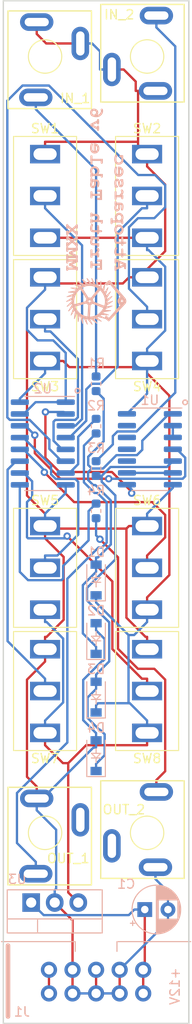
<source format=kicad_pcb>
(kicad_pcb (version 20171130) (host pcbnew "(5.1.6)-1")

  (general
    (thickness 1.6)
    (drawings 6)
    (tracks 359)
    (zones 0)
    (modules 26)
    (nets 27)
  )

  (page A4)
  (layers
    (0 F.Cu signal)
    (31 B.Cu signal)
    (32 B.Adhes user)
    (33 F.Adhes user)
    (34 B.Paste user)
    (35 F.Paste user)
    (36 B.SilkS user)
    (37 F.SilkS user)
    (38 B.Mask user)
    (39 F.Mask user)
    (40 Dwgs.User user)
    (41 Cmts.User user)
    (42 Eco1.User user)
    (43 Eco2.User user)
    (44 Edge.Cuts user)
    (45 Margin user)
    (46 B.CrtYd user)
    (47 F.CrtYd user)
    (48 B.Fab user)
    (49 F.Fab user)
  )

  (setup
    (last_trace_width 0.25)
    (trace_clearance 0.2)
    (zone_clearance 0.508)
    (zone_45_only no)
    (trace_min 0.2)
    (via_size 0.8)
    (via_drill 0.4)
    (via_min_size 0.4)
    (via_min_drill 0.3)
    (uvia_size 0.3)
    (uvia_drill 0.1)
    (uvias_allowed no)
    (uvia_min_size 0.2)
    (uvia_min_drill 0.1)
    (edge_width 0.05)
    (segment_width 0.2)
    (pcb_text_width 0.3)
    (pcb_text_size 1.5 1.5)
    (mod_edge_width 0.12)
    (mod_text_size 1 1)
    (mod_text_width 0.15)
    (pad_size 1.524 1.524)
    (pad_drill 0.762)
    (pad_to_mask_clearance 0.05)
    (aux_axis_origin 0 0)
    (visible_elements 7FFFF7FF)
    (pcbplotparams
      (layerselection 0x010fc_ffffffff)
      (usegerberextensions false)
      (usegerberattributes true)
      (usegerberadvancedattributes true)
      (creategerberjobfile true)
      (excludeedgelayer true)
      (linewidth 0.100000)
      (plotframeref false)
      (viasonmask false)
      (mode 1)
      (useauxorigin false)
      (hpglpennumber 1)
      (hpglpenspeed 20)
      (hpglpendiameter 15.000000)
      (psnegative false)
      (psa4output false)
      (plotreference true)
      (plotvalue true)
      (plotinvisibletext false)
      (padsonsilk false)
      (subtractmaskfromsilk false)
      (outputformat 1)
      (mirror false)
      (drillshape 1)
      (scaleselection 1)
      (outputdirectory ""))
  )

  (net 0 "")
  (net 1 GND)
  (net 2 +12V)
  (net 3 "Net-(D1-Pad2)")
  (net 4 "Net-(D3-Pad2)")
  (net 5 "Net-(IN_1-Pad3)")
  (net 6 "Net-(IN_2-Pad3)")
  (net 7 -12V)
  (net 8 "Net-(OUT_1-Pad2)")
  (net 9 OUT_1)
  (net 10 "Net-(OUT_2-Pad2)")
  (net 11 OUT_2)
  (net 12 +5V)
  (net 13 TRUTH_A_1)
  (net 14 TRUTH_A_2)
  (net 15 TRUTH_A_3)
  (net 16 TRUTH_A_4)
  (net 17 TRUTH_B_1)
  (net 18 TRUTH_B_2)
  (net 19 TRUTH_B_3)
  (net 20 TRUTH_B_4)
  (net 21 IN_2)
  (net 22 IN_1)
  (net 23 "Net-(U1-Pad6)")
  (net 24 "Net-(U1-Pad2)")
  (net 25 "Net-(OUT_1-Pad3)")
  (net 26 "Net-(OUT_2-Pad3)")

  (net_class Default "This is the default net class."
    (clearance 0.2)
    (trace_width 0.25)
    (via_dia 0.8)
    (via_drill 0.4)
    (uvia_dia 0.3)
    (uvia_drill 0.1)
    (add_net +12V)
    (add_net +5V)
    (add_net -12V)
    (add_net GND)
    (add_net IN_1)
    (add_net IN_2)
    (add_net "Net-(D1-Pad2)")
    (add_net "Net-(D3-Pad2)")
    (add_net "Net-(IN_1-Pad3)")
    (add_net "Net-(IN_2-Pad3)")
    (add_net "Net-(OUT_1-Pad2)")
    (add_net "Net-(OUT_1-Pad3)")
    (add_net "Net-(OUT_2-Pad2)")
    (add_net "Net-(OUT_2-Pad3)")
    (add_net "Net-(U1-Pad2)")
    (add_net "Net-(U1-Pad6)")
    (add_net OUT_1)
    (add_net OUT_2)
    (add_net TRUTH_A_1)
    (add_net TRUTH_A_2)
    (add_net TRUTH_A_3)
    (add_net TRUTH_A_4)
    (add_net TRUTH_B_1)
    (add_net TRUTH_B_2)
    (add_net TRUTH_B_3)
    (add_net TRUTH_B_4)
  )

  (module LOGO (layer B.Cu) (tedit 0) (tstamp 5FD5509D)
    (at 10 22.6 90)
    (fp_text reference G*** (at 0 0 90) (layer B.SilkS) hide
      (effects (font (size 1.524 1.524) (thickness 0.3)) (justify mirror))
    )
    (fp_text value LOGO (at 0.75 0 90) (layer B.SilkS) hide
      (effects (font (size 1.524 1.524) (thickness 0.3)) (justify mirror))
    )
    (fp_poly (pts (xy 2.128077 2.93945) (xy 2.152742 2.929239) (xy 2.200166 2.901343) (xy 2.243525 2.865718)
      (xy 2.277415 2.827881) (xy 2.296433 2.793347) (xy 2.2987 2.780228) (xy 2.291527 2.745302)
      (xy 2.273911 2.708875) (xy 2.251705 2.68163) (xy 2.240981 2.67489) (xy 2.186463 2.667186)
      (xy 2.128236 2.683114) (xy 2.091075 2.705081) (xy 2.056011 2.727789) (xy 2.030096 2.736237)
      (xy 2.00368 2.733247) (xy 1.999035 2.731973) (xy 1.946407 2.709647) (xy 1.878834 2.668909)
      (xy 1.797821 2.610699) (xy 1.768475 2.58788) (xy 1.6891 2.525113) (xy 1.6891 2.2098)
      (xy 1.873827 2.2098) (xy 1.94604 2.209623) (xy 1.997377 2.208655) (xy 2.032362 2.206244)
      (xy 2.055518 2.201736) (xy 2.071369 2.194478) (xy 2.084438 2.183817) (xy 2.089727 2.178628)
      (xy 2.115855 2.136845) (xy 2.118261 2.090515) (xy 2.096925 2.04421) (xy 2.090265 2.035884)
      (xy 2.05963 2.00025) (xy 1.68069 1.998284) (xy 1.584001 1.997997) (xy 1.494711 1.998141)
      (xy 1.416215 1.998678) (xy 1.351911 1.999571) (xy 1.305195 2.000783) (xy 1.279465 2.002274)
      (xy 1.27635 2.00277) (xy 1.234238 2.025128) (xy 1.20801 2.063048) (xy 1.200716 2.110173)
      (xy 1.208276 2.144623) (xy 1.224432 2.175017) (xy 1.248534 2.194437) (xy 1.285798 2.205078)
      (xy 1.341435 2.209136) (xy 1.362075 2.209397) (xy 1.4605 2.2098) (xy 1.4605 2.7178)
      (xy 1.3843 2.717801) (xy 1.335296 2.720098) (xy 1.303672 2.728264) (xy 1.283023 2.742877)
      (xy 1.254674 2.786683) (xy 1.249854 2.83513) (xy 1.259333 2.865717) (xy 1.274402 2.890642)
      (xy 1.294726 2.908712) (xy 1.324269 2.920979) (xy 1.366995 2.928498) (xy 1.426868 2.932321)
      (xy 1.507852 2.933502) (xy 1.514475 2.933513) (xy 1.6891 2.9337) (xy 1.6891 2.87655)
      (xy 1.690235 2.842454) (xy 1.693109 2.822012) (xy 1.694813 2.8194) (xy 1.707595 2.82593)
      (xy 1.73466 2.842795) (xy 1.760242 2.859702) (xy 1.860359 2.916763) (xy 1.954975 2.949063)
      (xy 2.044183 2.95662) (xy 2.128077 2.93945)) (layer B.SilkS) (width 0.01))
    (fp_poly (pts (xy -5.524296 2.886075) (xy -5.484257 2.787294) (xy -5.443746 2.687245) (xy -5.404756 2.590864)
      (xy -5.369283 2.503086) (xy -5.339323 2.428845) (xy -5.316871 2.373077) (xy -5.316411 2.371931)
      (xy -5.290299 2.307434) (xy -5.271178 2.262858) (xy -5.256661 2.234519) (xy -5.244363 2.218731)
      (xy -5.231898 2.211809) (xy -5.216881 2.210068) (xy -5.211582 2.210006) (xy -5.162969 2.198559)
      (xy -5.12784 2.166913) (xy -5.110063 2.119947) (xy -5.108956 2.082875) (xy -5.122903 2.052274)
      (xy -5.134719 2.037397) (xy -5.16664 2.00025) (xy -5.354256 1.9961) (xy -5.424485 1.995149)
      (xy -5.489006 1.995375) (xy -5.541949 1.996679) (xy -5.577443 1.998964) (xy -5.584695 1.999984)
      (xy -5.635344 2.019273) (xy -5.666108 2.054343) (xy -5.676886 2.105076) (xy -5.6769 2.107279)
      (xy -5.666836 2.156194) (xy -5.636836 2.189512) (xy -5.58719 2.207001) (xy -5.548892 2.2098)
      (xy -5.487808 2.2098) (xy -5.514307 2.273563) (xy -5.540805 2.337325) (xy -5.788155 2.333888)
      (xy -6.035505 2.33045) (xy -6.05919 2.270125) (xy -6.082876 2.2098) (xy -6.020995 2.2098)
      (xy -5.96275 2.202224) (xy -5.923448 2.178646) (xy -5.901341 2.137795) (xy -5.897463 2.119947)
      (xy -5.896355 2.082877) (xy -5.910301 2.052277) (xy -5.92212 2.037397) (xy -5.954043 2.00025)
      (xy -6.161547 1.997133) (xy -6.248857 1.996496) (xy -6.314293 1.997708) (xy -6.361329 2.000972)
      (xy -6.393438 2.006492) (xy -6.408425 2.011596) (xy -6.441622 2.032444) (xy -6.458878 2.061967)
      (xy -6.464259 2.107589) (xy -6.4643 2.113621) (xy -6.453158 2.158475) (xy -6.420735 2.190621)
      (xy -6.368544 2.208565) (xy -6.368149 2.208631) (xy -6.32288 2.21615) (xy -6.179184 2.57137)
      (xy -5.939154 2.57137) (xy -5.938756 2.563521) (xy -5.92803 2.55818) (xy -5.903324 2.554897)
      (xy -5.86099 2.553222) (xy -5.797377 2.552706) (xy -5.787595 2.5527) (xy -5.628871 2.5527)
      (xy -5.70639 2.743036) (xy -5.732818 2.806235) (xy -5.756377 2.8594) (xy -5.775323 2.898845)
      (xy -5.787911 2.92088) (xy -5.791973 2.924011) (xy -5.798807 2.910244) (xy -5.81311 2.877819)
      (xy -5.832838 2.831631) (xy -5.85595 2.776574) (xy -5.880403 2.717543) (xy -5.904154 2.659432)
      (xy -5.925159 2.607135) (xy -5.939154 2.57137) (xy -6.179184 2.57137) (xy -6.159764 2.619375)
      (xy -5.996649 3.0226) (xy -6.098102 3.022601) (xy -6.149738 3.023262) (xy -6.183297 3.026554)
      (xy -6.206091 3.034435) (xy -6.225435 3.048863) (xy -6.236677 3.059724) (xy -6.266029 3.098941)
      (xy -6.272244 3.138576) (xy -6.2597 3.179352) (xy -6.248945 3.198072) (xy -6.233761 3.212414)
      (xy -6.21093 3.222949) (xy -6.177238 3.230246) (xy -6.129467 3.234874) (xy -6.064402 3.237401)
      (xy -5.978824 3.238398) (xy -5.925463 3.2385) (xy -5.66722 3.2385) (xy -5.524296 2.886075)) (layer B.SilkS) (width 0.01))
    (fp_poly (pts (xy 5.54355 2.955905) (xy 5.606405 2.949977) (xy 5.669349 2.939974) (xy 5.720859 2.927806)
      (xy 5.729224 2.925128) (xy 5.771377 2.911836) (xy 5.799267 2.907538) (xy 5.822182 2.911725)
      (xy 5.839489 2.919076) (xy 5.872688 2.930516) (xy 5.902702 2.926847) (xy 5.917825 2.921156)
      (xy 5.946357 2.905905) (xy 5.966007 2.884867) (xy 5.978327 2.853499) (xy 5.984871 2.807258)
      (xy 5.987189 2.7416) (xy 5.987292 2.7178) (xy 5.985889 2.645001) (xy 5.980605 2.593135)
      (xy 5.969829 2.55784) (xy 5.951949 2.53475) (xy 5.925353 2.519503) (xy 5.912308 2.514752)
      (xy 5.861437 2.509056) (xy 5.817524 2.525126) (xy 5.786192 2.560743) (xy 5.783918 2.5654)
      (xy 5.767594 2.600849) (xy 5.751666 2.63525) (xy 5.721077 2.673186) (xy 5.671618 2.703235)
      (xy 5.608884 2.724337) (xy 5.538471 2.735428) (xy 5.465975 2.735446) (xy 5.396992 2.723331)
      (xy 5.3594 2.709698) (xy 5.291331 2.667427) (xy 5.239477 2.612309) (xy 5.204194 2.548373)
      (xy 5.185837 2.479646) (xy 5.184763 2.410154) (xy 5.201328 2.343926) (xy 5.235888 2.284988)
      (xy 5.288798 2.237369) (xy 5.316275 2.221859) (xy 5.35457 2.206488) (xy 5.398312 2.196297)
      (xy 5.454932 2.18991) (xy 5.504581 2.18704) (xy 5.607895 2.186328) (xy 5.692061 2.19503)
      (xy 5.761888 2.214124) (xy 5.822186 2.244593) (xy 5.837415 2.254867) (xy 5.893641 2.287838)
      (xy 5.940341 2.298703) (xy 5.980398 2.287515) (xy 6.013446 2.258289) (xy 6.037969 2.213843)
      (xy 6.03816 2.16632) (xy 6.014017 2.11364) (xy 6.013359 2.11263) (xy 5.982648 2.081384)
      (xy 5.933473 2.049013) (xy 5.872325 2.019126) (xy 5.805696 1.995334) (xy 5.79911 1.993465)
      (xy 5.747842 1.98266) (xy 5.681358 1.97333) (xy 5.608141 1.966185) (xy 5.536673 1.961936)
      (xy 5.475437 1.961295) (xy 5.44195 1.963528) (xy 5.31815 1.98715) (xy 5.214483 2.024482)
      (xy 5.128984 2.076707) (xy 5.05969 2.145008) (xy 5.00741 2.225239) (xy 4.991939 2.256511)
      (xy 4.981771 2.284564) (xy 4.975806 2.316034) (xy 4.972944 2.357557) (xy 4.972082 2.415767)
      (xy 4.97205 2.4384) (xy 4.972505 2.503181) (xy 4.974691 2.549707) (xy 4.979834 2.585121)
      (xy 4.989163 2.616564) (xy 5.003905 2.651176) (xy 5.01135 2.667) (xy 5.070668 2.764565)
      (xy 5.146058 2.842733) (xy 5.236649 2.901034) (xy 5.341572 2.938992) (xy 5.459956 2.956137)
      (xy 5.54355 2.955905)) (layer B.SilkS) (width 0.01))
    (fp_poly (pts (xy 4.341175 2.943623) (xy 4.457507 2.905828) (xy 4.476694 2.897135) (xy 4.566444 2.84085)
      (xy 4.642231 2.764025) (xy 4.702403 2.668342) (xy 4.702901 2.667335) (xy 4.72338 2.622407)
      (xy 4.736168 2.582779) (xy 4.743423 2.538843) (xy 4.747304 2.480995) (xy 4.74785 2.46731)
      (xy 4.752251 2.3495) (xy 4.331925 2.3495) (xy 4.231485 2.349259) (xy 4.139644 2.348572)
      (xy 4.059359 2.3475) (xy 3.993585 2.3461) (xy 3.945276 2.344431) (xy 3.91739 2.342552)
      (xy 3.9116 2.341174) (xy 3.918636 2.326711) (xy 3.936194 2.300802) (xy 3.943004 2.291674)
      (xy 3.997536 2.241051) (xy 4.071151 2.207015) (xy 4.163676 2.189593) (xy 4.274935 2.188812)
      (xy 4.404755 2.204697) (xy 4.457556 2.214824) (xy 4.546273 2.232373) (xy 4.613785 2.24285)
      (xy 4.663403 2.245823) (xy 4.698439 2.240862) (xy 4.722205 2.227537) (xy 4.738011 2.205418)
      (xy 4.748339 2.17704) (xy 4.752998 2.125827) (xy 4.734641 2.083821) (xy 4.69273 2.050177)
      (xy 4.65697 2.033997) (xy 4.576486 2.009599) (xy 4.479806 1.989158) (xy 4.375994 1.973942)
      (xy 4.274113 1.96522) (xy 4.183225 1.96426) (xy 4.1656 1.965216) (xy 4.041234 1.984398)
      (xy 3.932266 2.023703) (xy 3.838784 2.083095) (xy 3.796697 2.121519) (xy 3.731303 2.205481)
      (xy 3.686908 2.298977) (xy 3.663508 2.398185) (xy 3.661096 2.49928) (xy 3.675857 2.5781)
      (xy 3.909756 2.5781) (xy 4.202778 2.5781) (xy 4.285994 2.578519) (xy 4.360027 2.579692)
      (xy 4.421337 2.581499) (xy 4.466383 2.583816) (xy 4.491627 2.586521) (xy 4.4958 2.588223)
      (xy 4.486809 2.603359) (xy 4.464027 2.62818) (xy 4.433734 2.656808) (xy 4.402214 2.683366)
      (xy 4.375749 2.701976) (xy 4.372019 2.704022) (xy 4.34346 2.714586) (xy 4.301261 2.725777)
      (xy 4.27294 2.731688) (xy 4.184058 2.73664) (xy 4.097327 2.720252) (xy 4.018366 2.68451)
      (xy 3.952793 2.631398) (xy 3.93708 2.613025) (xy 3.909756 2.5781) (xy 3.675857 2.5781)
      (xy 3.679667 2.598438) (xy 3.719215 2.691837) (xy 3.779733 2.775654) (xy 3.797731 2.794264)
      (xy 3.890277 2.867573) (xy 3.994209 2.919666) (xy 4.106212 2.95004) (xy 4.222972 2.958193)
      (xy 4.341175 2.943623)) (layer B.SilkS) (width 0.01))
    (fp_poly (pts (xy 3.117508 2.941931) (xy 3.13055 2.938675) (xy 3.18501 2.925645) (xy 3.225443 2.920184)
      (xy 3.261852 2.921636) (xy 3.296788 2.927746) (xy 3.32999 2.92923) (xy 3.359871 2.914735)
      (xy 3.372988 2.904199) (xy 3.390846 2.887459) (xy 3.401774 2.870541) (xy 3.407468 2.846929)
      (xy 3.409627 2.810104) (xy 3.40995 2.762285) (xy 3.409458 2.708575) (xy 3.40689 2.673779)
      (xy 3.400606 2.651415) (xy 3.388964 2.635003) (xy 3.374316 2.621479) (xy 3.340449 2.600591)
      (xy 3.305782 2.590887) (xy 3.303004 2.5908) (xy 3.269961 2.598119) (xy 3.236089 2.616185)
      (xy 3.210035 2.639166) (xy 3.2004 2.660008) (xy 3.189651 2.673695) (xy 3.161874 2.691845)
      (xy 3.133725 2.705701) (xy 3.068404 2.725746) (xy 2.993341 2.735574) (xy 2.917478 2.735042)
      (xy 2.849757 2.724006) (xy 2.813693 2.710815) (xy 2.77718 2.689449) (xy 2.760111 2.670349)
      (xy 2.763462 2.652885) (xy 2.788209 2.636421) (xy 2.835328 2.620325) (xy 2.905794 2.603963)
      (xy 3.000584 2.586702) (xy 3.006393 2.585735) (xy 3.108362 2.567288) (xy 3.189002 2.548706)
      (xy 3.252349 2.528459) (xy 3.302436 2.505016) (xy 3.343296 2.476847) (xy 3.376228 2.445418)
      (xy 3.425154 2.376442) (xy 3.450299 2.30402) (xy 3.452082 2.231528) (xy 3.43092 2.162338)
      (xy 3.387231 2.099827) (xy 3.327387 2.051043) (xy 3.227641 2.002925) (xy 3.111963 1.97447)
      (xy 2.980281 1.965663) (xy 2.8829 1.970765) (xy 2.826848 1.97806) (xy 2.772445 1.988453)
      (xy 2.732537 1.99936) (xy 2.690816 2.010908) (xy 2.662171 2.009603) (xy 2.651825 2.005276)
      (xy 2.621781 1.998042) (xy 2.584415 1.999429) (xy 2.583016 1.999681) (xy 2.543155 2.014718)
      (xy 2.516515 2.044262) (xy 2.501451 2.091433) (xy 2.496317 2.159348) (xy 2.496289 2.164027)
      (xy 2.498008 2.232317) (xy 2.504671 2.280303) (xy 2.517835 2.312856) (xy 2.539061 2.334845)
      (xy 2.55381 2.343725) (xy 2.603831 2.358339) (xy 2.648866 2.348101) (xy 2.688499 2.313147)
      (xy 2.700151 2.296481) (xy 2.743573 2.248259) (xy 2.804829 2.214197) (xy 2.885601 2.193552)
      (xy 2.948349 2.187036) (xy 3.022475 2.186789) (xy 3.09038 2.194211) (xy 3.148538 2.208033)
      (xy 3.193421 2.226986) (xy 3.221505 2.2498) (xy 3.229263 2.275206) (xy 3.22539 2.286765)
      (xy 3.20986 2.306932) (xy 3.184767 2.323779) (xy 3.146703 2.338433) (xy 3.092264 2.352025)
      (xy 3.018042 2.365681) (xy 2.959734 2.374806) (xy 2.855699 2.392016) (xy 2.773555 2.40969)
      (xy 2.709804 2.429032) (xy 2.660946 2.451247) (xy 2.623484 2.477541) (xy 2.603415 2.497587)
      (xy 2.568068 2.543937) (xy 2.548447 2.588746) (xy 2.54067 2.64272) (xy 2.54 2.672405)
      (xy 2.551775 2.742934) (xy 2.584308 2.808059) (xy 2.627356 2.854424) (xy 2.706195 2.902537)
      (xy 2.800655 2.936353) (xy 2.904711 2.954863) (xy 3.012337 2.957059) (xy 3.117508 2.941931)) (layer B.SilkS) (width 0.01))
    (fp_poly (pts (xy 0.525703 2.954455) (xy 0.586131 2.947034) (xy 0.668794 2.925165) (xy 0.733451 2.894125)
      (xy 0.786872 2.850329) (xy 0.803764 2.831795) (xy 0.82737 2.800917) (xy 0.84536 2.76796)
      (xy 0.858454 2.729021) (xy 0.867375 2.680198) (xy 0.872842 2.617588) (xy 0.875576 2.537289)
      (xy 0.8763 2.439127) (xy 0.8763 2.2098) (xy 0.931236 2.2098) (xy 0.975066 2.204979)
      (xy 1.006074 2.187779) (xy 1.015056 2.179055) (xy 1.038503 2.138148) (xy 1.043925 2.090778)
      (xy 1.031204 2.046436) (xy 1.016931 2.027273) (xy 1.00367 2.016201) (xy 0.986671 2.008397)
      (xy 0.961268 2.003122) (xy 0.922799 1.999633) (xy 0.866601 1.997193) (xy 0.818811 1.995829)
      (xy 0.74967 1.994319) (xy 0.701999 1.994244) (xy 0.671886 1.996) (xy 0.655424 1.999979)
      (xy 0.648703 2.006575) (xy 0.6477 2.013063) (xy 0.641693 2.028092) (xy 0.625475 2.025279)
      (xy 0.541123 1.996462) (xy 0.447461 1.976062) (xy 0.352705 1.965098) (xy 0.265071 1.964588)
      (xy 0.2032 1.972931) (xy 0.128954 1.994972) (xy 0.070011 2.025572) (xy 0.016503 2.069894)
      (xy 0.014958 2.071411) (xy -0.038019 2.138465) (xy -0.066332 2.209669) (xy -0.068577 2.254418)
      (xy 0.157706 2.254418) (xy 0.160362 2.241928) (xy 0.183042 2.215985) (xy 0.224978 2.197607)
      (xy 0.280987 2.187438) (xy 0.345886 2.186124) (xy 0.414491 2.194309) (xy 0.458069 2.204867)
      (xy 0.511183 2.223137) (xy 0.56617 2.245807) (xy 0.587375 2.255881) (xy 0.62304 2.27575)
      (xy 0.641044 2.293041) (xy 0.647222 2.314823) (xy 0.6477 2.329003) (xy 0.645321 2.357334)
      (xy 0.633222 2.371303) (xy 0.603957 2.378797) (xy 0.600075 2.379449) (xy 0.565328 2.383076)
      (xy 0.514419 2.385857) (xy 0.456584 2.387336) (xy 0.437468 2.387461) (xy 0.377456 2.386449)
      (xy 0.33406 2.382182) (xy 0.298552 2.37307) (xy 0.262201 2.357522) (xy 0.255823 2.35438)
      (xy 0.201312 2.32118) (xy 0.168074 2.287231) (xy 0.157706 2.254418) (xy -0.068577 2.254418)
      (xy -0.070027 2.283295) (xy -0.049149 2.357611) (xy -0.003744 2.430886) (xy 0.025301 2.4637)
      (xy 0.104241 2.528728) (xy 0.196904 2.575145) (xy 0.304662 2.603358) (xy 0.428886 2.613772)
      (xy 0.522806 2.61094) (xy 0.6477 2.602338) (xy 0.6477 2.640097) (xy 0.636377 2.681051)
      (xy 0.603701 2.711336) (xy 0.551609 2.730415) (xy 0.482038 2.737753) (xy 0.396928 2.732814)
      (xy 0.3429 2.724429) (xy 0.25935 2.70933) (xy 0.196736 2.699496) (xy 0.151163 2.694838)
      (xy 0.118735 2.695267) (xy 0.09556 2.700694) (xy 0.077741 2.711031) (xy 0.06943 2.718194)
      (xy 0.044484 2.755598) (xy 0.03579 2.799935) (xy 0.043245 2.842701) (xy 0.066748 2.87539)
      (xy 0.071351 2.878702) (xy 0.121188 2.902406) (xy 0.18991 2.922811) (xy 0.27112 2.939068)
      (xy 0.35842 2.950326) (xy 0.445413 2.955739) (xy 0.525703 2.954455)) (layer B.SilkS) (width 0.01))
    (fp_poly (pts (xy -1.955411 2.953335) (xy -1.886395 2.939633) (xy -1.775015 2.898306) (xy -1.678127 2.836744)
      (xy -1.597443 2.756328) (xy -1.534676 2.658438) (xy -1.532824 2.654711) (xy -1.513375 2.612885)
      (xy -1.501352 2.578008) (xy -1.495 2.541287) (xy -1.492565 2.49393) (xy -1.49225 2.451377)
      (xy -1.493508 2.387055) (xy -1.498117 2.339965) (xy -1.507333 2.302023) (xy -1.520558 2.269116)
      (xy -1.577691 2.174403) (xy -1.652963 2.095704) (xy -1.743814 2.034319) (xy -1.847681 1.991546)
      (xy -1.962002 1.968683) (xy -2.084214 1.967029) (xy -2.111549 1.9696) (xy -2.222062 1.99303)
      (xy -2.321027 2.035431) (xy -2.406555 2.094223) (xy -2.47676 2.166831) (xy -2.529755 2.250676)
      (xy -2.563653 2.343182) (xy -2.574394 2.425181) (xy -2.353327 2.425181) (xy -2.333336 2.361288)
      (xy -2.293878 2.301348) (xy -2.237786 2.249187) (xy -2.16789 2.208632) (xy -2.133683 2.195512)
      (xy -2.08834 2.188039) (xy -2.028968 2.187962) (xy -1.965537 2.194363) (xy -1.908017 2.206325)
      (xy -1.872384 2.219573) (xy -1.817905 2.256453) (xy -1.767801 2.306081) (xy -1.729502 2.360286)
      (xy -1.714885 2.392785) (xy -1.707377 2.453592) (xy -1.720423 2.5187) (xy -1.751007 2.582945)
      (xy -1.796111 2.641161) (xy -1.85272 2.688184) (xy -1.90218 2.713487) (xy -1.973743 2.73095)
      (xy -2.053695 2.734901) (xy -2.12937 2.725068) (xy -2.151135 2.71879) (xy -2.219398 2.683096)
      (xy -2.279066 2.628093) (xy -2.325048 2.559631) (xy -2.351021 2.4892) (xy -2.353327 2.425181)
      (xy -2.574394 2.425181) (xy -2.576567 2.44177) (xy -2.566611 2.543864) (xy -2.557665 2.57897)
      (xy -2.514517 2.682406) (xy -2.452166 2.771827) (xy -2.373554 2.845652) (xy -2.281628 2.902297)
      (xy -2.179333 2.940181) (xy -2.069612 2.957721) (xy -1.955411 2.953335)) (layer B.SilkS) (width 0.01))
    (fp_poly (pts (xy -3.391934 3.246626) (xy -3.357408 3.213474) (xy -3.349645 3.200119) (xy -3.33674 3.16352)
      (xy -3.329615 3.113728) (xy -3.32742 3.044825) (xy -3.3274 2.9337) (xy -3.118677 2.933701)
      (xy -3.027013 2.9329) (xy -2.95718 2.930113) (xy -2.905649 2.924764) (xy -2.868892 2.916277)
      (xy -2.843378 2.904074) (xy -2.825579 2.88758) (xy -2.824014 2.885576) (xy -2.808126 2.845666)
      (xy -2.810497 2.799638) (xy -2.830074 2.757874) (xy -2.837873 2.748973) (xy -2.849678 2.737903)
      (xy -2.862271 2.729823) (xy -2.879581 2.724263) (xy -2.90554 2.720752) (xy -2.944078 2.718818)
      (xy -2.999126 2.717992) (xy -3.074616 2.717803) (xy -3.098223 2.7178) (xy -3.3274 2.7178)
      (xy -3.3274 2.478469) (xy -3.327392 2.385851) (xy -3.326023 2.315559) (xy -3.321281 2.264527)
      (xy -3.311153 2.229689) (xy -3.293625 2.207981) (xy -3.266684 2.196335) (xy -3.228318 2.191687)
      (xy -3.176512 2.19097) (xy -3.138723 2.191151) (xy -3.074418 2.192086) (xy -3.027438 2.195344)
      (xy -2.989727 2.202277) (xy -2.953229 2.214236) (xy -2.921 2.227668) (xy -2.847976 2.256169)
      (xy -2.791845 2.269624) (xy -2.74928 2.268361) (xy -2.716952 2.252703) (xy -2.711675 2.248111)
      (xy -2.680041 2.205078) (xy -2.67259 2.160473) (xy -2.688466 2.117004) (xy -2.726815 2.077379)
      (xy -2.774295 2.049717) (xy -2.887785 2.007837) (xy -3.01162 1.979553) (xy -3.136286 1.966488)
      (xy -3.24485 1.969442) (xy -3.335986 1.987106) (xy -3.411021 2.020523) (xy -3.470661 2.067324)
      (xy -3.497559 2.09671) (xy -3.518278 2.128387) (xy -3.533582 2.166044) (xy -3.544236 2.213371)
      (xy -3.551006 2.27406) (xy -3.554657 2.3518) (xy -3.555954 2.450281) (xy -3.556 2.478806)
      (xy -3.556 2.7178) (xy -3.626685 2.7178) (xy -3.683797 2.721073) (xy -3.721501 2.732572)
      (xy -3.745144 2.754815) (xy -3.756493 2.778994) (xy -3.766268 2.833773) (xy -3.753617 2.87685)
      (xy -3.718854 2.90784) (xy -3.662292 2.926359) (xy -3.633139 2.930234) (xy -3.556 2.937228)
      (xy -3.555284 3.040239) (xy -3.553042 3.095502) (xy -3.547783 3.14668) (xy -3.540573 3.183852)
      (xy -3.539409 3.187552) (xy -3.513764 3.230236) (xy -3.476427 3.254589) (xy -3.433712 3.260192)
      (xy -3.391934 3.246626)) (layer B.SilkS) (width 0.01))
    (fp_poly (pts (xy -4.657735 3.253586) (xy -4.621824 3.226777) (xy -4.604908 3.208698) (xy -4.594111 3.191282)
      (xy -4.588062 3.168465) (xy -4.585387 3.134181) (xy -4.584716 3.082367) (xy -4.5847 3.062686)
      (xy -4.5847 2.935718) (xy -4.35167 2.931534) (xy -4.263059 2.929604) (xy -4.196305 2.926843)
      (xy -4.147865 2.922365) (xy -4.114195 2.915288) (xy -4.091752 2.904728) (xy -4.076993 2.889801)
      (xy -4.066375 2.869624) (xy -4.062296 2.859368) (xy -4.057915 2.821347) (xy -4.067062 2.779253)
      (xy -4.086317 2.74411) (xy -4.102283 2.730403) (xy -4.122344 2.726282) (xy -4.163355 2.722742)
      (xy -4.220869 2.720004) (xy -4.290439 2.718288) (xy -4.355266 2.7178) (xy -4.5847 2.7178)
      (xy -4.5847 2.496377) (xy -4.584033 2.421732) (xy -4.582185 2.35408) (xy -4.579386 2.298296)
      (xy -4.575866 2.259256) (xy -4.572788 2.243622) (xy -4.549054 2.215116) (xy -4.505798 2.195823)
      (xy -4.447207 2.185847) (xy -4.377466 2.185288) (xy -4.300764 2.194248) (xy -4.221287 2.21283)
      (xy -4.161194 2.233614) (xy -4.11018 2.252259) (xy -4.063554 2.266202) (xy -4.029729 2.273002)
      (xy -4.024364 2.2733) (xy -3.982443 2.261943) (xy -3.947434 2.232843) (xy -3.926853 2.19346)
      (xy -3.9243 2.17399) (xy -3.935529 2.127222) (xy -3.969606 2.085851) (xy -4.027118 2.049489)
      (xy -4.108654 2.017747) (xy -4.19492 1.994648) (xy -4.281246 1.976807) (xy -4.352844 1.967084)
      (xy -4.418787 1.964729) (xy -4.48815 1.968997) (xy -4.496238 1.969823) (xy -4.593712 1.988628)
      (xy -4.671861 2.022932) (xy -4.732121 2.073604) (xy -4.774211 2.137907) (xy -4.783168 2.15831)
      (xy -4.789847 2.179996) (xy -4.794576 2.206926) (xy -4.797687 2.243062) (xy -4.799508 2.292365)
      (xy -4.800369 2.358797) (xy -4.800599 2.446319) (xy -4.8006 2.45511) (xy -4.8006 2.7178)
      (xy -4.877378 2.7178) (xy -4.923963 2.71955) (xy -4.954251 2.726526) (xy -4.97721 2.741317)
      (xy -4.985328 2.748973) (xy -5.009216 2.787921) (xy -5.016174 2.833838) (xy -5.005146 2.876343)
      (xy -4.999187 2.885576) (xy -4.96331 2.913265) (xy -4.908615 2.929703) (xy -4.856924 2.933701)
      (xy -4.8006 2.9337) (xy -4.8006 3.061677) (xy -4.800268 3.120128) (xy -4.798369 3.159206)
      (xy -4.793546 3.184939) (xy -4.784445 3.203354) (xy -4.769711 3.220478) (xy -4.763477 3.226777)
      (xy -4.727016 3.253875) (xy -4.69265 3.263901) (xy -4.657735 3.253586)) (layer B.SilkS) (width 0.01))
    (fp_poly (pts (xy -0.682635 2.955525) (xy -0.570187 2.936048) (xy -0.468597 2.89362) (xy -0.37749 2.828066)
      (xy -0.350126 2.801806) (xy -0.280486 2.714749) (xy -0.233983 2.621908) (xy -0.210457 2.526084)
      (xy -0.20975 2.430074) (xy -0.231703 2.336679) (xy -0.276158 2.248699) (xy -0.342957 2.168931)
      (xy -0.38816 2.130335) (xy -0.475243 2.075905) (xy -0.569862 2.041073) (xy -0.67794 2.02378)
      (xy -0.6985 2.022413) (xy -0.778575 2.023023) (xy -0.855893 2.035197) (xy -0.938611 2.060684)
      (xy -1.006475 2.088428) (xy -1.015665 2.090649) (xy -1.021911 2.085219) (xy -1.025774 2.06834)
      (xy -1.027817 2.036212) (xy -1.0286 1.985036) (xy -1.0287 1.938109) (xy -1.0287 1.778)
      (xy -0.935163 1.778) (xy -0.866325 1.773956) (xy -0.818869 1.760518) (xy -0.789891 1.735735)
      (xy -0.776487 1.697651) (xy -0.7747 1.67005) (xy -0.778239 1.629931) (xy -0.791905 1.603442)
      (xy -0.808163 1.588422) (xy -0.820946 1.579514) (xy -0.835938 1.572874) (xy -0.856824 1.568171)
      (xy -0.88729 1.565074) (xy -0.931021 1.563252) (xy -0.991702 1.562374) (xy -1.073019 1.56211)
      (xy -1.10124 1.5621) (xy -1.360854 1.5621) (xy -1.397977 1.599224) (xy -1.425075 1.635685)
      (xy -1.4351 1.67005) (xy -1.4235 1.711016) (xy -1.393099 1.746396) (xy -1.350495 1.770537)
      (xy -1.309077 1.778) (xy -1.2573 1.778) (xy -1.2573 2.483919) (xy -1.028043 2.483919)
      (xy -1.019875 2.421145) (xy -0.992463 2.366787) (xy -0.932063 2.303895) (xy -0.858479 2.261126)
      (xy -0.77544 2.239657) (xy -0.686679 2.240661) (xy -0.631027 2.2529) (xy -0.567746 2.280576)
      (xy -0.510254 2.321258) (xy -0.466399 2.368811) (xy -0.452358 2.392568) (xy -0.434645 2.456403)
      (xy -0.439125 2.520245) (xy -0.462764 2.58113) (xy -0.502532 2.636091) (xy -0.555394 2.682161)
      (xy -0.618319 2.716373) (xy -0.688273 2.73576) (xy -0.762226 2.737357) (xy -0.798247 2.730935)
      (xy -0.873858 2.702508) (xy -0.936573 2.659975) (xy -0.984462 2.606953) (xy -1.015596 2.547062)
      (xy -1.028043 2.483919) (xy -1.2573 2.483919) (xy -1.2573 2.7178) (xy -1.31445 2.717801)
      (xy -1.367831 2.727494) (xy -1.406938 2.753673) (xy -1.428651 2.791981) (xy -1.429853 2.838063)
      (xy -1.420367 2.865717) (xy -1.403937 2.892482) (xy -1.381713 2.911233) (xy -1.349472 2.923148)
      (xy -1.302992 2.9294) (xy -1.238049 2.931167) (xy -1.18745 2.930541) (xy -1.123104 2.928957)
      (xy -1.07982 2.926829) (xy -1.053262 2.923301) (xy -1.039093 2.917516) (xy -1.032979 2.908618)
      (xy -1.031108 2.899657) (xy -1.027415 2.882147) (xy -1.018632 2.878942) (xy -0.99758 2.889451)
      (xy -0.986453 2.895984) (xy -0.915273 2.927168) (xy -0.828907 2.947968) (xy -0.736041 2.95668)
      (xy -0.682635 2.955525)) (layer B.SilkS) (width 0.01))
    (fp_poly (pts (xy 8.933202 0.328725) (xy 8.999004 0.326218) (xy 9.05179 0.321618) (xy 9.07415 0.317824)
      (xy 9.112627 0.303501) (xy 9.143029 0.283099) (xy 9.147175 0.27862) (xy 9.16718 0.236577)
      (xy 9.165795 0.19238) (xy 9.145729 0.151891) (xy 9.109694 0.120974) (xy 9.067567 0.10644)
      (xy 9.018374 0.098574) (xy 9.233606 -0.331328) (xy 9.339293 -0.118153) (xy 9.444981 0.095022)
      (xy 9.389324 0.109154) (xy 9.338529 0.128983) (xy 9.309444 0.159007) (xy 9.299287 0.202696)
      (xy 9.299631 0.220981) (xy 9.308318 0.262448) (xy 9.331945 0.29196) (xy 9.338606 0.297181)
      (xy 9.353861 0.307162) (xy 9.37141 0.314299) (xy 9.395555 0.319062) (xy 9.430601 0.321924)
      (xy 9.480849 0.323354) (xy 9.550604 0.323825) (xy 9.58215 0.32385) (xy 9.660198 0.323614)
      (xy 9.717152 0.322592) (xy 9.757313 0.320313) (xy 9.784986 0.316306) (xy 9.804474 0.310099)
      (xy 9.820078 0.301223) (xy 9.825693 0.297195) (xy 9.857245 0.258984) (xy 9.867476 0.208436)
      (xy 9.862089 0.169079) (xy 9.843443 0.141342) (xy 9.807099 0.118413) (xy 9.760742 0.104248)
      (xy 9.730925 0.1016) (xy 9.720375 0.100733) (xy 9.710304 0.096557) (xy 9.699322 0.086707)
      (xy 9.686038 0.068821) (xy 9.669063 0.040536) (xy 9.647007 -0.000513) (xy 9.618479 -0.056689)
      (xy 9.582091 -0.130354) (xy 9.536452 -0.223872) (xy 9.521796 -0.254) (xy 9.348857 -0.6096)
      (xy 9.117175 -0.6096) (xy 8.944926 -0.255435) (xy 8.772678 0.098729) (xy 8.711334 0.106867)
      (xy 8.657369 0.123326) (xy 8.620249 0.152832) (xy 8.600408 0.190347) (xy 8.598281 0.230834)
      (xy 8.614302 0.269255) (xy 8.648905 0.300574) (xy 8.69315 0.317824) (xy 8.734357 0.323689)
      (xy 8.793212 0.327461) (xy 8.862049 0.329139) (xy 8.933202 0.328725)) (layer B.SilkS) (width 0.01))
    (fp_poly (pts (xy 5.588 -0.3937) (xy 5.746041 -0.3937) (xy 5.812615 -0.394013) (xy 5.858953 -0.395492)
      (xy 5.89022 -0.39894) (xy 5.911578 -0.405163) (xy 5.928191 -0.414966) (xy 5.939081 -0.423804)
      (xy 5.965357 -0.45512) (xy 5.973947 -0.494089) (xy 5.97408 -0.50165) (xy 5.96769 -0.542988)
      (xy 5.94454 -0.574619) (xy 5.939081 -0.579495) (xy 5.904083 -0.6096) (xy 5.040745 -0.6096)
      (xy 5.009572 -0.578427) (xy 4.984372 -0.536795) (xy 4.979241 -0.488132) (xy 4.994601 -0.441507)
      (xy 5.002648 -0.430031) (xy 5.013812 -0.41794) (xy 5.027438 -0.409469) (xy 5.048095 -0.403825)
      (xy 5.080353 -0.400215) (xy 5.128782 -0.397847) (xy 5.197952 -0.395928) (xy 5.199498 -0.395891)
      (xy 5.3721 -0.391732) (xy 5.3721 0.4953) (xy 5.273675 0.496017) (xy 5.219275 0.49836)
      (xy 5.168814 0.503849) (xy 5.132658 0.51133) (xy 5.130948 0.511892) (xy 5.088264 0.537537)
      (xy 5.063911 0.574874) (xy 5.058308 0.617589) (xy 5.071874 0.659367) (xy 5.105026 0.693893)
      (xy 5.118381 0.701656) (xy 5.139271 0.710171) (xy 5.165621 0.716262) (xy 5.201733 0.720303)
      (xy 5.251908 0.722664) (xy 5.32045 0.723719) (xy 5.375275 0.723881) (xy 5.588 0.7239)
      (xy 5.588 -0.3937)) (layer B.SilkS) (width 0.01))
    (fp_poly (pts (xy 2.272746 0.434975) (xy 2.271854 0.361217) (xy 2.269768 0.291862) (xy 2.266759 0.232971)
      (xy 2.263098 0.190607) (xy 2.261255 0.178261) (xy 2.24149 0.125096) (xy 2.208913 0.090546)
      (xy 2.167775 0.076351) (xy 2.122331 0.084251) (xy 2.086683 0.106825) (xy 2.071082 0.121393)
      (xy 2.060668 0.136711) (xy 2.054181 0.158189) (xy 2.050361 0.191241) (xy 2.047945 0.241277)
      (xy 2.046751 0.278275) (xy 2.042452 0.4191) (xy 1.8288 0.4191) (xy 1.8288 -0.3937)
      (xy 1.92468 -0.3937) (xy 2.002002 -0.398751) (xy 2.058372 -0.413651) (xy 2.092628 -0.438017)
      (xy 2.10031 -0.451418) (xy 2.108051 -0.500397) (xy 2.097965 -0.549183) (xy 2.083939 -0.573268)
      (xy 2.076078 -0.582364) (xy 2.066945 -0.589442) (xy 2.053447 -0.594796) (xy 2.032488 -0.598721)
      (xy 2.000974 -0.601515) (xy 1.95581 -0.603471) (xy 1.893902 -0.604887) (xy 1.812154 -0.606058)
      (xy 1.730799 -0.607012) (xy 1.630783 -0.608081) (xy 1.552972 -0.608587) (xy 1.494174 -0.608325)
      (xy 1.451197 -0.607093) (xy 1.420847 -0.604687) (xy 1.399934 -0.600903) (xy 1.385263 -0.595537)
      (xy 1.373644 -0.588387) (xy 1.367709 -0.583865) (xy 1.344431 -0.559672) (xy 1.334774 -0.529299)
      (xy 1.3335 -0.502696) (xy 1.337361 -0.460809) (xy 1.351388 -0.431553) (xy 1.379246 -0.412568)
      (xy 1.424599 -0.401497) (xy 1.491112 -0.395981) (xy 1.499915 -0.395611) (xy 1.6129 -0.391172)
      (xy 1.6129 0.4191) (xy 1.399809 0.4191) (xy 1.394983 0.278089) (xy 1.392561 0.216229)
      (xy 1.389494 0.174355) (xy 1.384514 0.147064) (xy 1.376352 0.128948) (xy 1.36374 0.114603)
      (xy 1.35477 0.106639) (xy 1.308933 0.080857) (xy 1.263045 0.078313) (xy 1.222197 0.097371)
      (xy 1.191475 0.136396) (xy 1.181664 0.1623) (xy 1.177219 0.1909) (xy 1.173409 0.239422)
      (xy 1.170513 0.302386) (xy 1.168808 0.374317) (xy 1.16847 0.422275) (xy 1.1684 0.635)
      (xy 2.2733 0.635) (xy 2.272746 0.434975)) (layer B.SilkS) (width 0.01))
    (fp_poly (pts (xy -0.9906 0.278884) (xy -0.942975 0.303072) (xy -0.87502 0.329055) (xy -0.796159 0.346228)
      (xy -0.718778 0.352372) (xy -0.680463 0.350136) (xy -0.579984 0.329874) (xy -0.499254 0.296092)
      (xy -0.435521 0.247054) (xy -0.386035 0.181022) (xy -0.372715 0.155931) (xy -0.360313 0.129561)
      (xy -0.351108 0.105492) (xy -0.344517 0.079253) (xy -0.33996 0.046371) (xy -0.336855 0.002375)
      (xy -0.334619 -0.057209) (xy -0.332672 -0.136852) (xy -0.332279 -0.15496) (xy -0.327144 -0.3937)
      (xy -0.291281 -0.3937) (xy -0.245835 -0.40441) (xy -0.211652 -0.432346) (xy -0.191136 -0.471212)
      (xy -0.186688 -0.514713) (xy -0.20071 -0.556553) (xy -0.220396 -0.579475) (xy -0.235307 -0.591199)
      (xy -0.251269 -0.599403) (xy -0.272873 -0.604707) (xy -0.30471 -0.607732) (xy -0.351371 -0.609098)
      (xy -0.417447 -0.609425) (xy -0.442034 -0.609412) (xy -0.527643 -0.608442) (xy -0.591484 -0.605133)
      (xy -0.637144 -0.598593) (xy -0.668213 -0.587928) (xy -0.688281 -0.572246) (xy -0.700936 -0.550655)
      (xy -0.703289 -0.544438) (xy -0.709522 -0.494403) (xy -0.695382 -0.448959) (xy -0.66476 -0.41397)
      (xy -0.621547 -0.395298) (xy -0.60325 -0.3937) (xy -0.5588 -0.3937) (xy -0.5588 -0.183519)
      (xy -0.559538 -0.093224) (xy -0.562309 -0.024739) (xy -0.567951 0.025496) (xy -0.577302 0.061044)
      (xy -0.591201 0.085465) (xy -0.610485 0.102321) (xy -0.628296 0.111828) (xy -0.673679 0.123475)
      (xy -0.731373 0.126266) (xy -0.789956 0.120395) (xy -0.832762 0.108388) (xy -0.868534 0.089317)
      (xy -0.910891 0.061082) (xy -0.933954 0.043358) (xy -0.9906 -0.003059) (xy -0.9906 -0.3937)
      (xy -0.945573 -0.3937) (xy -0.898242 -0.404555) (xy -0.862769 -0.433072) (xy -0.841963 -0.473181)
      (xy -0.838637 -0.518809) (xy -0.855601 -0.563885) (xy -0.86245 -0.573268) (xy -0.872655 -0.584532)
      (xy -0.884932 -0.59266) (xy -0.903409 -0.598271) (xy -0.932217 -0.601983) (xy -0.975484 -0.604415)
      (xy -1.037341 -0.606187) (xy -1.089353 -0.607275) (xy -1.16548 -0.60864) (xy -1.220538 -0.608923)
      (xy -1.258852 -0.607651) (xy -1.284746 -0.604355) (xy -1.302546 -0.598564) (xy -1.316574 -0.589807)
      (xy -1.326723 -0.581438) (xy -1.355458 -0.542831) (xy -1.363405 -0.499518) (xy -1.352919 -0.45727)
      (xy -1.326349 -0.421862) (xy -1.286047 -0.399065) (xy -1.250242 -0.3937) (xy -1.2065 -0.3937)
      (xy -1.2065 0.492416) (xy -1.266825 0.501292) (xy -1.327136 0.518441) (xy -1.365922 0.549019)
      (xy -1.383265 0.5931) (xy -1.3843 0.6096) (xy -1.375751 0.654705) (xy -1.35154 0.686762)
      (xy -1.336336 0.699507) (xy -1.319314 0.708356) (xy -1.295507 0.714196) (xy -1.25995 0.717918)
      (xy -1.207674 0.720409) (xy -1.15469 0.722001) (xy -0.9906 0.726451) (xy -0.9906 0.278884)) (layer B.SilkS) (width 0.01))
    (fp_poly (pts (xy -4.142739 0.336951) (xy -4.066318 0.300154) (xy -4.019339 0.262111) (xy -3.978364 0.214256)
      (xy -3.961548 0.170924) (xy -3.968614 0.129697) (xy -3.999289 0.088158) (xy -3.999524 0.087924)
      (xy -4.035185 0.060539) (xy -4.071185 0.053071) (xy -4.113041 0.065556) (xy -4.1529 0.0889)
      (xy -4.191983 0.110746) (xy -4.228563 0.124508) (xy -4.244143 0.126946) (xy -4.268242 0.1198)
      (xy -4.307354 0.10047) (xy -4.356308 0.072193) (xy -4.409934 0.038203) (xy -4.46306 0.001737)
      (xy -4.510514 -0.033972) (xy -4.537075 -0.056323) (xy -4.551822 -0.070467) (xy -4.561696 -0.084878)
      (xy -4.567673 -0.104689) (xy -4.570731 -0.135035) (xy -4.571848 -0.18105) (xy -4.572 -0.239775)
      (xy -4.572 -0.39187) (xy -4.38035 -0.39596) (xy -4.306563 -0.39772) (xy -4.253898 -0.399791)
      (xy -4.218078 -0.402847) (xy -4.194828 -0.407564) (xy -4.179871 -0.414615) (xy -4.168932 -0.424675)
      (xy -4.16445 -0.430031) (xy -4.143265 -0.474455) (xy -4.14269 -0.523462) (xy -4.162303 -0.567981)
      (xy -4.171373 -0.578427) (xy -4.202546 -0.6096) (xy -4.595111 -0.6096) (xy -4.705489 -0.609535)
      (xy -4.793339 -0.609225) (xy -4.861529 -0.608491) (xy -4.912931 -0.607156) (xy -4.950414 -0.605043)
      (xy -4.976851 -0.601975) (xy -4.99511 -0.597773) (xy -5.008062 -0.592261) (xy -5.018579 -0.585261)
      (xy -5.021138 -0.583278) (xy -5.04692 -0.548275) (xy -5.055416 -0.503075) (xy -5.046083 -0.456581)
      (xy -5.030445 -0.430182) (xy -5.014979 -0.414875) (xy -4.994614 -0.405276) (xy -4.962855 -0.399619)
      (xy -4.913204 -0.39614) (xy -4.903445 -0.39568) (xy -4.8006 -0.39101) (xy -4.8006 0.1016)
      (xy -4.849505 0.1016) (xy -4.90566 0.107229) (xy -4.95335 0.122387) (xy -4.985415 0.144487)
      (xy -4.991369 0.152901) (xy -4.999966 0.181479) (xy -5.003789 0.218934) (xy -5.0038 0.220921)
      (xy -4.999413 0.256443) (xy -4.984508 0.283732) (xy -4.956467 0.30374) (xy -4.912675 0.317419)
      (xy -4.850515 0.325721) (xy -4.76737 0.3296) (xy -4.703578 0.3302) (xy -4.572 0.3302)
      (xy -4.572 0.20198) (xy -4.514449 0.241577) (xy -4.412235 0.301779) (xy -4.316006 0.33775)
      (xy -4.226071 0.349479) (xy -4.142739 0.336951)) (layer B.SilkS) (width 0.01))
    (fp_poly (pts (xy -5.2451 0.39942) (xy -5.245865 0.299845) (xy -5.248786 0.222821) (xy -5.254805 0.165529)
      (xy -5.264865 0.125148) (xy -5.279906 0.098859) (xy -5.300872 0.083842) (xy -5.328702 0.077277)
      (xy -5.35305 0.0762) (xy -5.393803 0.081308) (xy -5.423479 0.098555) (xy -5.443524 0.130824)
      (xy -5.455385 0.180998) (xy -5.460508 0.251964) (xy -5.461 0.29147) (xy -5.461 0.4191)
      (xy -5.6769 0.4191) (xy -5.6769 -0.3937) (xy -5.574324 -0.3937) (xy -5.522395 -0.39434)
      (xy -5.488616 -0.397546) (xy -5.465743 -0.405241) (xy -5.446533 -0.419351) (xy -5.434624 -0.430823)
      (xy -5.407526 -0.467284) (xy -5.3975 -0.50165) (xy -5.407815 -0.536565) (xy -5.434624 -0.572476)
      (xy -5.471747 -0.6096) (xy -6.110654 -0.6096) (xy -6.147777 -0.572476) (xy -6.174875 -0.536015)
      (xy -6.1849 -0.50165) (xy -6.174586 -0.466734) (xy -6.147777 -0.430823) (xy -6.127446 -0.412261)
      (xy -6.107523 -0.401197) (xy -6.080767 -0.395704) (xy -6.039934 -0.393858) (xy -6.008077 -0.3937)
      (xy -5.9055 -0.3937) (xy -5.9055 0.4191) (xy -6.1214 0.4191) (xy -6.1214 0.278823)
      (xy -6.121758 0.216812) (xy -6.123495 0.174718) (xy -6.127607 0.147064) (xy -6.135092 0.128369)
      (xy -6.146944 0.113155) (xy -6.152573 0.107373) (xy -6.192772 0.08258) (xy -6.237868 0.077792)
      (xy -6.280531 0.091468) (xy -6.313432 0.122072) (xy -6.323968 0.143346) (xy -6.328366 0.168498)
      (xy -6.332141 0.214143) (xy -6.335047 0.275378) (xy -6.336837 0.347299) (xy -6.3373 0.408296)
      (xy -6.3373 0.635) (xy -5.2451 0.635) (xy -5.2451 0.39942)) (layer B.SilkS) (width 0.01))
    (fp_poly (pts (xy 10.827314 0.743032) (xy 10.898885 0.724542) (xy 10.94946 0.693885) (xy 10.978386 0.651425)
      (xy 10.9855 0.60963) (xy 10.975544 0.556039) (xy 10.948278 0.5186) (xy 10.907603 0.499488)
      (xy 10.857418 0.500882) (xy 10.817499 0.515851) (xy 10.764389 0.530127) (xy 10.69961 0.526857)
      (xy 10.628194 0.507634) (xy 10.555168 0.474052) (xy 10.485565 0.427704) (xy 10.454186 0.400774)
      (xy 10.408765 0.350278) (xy 10.365685 0.288491) (xy 10.330479 0.224398) (xy 10.30868 0.166984)
      (xy 10.307657 0.162845) (xy 10.299677 0.12884) (xy 10.371677 0.172196) (xy 10.428567 0.202824)
      (xy 10.480355 0.220687) (xy 10.536525 0.227849) (xy 10.606561 0.226373) (xy 10.61738 0.22564)
      (xy 10.687541 0.215716) (xy 10.743597 0.195626) (xy 10.759855 0.186811) (xy 10.840151 0.127321)
      (xy 10.903457 0.055146) (xy 10.949826 -0.026406) (xy 10.97931 -0.114028) (xy 10.991964 -0.204413)
      (xy 10.98784 -0.294254) (xy 10.966992 -0.380244) (xy 10.929474 -0.459076) (xy 10.875338 -0.527442)
      (xy 10.804639 -0.582036) (xy 10.747003 -0.609653) (xy 10.678288 -0.628284) (xy 10.597484 -0.63904)
      (xy 10.516988 -0.640799) (xy 10.463156 -0.635341) (xy 10.368005 -0.60778) (xy 10.285471 -0.562501)
      (xy 10.243014 -0.526668) (xy 10.18988 -0.458257) (xy 10.145334 -0.370425) (xy 10.110384 -0.267991)
      (xy 10.09897 -0.21538) (xy 10.329734 -0.21538) (xy 10.331257 -0.238385) (xy 10.342953 -0.270158)
      (xy 10.35666 -0.2992) (xy 10.381815 -0.344304) (xy 10.407358 -0.372946) (xy 10.440597 -0.393106)
      (xy 10.44416 -0.394751) (xy 10.505221 -0.413254) (xy 10.571689 -0.41866) (xy 10.634074 -0.411011)
      (xy 10.677641 -0.393768) (xy 10.727573 -0.352789) (xy 10.756792 -0.301533) (xy 10.767159 -0.236114)
      (xy 10.766609 -0.207899) (xy 10.76074 -0.155274) (xy 10.747801 -0.116464) (xy 10.726349 -0.082993)
      (xy 10.676943 -0.031507) (xy 10.62321 0.00142) (xy 10.571752 0.012653) (xy 10.522483 0.001491)
      (xy 10.46935 -0.029269) (xy 10.417212 -0.075369) (xy 10.370929 -0.132553) (xy 10.336885 -0.193094)
      (xy 10.329734 -0.21538) (xy 10.09897 -0.21538) (xy 10.086037 -0.155776) (xy 10.073301 -0.038601)
      (xy 10.073183 0.078715) (xy 10.08669 0.19135) (xy 10.089759 0.206627) (xy 10.121989 0.311409)
      (xy 10.173829 0.409503) (xy 10.247587 0.504885) (xy 10.286873 0.546314) (xy 10.38602 0.632378)
      (xy 10.487958 0.694064) (xy 10.594938 0.73239) (xy 10.70921 0.748372) (xy 10.735401 0.74899)
      (xy 10.827314 0.743032)) (layer B.SilkS) (width 0.01))
    (fp_poly (pts (xy 6.805577 0.342171) (xy 6.922105 0.311568) (xy 6.981726 0.286465) (xy 7.072425 0.229403)
      (xy 7.146972 0.153875) (xy 7.204217 0.061912) (xy 7.243014 -0.044458) (xy 7.262214 -0.163206)
      (xy 7.264144 -0.212725) (xy 7.2644 -0.254) (xy 6.83895 -0.254) (xy 6.727217 -0.254339)
      (xy 6.629032 -0.255319) (xy 6.546587 -0.256878) (xy 6.482072 -0.258955) (xy 6.437678 -0.261491)
      (xy 6.415595 -0.264425) (xy 6.4135 -0.265725) (xy 6.423156 -0.287963) (xy 6.448039 -0.317855)
      (xy 6.482016 -0.349308) (xy 6.518953 -0.376228) (xy 6.532572 -0.384044) (xy 6.593969 -0.405367)
      (xy 6.674049 -0.416597) (xy 6.768166 -0.417688) (xy 6.871675 -0.408595) (xy 6.97993 -0.389273)
      (xy 6.983531 -0.38846) (xy 7.044284 -0.375305) (xy 7.098929 -0.364658) (xy 7.140987 -0.35771)
      (xy 7.162292 -0.3556) (xy 7.203223 -0.366537) (xy 7.23388 -0.394916) (xy 7.252041 -0.43409)
      (xy 7.255484 -0.477411) (xy 7.241987 -0.518231) (xy 7.223814 -0.539647) (xy 7.18307 -0.563913)
      (xy 7.122024 -0.586449) (xy 7.045757 -0.606432) (xy 6.959352 -0.623041) (xy 6.867889 -0.635454)
      (xy 6.776452 -0.64285) (xy 6.69012 -0.644406) (xy 6.613976 -0.639303) (xy 6.61035 -0.638834)
      (xy 6.541709 -0.623429) (xy 6.466778 -0.596689) (xy 6.397388 -0.56331) (xy 6.359596 -0.539355)
      (xy 6.280988 -0.467046) (xy 6.222008 -0.382099) (xy 6.183052 -0.288191) (xy 6.164511 -0.188994)
      (xy 6.16678 -0.088185) (xy 6.182296 -0.022906) (xy 6.422217 -0.022906) (xy 6.425407 -0.028278)
      (xy 6.437096 -0.032213) (xy 6.460153 -0.034934) (xy 6.497443 -0.03666) (xy 6.551835 -0.037616)
      (xy 6.626196 -0.038021) (xy 6.71195 -0.0381) (xy 6.806595 -0.037998) (xy 6.878709 -0.037545)
      (xy 6.931157 -0.036518) (xy 6.966807 -0.034697) (xy 6.988526 -0.031859) (xy 6.999181 -0.027782)
      (xy 7.00164 -0.022245) (xy 6.999239 -0.015875) (xy 6.967872 0.024212) (xy 6.920375 0.064214)
      (xy 6.865092 0.097252) (xy 6.858 0.100573) (xy 6.783626 0.122777) (xy 6.703343 0.12741)
      (xy 6.622716 0.11597) (xy 6.547316 0.089951) (xy 6.482709 0.05085) (xy 6.434464 0.000164)
      (xy 6.42466 -0.015875) (xy 6.422217 -0.022906) (xy 6.182296 -0.022906) (xy 6.190252 0.010564)
      (xy 6.235321 0.103576) (xy 6.283875 0.167741) (xy 6.36934 0.244458) (xy 6.467468 0.300808)
      (xy 6.575033 0.336242) (xy 6.688811 0.350213) (xy 6.805577 0.342171)) (layer B.SilkS) (width 0.01))
    (fp_poly (pts (xy 3.9624 0.257929) (xy 4.031521 0.292794) (xy 4.136327 0.331902) (xy 4.248012 0.348784)
      (xy 4.361105 0.343408) (xy 4.470132 0.315745) (xy 4.517329 0.295567) (xy 4.580119 0.255463)
      (xy 4.644196 0.198588) (xy 4.702629 0.132206) (xy 4.748483 0.063581) (xy 4.759677 0.041672)
      (xy 4.776052 0.003353) (xy 4.786267 -0.031608) (xy 4.791728 -0.071397) (xy 4.793841 -0.1242)
      (xy 4.794081 -0.15875) (xy 4.793366 -0.220695) (xy 4.790039 -0.265639) (xy 4.782625 -0.301953)
      (xy 4.769643 -0.338009) (xy 4.75768 -0.364925) (xy 4.704061 -0.451862) (xy 4.631917 -0.524712)
      (xy 4.544783 -0.581975) (xy 4.446197 -0.62215) (xy 4.339695 -0.643737) (xy 4.228813 -0.645234)
      (xy 4.13385 -0.629614) (xy 4.084623 -0.615423) (xy 4.036151 -0.598628) (xy 4.021174 -0.592594)
      (xy 3.986445 -0.578017) (xy 3.969089 -0.573117) (xy 3.963082 -0.577684) (xy 3.9624 -0.59055)
      (xy 3.958571 -0.598777) (xy 3.944491 -0.604306) (xy 3.916268 -0.607627) (xy 3.870009 -0.609227)
      (xy 3.810597 -0.6096) (xy 3.731159 -0.608297) (xy 3.673086 -0.603708) (xy 3.632445 -0.594812)
      (xy 3.605304 -0.580588) (xy 3.587728 -0.560013) (xy 3.5828 -0.550451) (xy 3.569821 -0.50459)
      (xy 3.578779 -0.465386) (xy 3.605823 -0.430823) (xy 3.640588 -0.403914) (xy 3.679515 -0.394176)
      (xy 3.694723 -0.3937) (xy 3.7465 -0.3937) (xy 3.7465 -0.161817) (xy 3.969242 -0.161817)
      (xy 3.977489 -0.232608) (xy 4.005408 -0.297358) (xy 4.052648 -0.352085) (xy 4.104409 -0.386122)
      (xy 4.14519 -0.403998) (xy 4.18424 -0.414062) (xy 4.23169 -0.418282) (xy 4.272868 -0.418821)
      (xy 4.348049 -0.415067) (xy 4.404345 -0.403708) (xy 4.426058 -0.395414) (xy 4.493112 -0.352695)
      (xy 4.541053 -0.296566) (xy 4.569401 -0.230875) (xy 4.57768 -0.159474) (xy 4.56541 -0.08621)
      (xy 4.532113 -0.014934) (xy 4.481037 0.046982) (xy 4.414683 0.095322) (xy 4.338461 0.12136)
      (xy 4.27355 0.127) (xy 4.187914 0.116725) (xy 4.114538 0.08507) (xy 4.066062 0.046982)
      (xy 4.013176 -0.01804) (xy 3.98102 -0.088967) (xy 3.969242 -0.161817) (xy 3.7465 -0.161817)
      (xy 3.7465 0.492416) (xy 3.689897 0.500905) (xy 3.631675 0.517156) (xy 3.594036 0.546392)
      (xy 3.574716 0.590495) (xy 3.573362 0.597854) (xy 3.572251 0.634905) (xy 3.586182 0.66548)
      (xy 3.598041 0.680404) (xy 3.611742 0.695523) (xy 3.625477 0.70598) (xy 3.64408 0.712791)
      (xy 3.672386 0.716971) (xy 3.715229 0.719534) (xy 3.777444 0.721496) (xy 3.796192 0.722001)
      (xy 3.9624 0.726451) (xy 3.9624 0.257929)) (layer B.SilkS) (width 0.01))
    (fp_poly (pts (xy 3.01183 0.349669) (xy 3.065307 0.343375) (xy 3.164655 0.319181) (xy 3.243884 0.281409)
      (xy 3.305111 0.228753) (xy 3.34451 0.17145) (xy 3.353906 0.152114) (xy 3.360993 0.13117)
      (xy 3.366175 0.104654) (xy 3.369858 0.068601) (xy 3.372446 0.019046) (xy 3.374345 -0.047974)
      (xy 3.375959 -0.136426) (xy 3.375961 -0.136525) (xy 3.380072 -0.3937) (xy 3.429227 -0.3937)
      (xy 3.483094 -0.403856) (xy 3.523037 -0.431986) (xy 3.545183 -0.474579) (xy 3.54838 -0.50165)
      (xy 3.54199 -0.542988) (xy 3.51884 -0.574619) (xy 3.513381 -0.579495) (xy 3.497417 -0.591888)
      (xy 3.480187 -0.600321) (xy 3.456672 -0.60555) (xy 3.421855 -0.608333) (xy 3.370716 -0.609429)
      (xy 3.313991 -0.6096) (xy 3.245021 -0.609137) (xy 3.197768 -0.607477) (xy 3.16856 -0.604207)
      (xy 3.153728 -0.598918) (xy 3.1496 -0.591198) (xy 3.146558 -0.580426) (xy 3.133166 -0.580771)
      (xy 3.105129 -0.591376) (xy 3.017311 -0.619957) (xy 2.92052 -0.637892) (xy 2.82292 -0.644514)
      (xy 2.732676 -0.639153) (xy 2.674016 -0.626649) (xy 2.590891 -0.590883) (xy 2.523624 -0.541222)
      (xy 2.473916 -0.480828) (xy 2.443473 -0.41286) (xy 2.435569 -0.352484) (xy 2.665198 -0.352484)
      (xy 2.677857 -0.38129) (xy 2.713812 -0.403939) (xy 2.714139 -0.404067) (xy 2.760055 -0.4186)
      (xy 2.805763 -0.424284) (xy 2.858652 -0.42114) (xy 2.926114 -0.409192) (xy 2.9464 -0.40477)
      (xy 2.990509 -0.39213) (xy 3.043258 -0.373191) (xy 3.07722 -0.35907) (xy 3.117173 -0.340423)
      (xy 3.138841 -0.326081) (xy 3.147296 -0.310364) (xy 3.14761 -0.287591) (xy 3.14707 -0.280833)
      (xy 3.142815 -0.252632) (xy 3.131428 -0.237529) (xy 3.105629 -0.228865) (xy 3.0861 -0.225057)
      (xy 3.021225 -0.21796) (xy 2.948428 -0.217545) (xy 2.875789 -0.223157) (xy 2.811391 -0.234146)
      (xy 2.763313 -0.249857) (xy 2.760275 -0.25137) (xy 2.707079 -0.285301) (xy 2.675162 -0.319747)
      (xy 2.665198 -0.352484) (xy 2.435569 -0.352484) (xy 2.433997 -0.340478) (xy 2.447192 -0.26684)
      (xy 2.461672 -0.232769) (xy 2.499032 -0.178355) (xy 2.553098 -0.123444) (xy 2.61626 -0.07488)
      (xy 2.672429 -0.043237) (xy 2.749935 -0.017019) (xy 2.843287 -0.000047) (xy 2.944431 0.007032)
      (xy 3.045314 0.003575) (xy 3.121025 -0.007333) (xy 3.14014 -0.008215) (xy 3.148108 0.004124)
      (xy 3.1496 0.031695) (xy 3.13846 0.073702) (xy 3.105294 0.103675) (xy 3.050479 0.121542)
      (xy 2.974394 0.127235) (xy 2.877418 0.120685) (xy 2.764185 0.102651) (xy 2.683186 0.089932)
      (xy 2.623017 0.088267) (xy 2.581166 0.098697) (xy 2.555119 0.122263) (xy 2.542365 0.160006)
      (xy 2.54 0.195521) (xy 2.5455 0.232253) (xy 2.564219 0.260864) (xy 2.599478 0.283801)
      (xy 2.654601 0.30351) (xy 2.703608 0.315967) (xy 2.821276 0.339192) (xy 2.922226 0.35029)
      (xy 3.01183 0.349669)) (layer B.SilkS) (width 0.01))
    (fp_poly (pts (xy -2.129974 0.632767) (xy -2.109122 0.614238) (xy -2.096592 0.594809) (xy -2.088732 0.571107)
      (xy -2.084519 0.537014) (xy -2.082931 0.48641) (xy -2.0828 0.456721) (xy -2.0828 0.332668)
      (xy -1.857375 0.327381) (xy -1.782876 0.325107) (xy -1.716128 0.322082) (xy -1.661728 0.318591)
      (xy -1.624269 0.314921) (xy -1.609256 0.311908) (xy -1.581367 0.287547) (xy -1.561331 0.248814)
      (xy -1.553952 0.206557) (xy -1.555665 0.19089) (xy -1.563108 0.163825) (xy -1.574193 0.143329)
      (xy -1.592266 0.128413) (xy -1.620673 0.118084) (xy -1.662762 0.111353) (xy -1.72188 0.107228)
      (xy -1.801372 0.104718) (xy -1.849929 0.103756) (xy -2.08435 0.099562) (xy -2.0804 -0.133947)
      (xy -2.078917 -0.224922) (xy -2.076529 -0.293639) (xy -2.071095 -0.343209) (xy -2.060475 -0.376741)
      (xy -2.042527 -0.397349) (xy -2.015111 -0.408142) (xy -1.976085 -0.412231) (xy -1.92331 -0.412729)
      (xy -1.888646 -0.412599) (xy -1.823626 -0.411946) (xy -1.775893 -0.409226) (xy -1.737342 -0.403055)
      (xy -1.699869 -0.39205) (xy -1.655369 -0.374827) (xy -1.646866 -0.371324) (xy -1.582982 -0.346741)
      (xy -1.536287 -0.33419) (xy -1.501743 -0.333411) (xy -1.474309 -0.344147) (xy -1.453573 -0.361372)
      (xy -1.428667 -0.40257) (xy -1.422797 -0.451192) (xy -1.436877 -0.497134) (xy -1.440729 -0.503116)
      (xy -1.469825 -0.528763) (xy -1.519052 -0.55524) (xy -1.583251 -0.580996) (xy -1.657266 -0.604483)
      (xy -1.735939 -0.624149) (xy -1.814111 -0.638446) (xy -1.886626 -0.645822) (xy -1.9177 -0.646453)
      (xy -1.972713 -0.642711) (xy -2.030179 -0.634332) (xy -2.05105 -0.629847) (xy -2.12904 -0.604416)
      (xy -2.189353 -0.569698) (xy -2.225002 -0.537708) (xy -2.248558 -0.510765) (xy -2.266535 -0.483365)
      (xy -2.279672 -0.451664) (xy -2.288707 -0.411818) (xy -2.29438 -0.359982) (xy -2.297429 -0.292312)
      (xy -2.298594 -0.204965) (xy -2.2987 -0.154334) (xy -2.2987 0.098548) (xy -2.376816 0.104198)
      (xy -2.423844 0.109415) (xy -2.454206 0.118807) (xy -2.476622 0.135633) (xy -2.484766 0.144533)
      (xy -2.511638 0.190072) (xy -2.514862 0.233419) (xy -2.496178 0.271656) (xy -2.457328 0.301863)
      (xy -2.400053 0.321122) (xy -2.377375 0.32458) (xy -2.300925 0.33323) (xy -2.296638 0.466209)
      (xy -2.294236 0.526565) (xy -2.290894 0.566953) (xy -2.285428 0.592804) (xy -2.276655 0.609547)
      (xy -2.26339 0.622613) (xy -2.262369 0.623445) (xy -2.219644 0.644577) (xy -2.172558 0.647507)
      (xy -2.129974 0.632767)) (layer B.SilkS) (width 0.01))
    (fp_poly (pts (xy -2.8321 -0.03015) (xy -2.831968 -0.136694) (xy -2.831474 -0.220486) (xy -2.830477 -0.284173)
      (xy -2.828832 -0.330402) (xy -2.826397 -0.361822) (xy -2.823027 -0.381077) (xy -2.81858 -0.390817)
      (xy -2.812913 -0.393687) (xy -2.81242 -0.3937) (xy -2.76843 -0.40473) (xy -2.731899 -0.433236)
      (xy -2.711404 -0.472339) (xy -2.710814 -0.475177) (xy -2.706856 -0.522693) (xy -2.716741 -0.558275)
      (xy -2.74274 -0.583338) (xy -2.787125 -0.599295) (xy -2.852168 -0.607562) (xy -2.92672 -0.6096)
      (xy -2.988677 -0.608918) (xy -3.029059 -0.60654) (xy -3.051659 -0.601963) (xy -3.060275 -0.594686)
      (xy -3.0607 -0.591898) (xy -3.065713 -0.584468) (xy -3.083388 -0.584635) (xy -3.117682 -0.59295)
      (xy -3.159125 -0.605644) (xy -3.271768 -0.633786) (xy -3.374697 -0.643666) (xy -3.464888 -0.63512)
      (xy -3.502881 -0.624383) (xy -3.578407 -0.585479) (xy -3.641141 -0.529475) (xy -3.684272 -0.46355)
      (xy -3.692488 -0.44294) (xy -3.698588 -0.418888) (xy -3.70288 -0.387437) (xy -3.705673 -0.344628)
      (xy -3.707274 -0.286502) (xy -3.707992 -0.209102) (xy -3.708122 -0.157226) (xy -3.7084 0.098297)
      (xy -3.768306 0.105049) (xy -3.822659 0.120409) (xy -3.860734 0.149116) (xy -3.882001 0.186187)
      (xy -3.88593 0.226636) (xy -3.87199 0.265478) (xy -3.839651 0.297728) (xy -3.79095 0.317824)
      (xy -3.755442 0.323088) (xy -3.703439 0.32721) (xy -3.643839 0.329573) (xy -3.6169 0.329898)
      (xy -3.493649 0.3302) (xy -3.4899 -0.020188) (xy -3.48615 -0.370577) (xy -3.4544 -0.396291)
      (xy -3.41288 -0.415021) (xy -3.355533 -0.419884) (xy -3.287448 -0.411428) (xy -3.213712 -0.390203)
      (xy -3.152775 -0.363744) (xy -3.0607 -0.31718) (xy -3.0607 0.098073) (xy -3.137839 0.105067)
      (xy -3.198985 0.115615) (xy -3.239181 0.135497) (xy -3.261837 0.16687) (xy -3.267544 0.186949)
      (xy -3.267036 0.232592) (xy -3.25148 0.275479) (xy -3.224827 0.305319) (xy -3.22129 0.307416)
      (xy -3.198443 0.313379) (xy -3.155262 0.319009) (xy -3.096813 0.32381) (xy -3.02816 0.327287)
      (xy -3.013075 0.327798) (xy -2.8321 0.3334) (xy -2.8321 -0.03015)) (layer B.SilkS) (width 0.01))
    (fp_poly (pts (xy -2.30119 -1.971338) (xy -2.237029 -1.979221) (xy -2.192292 -1.993893) (xy -2.164155 -2.016722)
      (xy -2.149791 -2.049078) (xy -2.1463 -2.085833) (xy -2.153263 -2.129963) (xy -2.177305 -2.163539)
      (xy -2.178249 -2.164421) (xy -2.210197 -2.19403) (xy -2.127142 -2.29399) (xy -2.091398 -2.336163)
      (xy -2.061137 -2.370305) (xy -2.040286 -2.39207) (xy -2.033457 -2.397595) (xy -2.021575 -2.38987)
      (xy -1.997714 -2.36613) (xy -1.965618 -2.330311) (xy -1.93739 -2.296658) (xy -1.851954 -2.192074)
      (xy -1.883903 -2.168801) (xy -1.915152 -2.132731) (xy -1.926141 -2.089759) (xy -1.918221 -2.046325)
      (xy -1.892745 -2.008869) (xy -1.851065 -1.983833) (xy -1.844655 -1.981862) (xy -1.803998 -1.97492)
      (xy -1.746695 -1.970558) (xy -1.681382 -1.968929) (xy -1.616698 -1.97019) (xy -1.56128 -1.974494)
      (xy -1.546966 -1.976531) (xy -1.49338 -1.994554) (xy -1.460337 -2.027466) (xy -1.447907 -2.075194)
      (xy -1.4478 -2.080867) (xy -1.454534 -2.12943) (xy -1.477572 -2.162429) (xy -1.521166 -2.185669)
      (xy -1.525805 -2.187327) (xy -1.546708 -2.19784) (xy -1.571848 -2.217373) (xy -1.60368 -2.248414)
      (xy -1.644662 -2.293454) (xy -1.697251 -2.354982) (xy -1.729566 -2.393795) (xy -1.887073 -2.584141)
      (xy -1.717819 -2.788785) (xy -1.658999 -2.859339) (xy -1.613267 -2.91257) (xy -1.577997 -2.951109)
      (xy -1.55056 -2.977587) (xy -1.528329 -2.994635) (xy -1.508675 -3.004883) (xy -1.49839 -3.008462)
      (xy -1.454435 -3.028977) (xy -1.43036 -3.060953) (xy -1.422447 -3.109593) (xy -1.4224 -3.114801)
      (xy -1.427609 -3.154169) (xy -1.445315 -3.182784) (xy -1.478639 -3.202438) (xy -1.530702 -3.214923)
      (xy -1.604624 -3.222031) (xy -1.609623 -3.222314) (xy -1.718247 -3.225049) (xy -1.803939 -3.219695)
      (xy -1.867981 -3.205833) (xy -1.911652 -3.183048) (xy -1.936236 -3.150923) (xy -1.9431 -3.113789)
      (xy -1.935739 -3.07969) (xy -1.917495 -3.045322) (xy -1.894133 -3.019236) (xy -1.873078 -3.0099)
      (xy -1.856275 -3.006358) (xy -1.852304 -2.994142) (xy -1.86225 -2.970861) (xy -1.8872 -2.934125)
      (xy -1.928239 -2.881544) (xy -1.935394 -2.872703) (xy -2.02879 -2.757675) (xy -2.126051 -2.877097)
      (xy -2.223311 -2.99652) (xy -2.178908 -3.015073) (xy -2.142039 -3.042386) (xy -2.122593 -3.08169)
      (xy -2.121235 -3.125893) (xy -2.138627 -3.167901) (xy -2.162342 -3.192222) (xy -2.180758 -3.203558)
      (xy -2.203491 -3.211344) (xy -2.235761 -3.216381) (xy -2.282788 -3.219472) (xy -2.349793 -3.221417)
      (xy -2.352842 -3.22148) (xy -2.417689 -3.221827) (xy -2.477337 -3.220387) (xy -2.52491 -3.217434)
      (xy -2.552395 -3.213544) (xy -2.600098 -3.191319) (xy -2.629697 -3.156942) (xy -2.64128 -3.115984)
      (xy -2.634937 -3.074018) (xy -2.610757 -3.036615) (xy -2.568829 -3.009346) (xy -2.549025 -3.002989)
      (xy -2.530084 -2.992814) (xy -2.502356 -2.968698) (xy -2.464315 -2.929045) (xy -2.414437 -2.872256)
      (xy -2.351198 -2.796733) (xy -2.344622 -2.788746) (xy -2.175644 -2.583298) (xy -2.333928 -2.393374)
      (xy -2.39502 -2.321144) (xy -2.443115 -2.266938) (xy -2.480468 -2.228472) (xy -2.509335 -2.203459)
      (xy -2.531972 -2.189613) (xy -2.536996 -2.187602) (xy -2.571026 -2.173619) (xy -2.595585 -2.160171)
      (xy -2.597585 -2.158639) (xy -2.615346 -2.129283) (xy -2.620495 -2.087169) (xy -2.612062 -2.042115)
      (xy -2.60971 -2.036055) (xy -2.591273 -2.00809) (xy -2.560792 -1.988458) (xy -2.514798 -1.976111)
      (xy -2.449822 -1.969999) (xy -2.3876 -1.968873) (xy -2.30119 -1.971338)) (layer B.SilkS) (width 0.01))
    (fp_poly (pts (xy -5.925992 -2.271855) (xy -5.888958 -2.353038) (xy -5.85501 -2.425703) (xy -5.825595 -2.486895)
      (xy -5.802159 -2.533655) (xy -5.786149 -2.563028) (xy -5.779073 -2.572103) (xy -5.771723 -2.559429)
      (xy -5.755678 -2.526616) (xy -5.732391 -2.47681) (xy -5.703316 -2.413156) (xy -5.669906 -2.338799)
      (xy -5.637769 -2.266318) (xy -5.50545 -1.966086) (xy -5.349936 -1.971043) (xy -5.288215 -1.974035)
      (xy -5.235919 -1.978503) (xy -5.198368 -1.983863) (xy -5.180886 -1.989534) (xy -5.180876 -1.989544)
      (xy -5.161445 -1.995877) (xy -5.126132 -1.988738) (xy -5.115891 -1.985365) (xy -5.062813 -1.974648)
      (xy -4.985459 -1.970667) (xy -4.936376 -1.971246) (xy -4.808301 -1.97485) (xy -4.669141 -2.283162)
      (xy -4.52998 -2.591474) (xy -4.392971 -2.283162) (xy -4.354941 -2.197583) (xy -3.9878 -2.197583)
      (xy -3.9878 -2.991633) (xy -3.933825 -3.011938) (xy -3.896027 -3.026003) (xy -3.875118 -3.032336)
      (xy -3.86414 -3.03195) (xy -3.856136 -3.025859) (xy -3.853815 -3.023594) (xy -3.833736 -3.012315)
      (xy -3.802206 -3.001482) (xy -3.801776 -3.001369) (xy -3.783053 -2.992713) (xy -3.759274 -2.974112)
      (xy -3.728167 -2.943229) (xy -3.68746 -2.897729) (xy -3.63488 -2.835275) (xy -3.606193 -2.80035)
      (xy -3.557237 -2.740378) (xy -3.513424 -2.686632) (xy -3.47744 -2.642414) (xy -3.45197 -2.611023)
      (xy -3.439701 -2.595761) (xy -3.439402 -2.595378) (xy -3.442782 -2.580438) (xy -3.460748 -2.550645)
      (xy -3.49032 -2.509495) (xy -3.528521 -2.460485) (xy -3.572372 -2.407108) (xy -3.618893 -2.352863)
      (xy -3.665108 -2.301243) (xy -3.708036 -2.255745) (xy -3.7447 -2.219864) (xy -3.772121 -2.197097)
      (xy -3.784072 -2.190866) (xy -3.818517 -2.175796) (xy -3.848248 -2.152493) (xy -3.876985 -2.121904)
      (xy -3.900442 -2.151724) (xy -3.928713 -2.176691) (xy -3.95585 -2.189564) (xy -3.9878 -2.197583)
      (xy -4.354941 -2.197583) (xy -4.255961 -1.97485) (xy -4.134475 -1.971213) (xy -4.038097 -1.972208)
      (xy -3.965644 -1.98168) (xy -3.917096 -1.999633) (xy -3.895823 -2.019509) (xy -3.884704 -2.034186)
      (xy -3.873155 -2.034194) (xy -3.853542 -2.018105) (xy -3.845029 -2.010007) (xy -3.825977 -1.993822)
      (xy -3.805421 -1.983337) (xy -3.776978 -1.976939) (xy -3.734264 -1.973017) (xy -3.689495 -1.970753)
      (xy -3.628591 -1.969342) (xy -3.569784 -1.970112) (xy -3.522862 -1.972866) (xy -3.510332 -1.974368)
      (xy -3.453451 -1.991741) (xy -3.413793 -2.021724) (xy -3.393176 -2.060306) (xy -3.39342 -2.103475)
      (xy -3.416343 -2.14722) (xy -3.426759 -2.158712) (xy -3.462618 -2.194571) (xy -3.374358 -2.30061)
      (xy -3.338395 -2.343526) (xy -3.308953 -2.378108) (xy -3.289453 -2.400374) (xy -3.283275 -2.40665)
      (xy -3.274597 -2.397473) (xy -3.253231 -2.372596) (xy -3.222549 -2.335995) (xy -3.191717 -2.2987)
      (xy -3.102982 -2.19075) (xy -3.138991 -2.161209) (xy -3.168348 -2.12258) (xy -3.17646 -2.077056)
      (xy -3.163147 -2.031938) (xy -3.142833 -2.006207) (xy -3.124355 -1.991597) (xy -3.102282 -1.982043)
      (xy -3.070373 -1.97609) (xy -3.022388 -1.972282) (xy -2.990809 -1.970745) (xy -2.898037 -1.96899)
      (xy -2.826883 -1.973215) (xy -2.774164 -1.983927) (xy -2.736693 -2.001631) (xy -2.722556 -2.01339)
      (xy -2.698579 -2.052904) (xy -2.695214 -2.097052) (xy -2.710269 -2.139291) (xy -2.741547 -2.173077)
      (xy -2.782099 -2.190925) (xy -2.801032 -2.199012) (xy -2.825028 -2.217326) (xy -2.856512 -2.248288)
      (xy -2.897907 -2.294318) (xy -2.951638 -2.357836) (xy -2.96292 -2.371451) (xy -3.010291 -2.428936)
      (xy -3.052773 -2.480827) (xy -3.087387 -2.52346) (xy -3.111156 -2.553171) (xy -3.120396 -2.565224)
      (xy -3.123662 -2.574932) (xy -3.120494 -2.589023) (xy -3.109114 -2.610127) (xy -3.087743 -2.640869)
      (xy -3.054603 -2.68388) (xy -3.007916 -2.741787) (xy -2.967996 -2.790438) (xy -2.908516 -2.861939)
      (xy -2.862143 -2.915816) (xy -2.826449 -2.954542) (xy -2.799007 -2.980588) (xy -2.777388 -2.996426)
      (xy -2.759165 -3.004526) (xy -2.757117 -3.005089) (xy -2.709211 -3.028323) (xy -2.679304 -3.066173)
      (xy -2.670464 -3.114139) (xy -2.672316 -3.129504) (xy -2.680924 -3.161071) (xy -2.695533 -3.184382)
      (xy -2.719634 -3.200642) (xy -2.75672 -3.211054) (xy -2.810283 -3.216821) (xy -2.883815 -3.219147)
      (xy -2.93316 -3.219396) (xy -3.016557 -3.218602) (xy -3.078246 -3.215566) (xy -3.121892 -3.209224)
      (xy -3.15116 -3.198511) (xy -3.169714 -3.182361) (xy -3.18122 -3.15971) (xy -3.185338 -3.146131)
      (xy -3.189143 -3.091746) (xy -3.1709 -3.046585) (xy -3.132223 -3.014516) (xy -3.130023 -3.01344)
      (xy -3.088198 -2.993495) (xy -3.184266 -2.875804) (xy -3.280334 -2.758112) (xy -3.374138 -2.873002)
      (xy -3.410306 -2.918466) (xy -3.438845 -2.956594) (xy -3.456821 -2.983304) (xy -3.461396 -2.994437)
      (xy -3.446033 -3.004611) (xy -3.42605 -3.015338) (xy -3.390584 -3.045601) (xy -3.372762 -3.087611)
      (xy -3.373596 -3.133921) (xy -3.394094 -3.177081) (xy -3.402791 -3.18689) (xy -3.4309 -3.201672)
      (xy -3.478367 -3.212959) (xy -3.539375 -3.220637) (xy -3.608108 -3.224593) (xy -3.678751 -3.224712)
      (xy -3.745486 -3.220882) (xy -3.802497 -3.212988) (xy -3.843969 -3.200918) (xy -3.853707 -3.195705)
      (xy -3.876858 -3.183677) (xy -3.893011 -3.188135) (xy -3.902336 -3.196578) (xy -3.919474 -3.206325)
      (xy -3.950996 -3.213578) (xy -4.00064 -3.21893) (xy -4.067435 -3.222769) (xy -4.176403 -3.22524)
      (xy -4.262526 -3.22155) (xy -4.32775 -3.211062) (xy -4.374022 -3.193142) (xy -4.403288 -3.167157)
      (xy -4.417494 -3.13247) (xy -4.4196 -3.107941) (xy -4.409116 -3.060389) (xy -4.377502 -3.026418)
      (xy -4.324515 -3.005841) (xy -4.279727 -2.999646) (xy -4.2037 -2.994147) (xy -4.204513 -2.706748)
      (xy -4.204899 -2.614608) (xy -4.205597 -2.545305) (xy -4.206807 -2.496273) (xy -4.208724 -2.464951)
      (xy -4.211546 -2.448774) (xy -4.215471 -2.445178) (xy -4.220696 -2.451601) (xy -4.223704 -2.45745)
      (xy -4.234795 -2.481281) (xy -4.254142 -2.523719) (xy -4.279667 -2.580171) (xy -4.309292 -2.646042)
      (xy -4.33574 -2.7051) (xy -4.429396 -2.91465) (xy -4.62915 -2.921746) (xy -4.698506 -2.765798)
      (xy -4.728865 -2.697853) (xy -4.759951 -2.628821) (xy -4.788075 -2.566867) (xy -4.809175 -2.52095)
      (xy -4.850488 -2.43205) (xy -4.8514 -2.9972) (xy -4.802496 -2.9972) (xy -4.746341 -3.002828)
      (xy -4.698651 -3.017986) (xy -4.666586 -3.040086) (xy -4.660632 -3.0485) (xy -4.648631 -3.090793)
      (xy -4.650947 -3.13709) (xy -4.666401 -3.176126) (xy -4.67508 -3.186352) (xy -4.710986 -3.205408)
      (xy -4.769904 -3.217992) (xy -4.850245 -3.223938) (xy -4.950417 -3.22308) (xy -5.001848 -3.22041)
      (xy -5.063068 -3.217133) (xy -5.119471 -3.215213) (xy -5.163337 -3.214855) (xy -5.1816 -3.215571)
      (xy -5.224948 -3.217931) (xy -5.28249 -3.219238) (xy -5.348494 -3.219571) (xy -5.417224 -3.219009)
      (xy -5.482948 -3.217632) (xy -5.539931 -3.215518) (xy -5.582441 -3.212747) (xy -5.603645 -3.209741)
      (xy -5.638256 -3.188191) (xy -5.6629 -3.150855) (xy -5.672622 -3.106848) (xy -5.670636 -3.086489)
      (xy -5.654267 -3.046882) (xy -5.623291 -3.020654) (xy -5.57385 -3.005307) (xy -5.538139 -3.000666)
      (xy -5.461 -2.993672) (xy -5.461 -2.794412) (xy -5.230666 -2.794412) (xy -5.230507 -2.863348)
      (xy -5.229658 -2.914764) (xy -5.227996 -2.951289) (xy -5.225399 -2.975549) (xy -5.221742 -2.99017)
      (xy -5.216905 -2.997778) (xy -5.210763 -3.001) (xy -5.210353 -3.001111) (xy -5.142273 -3.007503)
      (xy -5.108575 -3.001895) (xy -5.08 -2.994237) (xy -5.08 -2.196471) (xy -5.114925 -2.183175)
      (xy -5.162411 -2.176555) (xy -5.18795 -2.180786) (xy -5.22605 -2.191692) (xy -5.229403 -2.59348)
      (xy -5.230257 -2.705332) (xy -5.230666 -2.794412) (xy -5.461 -2.794412) (xy -5.461 -2.716036)
      (xy -5.461173 -2.635139) (xy -5.461655 -2.563523) (xy -5.462396 -2.504825) (xy -5.463343 -2.462681)
      (xy -5.464445 -2.440727) (xy -5.464956 -2.4384) (xy -5.471016 -2.449466) (xy -5.48569 -2.480387)
      (xy -5.507414 -2.527746) (xy -5.534625 -2.588124) (xy -5.565762 -2.658103) (xy -5.575508 -2.680171)
      (xy -5.682105 -2.921943) (xy -5.782408 -2.918296) (xy -5.882711 -2.91465) (xy -5.979981 -2.69875)
      (xy -6.011808 -2.62817) (xy -6.040927 -2.56372) (xy -6.065376 -2.50973) (xy -6.083194 -2.47053)
      (xy -6.092116 -2.4511) (xy -6.097011 -2.445208) (xy -6.100799 -2.452485) (xy -6.10362 -2.475159)
      (xy -6.105609 -2.51546) (xy -6.106904 -2.575616) (xy -6.107642 -2.657856) (xy -6.107841 -2.706511)
      (xy -6.1087 -2.993672) (xy -6.029469 -3.000856) (xy -5.981235 -3.007209) (xy -5.949955 -3.017584)
      (xy -5.9272 -3.035151) (xy -5.921519 -3.041428) (xy -5.8966 -3.086123) (xy -5.894794 -3.130798)
      (xy -5.914261 -3.170692) (xy -5.953159 -3.201048) (xy -5.98805 -3.213423) (xy -6.020957 -3.217853)
      (xy -6.0719 -3.221136) (xy -6.133641 -3.223189) (xy -6.19894 -3.223929) (xy -6.260558 -3.223275)
      (xy -6.311257 -3.221143) (xy -6.34365 -3.217482) (xy -6.377519 -3.210281) (xy -6.398462 -3.205803)
      (xy -6.426783 -3.187496) (xy -6.446647 -3.154565) (xy -6.457827 -3.101277) (xy -6.446366 -3.055304)
      (xy -6.414418 -3.020775) (xy -6.367307 -3.002384) (xy -6.3246 -2.994373) (xy -6.3246 -2.198811)
      (xy -6.353175 -2.190146) (xy -6.399198 -2.165539) (xy -6.428624 -2.128297) (xy -6.439744 -2.084385)
      (xy -6.430843 -2.039771) (xy -6.406135 -2.005638) (xy -6.390409 -1.992546) (xy -6.372709 -1.983567)
      (xy -6.347856 -1.97773) (xy -6.310672 -1.974062) (xy -6.255978 -1.971592) (xy -6.218648 -1.970452)
      (xy -6.063925 -1.966054) (xy -5.925992 -2.271855)) (layer B.SilkS) (width 0.01))
    (fp_poly (pts (xy -9.654541 3.254429) (xy -9.545605 3.229011) (xy -9.470875 3.197879) (xy -9.451848 3.186265)
      (xy -9.422228 3.164781) (xy -9.38122 3.132752) (xy -9.328031 3.089505) (xy -9.26187 3.034365)
      (xy -9.181942 2.966659) (xy -9.087454 2.885713) (xy -8.977614 2.790852) (xy -8.851629 2.681403)
      (xy -8.708704 2.556692) (xy -8.548048 2.416044) (xy -8.461031 2.339717) (xy -8.328194 2.223167)
      (xy -8.200248 2.110973) (xy -8.078548 2.004323) (xy -7.964452 1.904401) (xy -7.859316 1.812393)
      (xy -7.764496 1.729486) (xy -7.681349 1.656864) (xy -7.611231 1.595714) (xy -7.5555 1.547222)
      (xy -7.51551 1.512572) (xy -7.492619 1.492952) (xy -7.488191 1.489289) (xy -7.463875 1.463602)
      (xy -7.459233 1.442133) (xy -7.459303 1.441946) (xy -7.472992 1.416517) (xy -7.499376 1.375788)
      (xy -7.535182 1.324213) (xy -7.57714 1.266247) (xy -7.62198 1.206346) (xy -7.666432 1.148963)
      (xy -7.707223 1.098555) (xy -7.735598 1.065604) (xy -7.773685 1.021537) (xy -7.805836 0.981178)
      (xy -7.82767 0.950191) (xy -7.834075 0.938252) (xy -7.841119 0.927008) (xy -7.855534 0.914959)
      (xy -7.880112 0.900788) (xy -7.917646 0.883175) (xy -7.970928 0.860803) (xy -8.042752 0.832351)
      (xy -8.12741 0.799749) (xy -8.408995 0.69215) (xy -8.358393 0.646859) (xy -8.307792 0.601567)
      (xy -8.030571 0.586095) (xy -7.941391 0.581026) (xy -7.853606 0.57587) (xy -7.772924 0.570975)
      (xy -7.705052 0.566689) (xy -7.655699 0.563358) (xy -7.648575 0.562838) (xy -7.597298 0.558736)
      (xy -7.566267 0.55439) (xy -7.550396 0.547676) (xy -7.544602 0.536469) (xy -7.5438 0.519069)
      (xy -7.543531 0.5065) (xy -7.544687 0.49667) (xy -7.550216 0.488718) (xy -7.563064 0.481784)
      (xy -7.586178 0.475009) (xy -7.622506 0.467531) (xy -7.674995 0.458492) (xy -7.746591 0.447031)
      (xy -7.840241 0.432288) (xy -7.84225 0.431971) (xy -7.919341 0.419696) (xy -7.989276 0.408356)
      (xy -8.047601 0.398689) (xy -8.089862 0.391434) (xy -8.111606 0.387329) (xy -8.111877 0.387266)
      (xy -8.140203 0.380641) (xy -8.105527 0.331199) (xy -8.07085 0.281757) (xy -7.698613 0.176529)
      (xy -7.326376 0.071302) (xy -7.334521 0.038852) (xy -7.341577 0.013689) (xy -7.345617 0.00345)
      (xy -7.358579 0.003195) (xy -7.3933 0.004099) (xy -7.446171 0.006024) (xy -7.513583 0.008832)
      (xy -7.59193 0.012386) (xy -7.637198 0.014553) (xy -7.720164 0.018312) (xy -7.794364 0.021137)
      (xy -7.856134 0.022933) (xy -7.901809 0.023605) (xy -7.927725 0.023056) (xy -7.932195 0.022239)
      (xy -7.931836 0.007676) (xy -7.92337 -0.021348) (xy -7.918397 -0.03453) (xy -7.911803 -0.049357)
      (xy -7.903156 -0.06287) (xy -7.889929 -0.076683) (xy -7.869593 -0.09241) (xy -7.83962 -0.111662)
      (xy -7.797482 -0.136055) (xy -7.740651 -0.1672) (xy -7.666599 -0.206712) (xy -7.572797 -0.256203)
      (xy -7.562658 -0.26154) (xy -7.460915 -0.315719) (xy -7.37579 -0.362367) (xy -7.308589 -0.400724)
      (xy -7.26062 -0.430026) (xy -7.233192 -0.449512) (xy -7.226887 -0.4572) (xy -7.227669 -0.475953)
      (xy -7.232328 -0.489302) (xy -7.243668 -0.497045) (xy -7.264491 -0.498979) (xy -7.297601 -0.494905)
      (xy -7.3458 -0.484619) (xy -7.411893 -0.467921) (xy -7.498683 -0.444609) (xy -7.533281 -0.435174)
      (xy -7.613982 -0.413379) (xy -7.686153 -0.394359) (xy -7.746316 -0.378994) (xy -7.790991 -0.368161)
      (xy -7.816701 -0.362739) (xy -7.821555 -0.362423) (xy -7.822681 -0.376653) (xy -7.820043 -0.407093)
      (xy -7.817848 -0.423226) (xy -7.814891 -0.439676) (xy -7.809941 -0.454844) (xy -7.800871 -0.47085)
      (xy -7.785557 -0.489813) (xy -7.761872 -0.513855) (xy -7.727689 -0.545096) (xy -7.680885 -0.585656)
      (xy -7.619331 -0.637656) (xy -7.540904 -0.703216) (xy -7.517868 -0.722426) (xy -7.444568 -0.783867)
      (xy -7.378021 -0.840273) (xy -7.320631 -0.889557) (xy -7.274799 -0.929633) (xy -7.242928 -0.958415)
      (xy -7.227419 -0.973817) (xy -7.226301 -0.975635) (xy -7.233064 -0.993009) (xy -7.242932 -1.00849)
      (xy -7.24957 -1.015023) (xy -7.259473 -1.017593) (xy -7.27549 -1.015086) (xy -7.300468 -1.006388)
      (xy -7.337256 -0.990386) (xy -7.388701 -0.965965) (xy -7.457652 -0.932011) (xy -7.527229 -0.897287)
      (xy -7.794893 -0.763339) (xy -7.802697 -0.802357) (xy -7.808369 -0.83782) (xy -7.8105 -0.863923)
      (xy -7.802796 -0.879151) (xy -7.780988 -0.911438) (xy -7.747031 -0.958167) (xy -7.702881 -1.016719)
      (xy -7.650495 -1.084475) (xy -7.591826 -1.158817) (xy -7.567858 -1.188791) (xy -7.325215 -1.491111)
      (xy -7.353601 -1.514097) (xy -7.380382 -1.528415) (xy -7.396219 -1.526128) (xy -7.409962 -1.515283)
      (xy -7.440484 -1.491043) (xy -7.484708 -1.455856) (xy -7.539558 -1.41217) (xy -7.60196 -1.362433)
      (xy -7.62996 -1.340105) (xy -7.693731 -1.289578) (xy -7.750544 -1.245202) (xy -7.797527 -1.209167)
      (xy -7.831806 -1.183665) (xy -7.850509 -1.170888) (xy -7.853095 -1.169892) (xy -7.858503 -1.183995)
      (xy -7.867834 -1.21375) (xy -7.872046 -1.228144) (xy -7.887372 -1.281538) (xy -7.71485 -1.626399)
      (xy -7.671991 -1.712423) (xy -7.633267 -1.790821) (xy -7.600029 -1.858804) (xy -7.573628 -1.913586)
      (xy -7.555413 -1.952376) (xy -7.546737 -1.972388) (xy -7.546239 -1.97451) (xy -7.571603 -1.989815)
      (xy -7.599355 -1.999305) (xy -7.618505 -1.999451) (xy -7.620154 -1.998251) (xy -7.630798 -1.985587)
      (xy -7.6549 -1.956155) (xy -7.69 -1.912985) (xy -7.73364 -1.859102) (xy -7.783359 -1.797536)
      (xy -7.804225 -1.77165) (xy -7.855486 -1.708357) (xy -7.901571 -1.652085) (xy -7.940058 -1.60574)
      (xy -7.968526 -1.572227) (xy -7.984551 -1.554454) (xy -7.986965 -1.55239) (xy -7.997085 -1.560711)
      (xy -8.012961 -1.585655) (xy -8.022237 -1.603528) (xy -8.048714 -1.658026) (xy -7.95539 -2.019638)
      (xy -7.931725 -2.111534) (xy -7.910241 -2.195333) (xy -7.891733 -2.267916) (xy -7.87699 -2.326163)
      (xy -7.866806 -2.366955) (xy -7.861971 -2.387173) (xy -7.861683 -2.388736) (xy -7.871549 -2.398865)
      (xy -7.892596 -2.410482) (xy -7.905495 -2.415289) (xy -7.916702 -2.4143) (xy -7.928764 -2.40435)
      (xy -7.944226 -2.38227) (xy -7.965632 -2.344894) (xy -7.99553 -2.289054) (xy -8.005787 -2.269645)
      (xy -8.04224 -2.20001) (xy -8.080365 -2.126178) (xy -8.115559 -2.05712) (xy -8.142421 -2.003425)
      (xy -8.16636 -1.956128) (xy -8.186449 -1.918845) (xy -8.199969 -1.896496) (xy -8.203856 -1.8923)
      (xy -8.215055 -1.901324) (xy -8.23566 -1.924148) (xy -8.246676 -1.937576) (xy -8.282802 -1.982852)
      (xy -8.267262 -2.349596) (xy -8.263532 -2.444318) (xy -8.260644 -2.531329) (xy -8.258669 -2.607239)
      (xy -8.257676 -2.668658) (xy -8.257735 -2.712197) (xy -8.258916 -2.734464) (xy -8.259313 -2.73612)
      (xy -8.276607 -2.75173) (xy -8.296061 -2.7559) (xy -8.305879 -2.75447) (xy -8.314722 -2.748204)
      (xy -8.323703 -2.734134) (xy -8.333935 -2.709293) (xy -8.346533 -2.670713) (xy -8.36261 -2.615428)
      (xy -8.38328 -2.54047) (xy -8.399738 -2.479675) (xy -8.421608 -2.39957) (xy -8.441717 -2.327722)
      (xy -8.459009 -2.26776) (xy -8.472427 -2.223314) (xy -8.480917 -2.198015) (xy -8.482956 -2.193708)
      (xy -8.497133 -2.194887) (xy -8.522954 -2.209107) (xy -8.536687 -2.219066) (xy -8.581719 -2.254167)
      (xy -8.641563 -2.603458) (xy -8.660668 -2.715246) (xy -8.675978 -2.804539) (xy -8.688163 -2.873845)
      (xy -8.697887 -2.925676) (xy -8.705817 -2.962541) (xy -8.71262 -2.986949) (xy -8.718963 -3.001411)
      (xy -8.725512 -3.008437) (xy -8.732933 -3.010535) (xy -8.741893 -3.010217) (xy -8.749504 -3.0099)
      (xy -8.784054 -3.0099) (xy -8.799644 -2.708616) (xy -8.804126 -2.624034) (xy -8.808336 -2.548396)
      (xy -8.81206 -2.485228) (xy -8.815085 -2.438058) (xy -8.817199 -2.410412) (xy -8.81799 -2.404577)
      (xy -8.829252 -2.409174) (xy -8.855244 -2.423936) (xy -8.877598 -2.437679) (xy -8.93445 -2.473535)
      (xy -9.073567 -2.824994) (xy -9.11329 -2.925193) (xy -9.144917 -3.004203) (xy -9.169668 -3.064465)
      (xy -9.188761 -3.108421) (xy -9.203415 -3.138513) (xy -9.214849 -3.157181) (xy -9.224282 -3.166867)
      (xy -9.232933 -3.170012) (xy -9.242021 -3.169058) (xy -9.244991 -3.168344) (xy -9.270785 -3.160698)
      (xy -9.281895 -3.155638) (xy -9.281263 -3.142346) (xy -9.277003 -3.107532) (xy -9.269619 -3.054734)
      (xy -9.25962 -2.987492) (xy -9.24751 -2.909344) (xy -9.23925 -2.857499) (xy -9.226098 -2.774447)
      (xy -9.214742 -2.700164) (xy -9.205689 -2.63818) (xy -9.199444 -2.592026) (xy -9.196516 -2.565232)
      (xy -9.19658 -2.559896) (xy -9.21029 -2.560863) (xy -9.239906 -2.567923) (xy -9.2583 -2.573241)
      (xy -9.274949 -2.57877) (xy -9.28992 -2.585901) (xy -9.305101 -2.596999) (xy -9.322377 -2.614431)
      (xy -9.343632 -2.640562) (xy -9.370753 -2.677757) (xy -9.405624 -2.728384) (xy -9.450132 -2.794808)
      (xy -9.506161 -2.879395) (xy -9.525 -2.907913) (xy -9.578091 -2.987649) (xy -9.627125 -3.060062)
      (xy -9.670267 -3.122539) (xy -9.705682 -3.172468) (xy -9.731536 -3.207234) (xy -9.745993 -3.224225)
      (xy -9.747998 -3.225489) (xy -9.768392 -3.218856) (xy -9.783656 -3.209559) (xy -9.790145 -3.202931)
      (xy -9.793119 -3.192717) (xy -9.791725 -3.17595) (xy -9.78511 -3.149666) (xy -9.772422 -3.110901)
      (xy -9.752805 -3.05669) (xy -9.725409 -2.984068) (xy -9.698684 -2.914284) (xy -9.591502 -2.63525)
      (xy -9.649384 -2.631287) (xy -9.707266 -2.627325) (xy -9.892358 -2.809173) (xy -9.984358 -2.899581)
      (xy -10.059939 -2.973741) (xy -10.120866 -3.033141) (xy -10.1689 -3.07927) (xy -10.205805 -3.113617)
      (xy -10.233343 -3.13767) (xy -10.253277 -3.152918) (xy -10.26737 -3.16085) (xy -10.277386 -3.162955)
      (xy -10.285086 -3.160721) (xy -10.292234 -3.155638) (xy -10.297576 -3.151392) (xy -10.327201 -3.128856)
      (xy -10.16278 -2.875703) (xy -10.116878 -2.804582) (xy -10.076257 -2.740783) (xy -10.042773 -2.687292)
      (xy -10.018281 -2.647096) (xy -10.004637 -2.623179) (xy -10.002477 -2.617761) (xy -10.016411 -2.612651)
      (xy -10.046 -2.60585) (xy -10.056044 -2.60393) (xy -10.070819 -2.601881) (xy -10.085801 -2.602314)
      (xy -10.103585 -2.606582) (xy -10.126768 -2.616033) (xy -10.157946 -2.632019) (xy -10.199714 -2.65589)
      (xy -10.254669 -2.688995) (xy -10.325406 -2.732687) (xy -10.414521 -2.788315) (xy -10.434372 -2.800737)
      (xy -10.76325 -3.006586) (xy -10.792253 -2.980228) (xy -10.821255 -2.953869) (xy -10.602904 -2.735251)
      (xy -10.384552 -2.516632) (xy -10.432577 -2.496566) (xy -10.465949 -2.483849) (xy -10.489834 -2.476925)
      (xy -10.493487 -2.4765) (xy -10.508213 -2.480756) (xy -10.543712 -2.492803) (xy -10.596959 -2.511562)
      (xy -10.664928 -2.53595) (xy -10.744592 -2.564888) (xy -10.832926 -2.597295) (xy -10.868625 -2.610475)
      (xy -10.974107 -2.64935) (xy -11.058227 -2.679802) (xy -11.123399 -2.702347) (xy -11.172038 -2.717501)
      (xy -11.206556 -2.72578) (xy -11.229368 -2.727699) (xy -11.242886 -2.723775) (xy -11.249526 -2.714524)
      (xy -11.251699 -2.700462) (xy -11.251865 -2.6924) (xy -11.241517 -2.6801) (xy -11.21219 -2.656328)
      (xy -11.166508 -2.62297) (xy -11.107098 -2.581912) (xy -11.036583 -2.53504) (xy -10.998059 -2.510063)
      (xy -10.92693 -2.464179) (xy -10.863493 -2.423002) (xy -10.810687 -2.388462) (xy -10.771453 -2.362488)
      (xy -10.748727 -2.347008) (xy -10.7442 -2.343476) (xy -10.753755 -2.33521) (xy -10.767663 -2.325378)
      (xy -10.040113 -2.325378) (xy -10.039424 -2.334769) (xy -10.02823 -2.341916) (xy -10.002596 -2.347808)
      (xy -9.958586 -2.353436) (xy -9.90943 -2.358236) (xy -9.852381 -2.36354) (xy -9.804482 -2.368139)
      (xy -9.771537 -2.371468) (xy -9.75995 -2.372818) (xy -9.743539 -2.371983) (xy -9.706583 -2.368332)
      (xy -9.653721 -2.362379) (xy -9.58959 -2.354633) (xy -9.5504 -2.349694) (xy -9.466751 -2.33827)
      (xy -9.399731 -2.326848) (xy -9.340658 -2.313305) (xy -9.280852 -2.295518) (xy -9.211631 -2.271366)
      (xy -9.17575 -2.2581) (xy -8.993108 -2.177165) (xy -8.823583 -2.075378) (xy -8.66548 -1.951612)
      (xy -8.554052 -1.844389) (xy -8.509819 -1.797534) (xy -8.473186 -1.757464) (xy -8.447145 -1.727556)
      (xy -8.434689 -1.711181) (xy -8.434144 -1.709206) (xy -8.448231 -1.69898) (xy -8.480823 -1.676932)
      (xy -8.529413 -1.64468) (xy -8.591497 -1.603845) (xy -8.66457 -1.556045) (xy -8.746127 -1.502901)
      (xy -8.833662 -1.446032) (xy -8.924671 -1.387058) (xy -9.016648 -1.327598) (xy -9.107089 -1.269273)
      (xy -9.193488 -1.213702) (xy -9.273341 -1.162504) (xy -9.344141 -1.117299) (xy -9.403384 -1.079708)
      (xy -9.448566 -1.051349) (xy -9.47718 -1.033842) (xy -9.486659 -1.0287) (xy -9.504838 -1.035027)
      (xy -9.534868 -1.05097) (xy -9.548705 -1.059379) (xy -9.593239 -1.080891) (xy -9.644147 -1.096593)
      (xy -9.6574 -1.099071) (xy -9.700334 -1.109361) (xy -9.723912 -1.125814) (xy -9.72936 -1.135066)
      (xy -9.734861 -1.152599) (xy -9.74594 -1.192176) (xy -9.761916 -1.251224) (xy -9.78211 -1.327171)
      (xy -9.805839 -1.417443) (xy -9.832425 -1.519467) (xy -9.861187 -1.630671) (xy -9.887621 -1.73355)
      (xy -9.917564 -1.850368) (xy -9.945707 -1.960023) (xy -9.971397 -2.059983) (xy -9.993982 -2.147715)
      (xy -10.012809 -2.220686) (xy -10.027226 -2.276362) (xy -10.036579 -2.312211) (xy -10.040113 -2.325378)
      (xy -10.767663 -2.325378) (xy -10.777902 -2.31814) (xy -10.791825 -2.308832) (xy -10.83945 -2.277489)
      (xy -11.219527 -2.333039) (xy -11.315321 -2.346755) (xy -11.403361 -2.358816) (xy -11.480409 -2.368822)
      (xy -11.543227 -2.376372) (xy -11.588577 -2.381065) (xy -11.61322 -2.382502) (xy -11.616402 -2.382143)
      (xy -11.630441 -2.365408) (xy -11.632177 -2.338863) (xy -11.622457 -2.31443) (xy -11.610975 -2.305545)
      (xy -11.592854 -2.29862) (xy -11.554838 -2.284139) (xy -11.500775 -2.263565) (xy -11.434513 -2.238363)
      (xy -11.359903 -2.209997) (xy -11.33475 -2.200437) (xy -11.259523 -2.171736) (xy -11.192609 -2.145999)
      (xy -11.137553 -2.124606) (xy -11.097898 -2.108936) (xy -11.077186 -2.100371) (xy -11.075052 -2.099293)
      (xy -11.079678 -2.088536) (xy -11.09792 -2.066558) (xy -11.110137 -2.053817) (xy -11.15092 -2.01295)
      (xy -11.93165 -1.96215) (xy -11.935626 -1.927667) (xy -11.93734 -1.915905) (xy -11.937525 -1.906668)
      (xy -11.933339 -1.899162) (xy -11.921945 -1.89259) (xy -11.900502 -1.886159) (xy -11.866171 -1.879074)
      (xy -11.816111 -1.87054) (xy -11.747484 -1.859762) (xy -11.657449 -1.845946) (xy -11.62685 -1.841245)
      (xy -11.548254 -1.828891) (xy -11.477284 -1.817241) (xy -11.418132 -1.807025) (xy -11.374992 -1.79897)
      (xy -11.352056 -1.793805) (xy -11.350444 -1.793257) (xy -11.337677 -1.785768) (xy -11.3377 -1.773685)
      (xy -11.351548 -1.75014) (xy -11.358495 -1.7399) (xy -11.367623 -1.727313) (xy -11.377935 -1.716452)
      (xy -11.392162 -1.706307) (xy -11.413036 -1.69587) (xy -11.443288 -1.684129) (xy -11.485651 -1.670076)
      (xy -11.542857 -1.6527) (xy -11.617635 -1.630994) (xy -11.71272 -1.603946) (xy -11.770869 -1.5875)
      (xy -11.877392 -1.55735) (xy -11.961946 -1.53318) (xy -12.027003 -1.514065) (xy -12.07504 -1.499084)
      (xy -12.10853 -1.487312) (xy -12.129948 -1.477826) (xy -12.141767 -1.469702) (xy -12.146462 -1.462018)
      (xy -12.146508 -1.453849) (xy -12.145206 -1.4478) (xy -12.138022 -1.422086) (xy -12.133442 -1.411136)
      (xy -12.12013 -1.410379) (xy -12.085013 -1.410899) (xy -12.031645 -1.412573) (xy -11.963584 -1.415279)
      (xy -11.884384 -1.418893) (xy -11.829288 -1.421638) (xy -11.744687 -1.425731) (xy -11.668824 -1.428918)
      (xy -11.605282 -1.431086) (xy -11.557645 -1.432125) (xy -11.529496 -1.431925) (xy -11.523365 -1.431097)
      (xy -11.524634 -1.41711) (xy -11.534957 -1.389191) (xy -11.54038 -1.377353) (xy -11.548367 -1.362998)
      (xy -11.559474 -1.349104) (xy -11.576212 -1.334098) (xy -11.60109 -1.316407) (xy -11.636618 -1.29446)
      (xy -11.685305 -1.266682) (xy -11.749661 -1.231502) (xy -11.832195 -1.187348) (xy -11.90625 -1.148075)
      (xy -12.006444 -1.09485) (xy -12.086071 -1.051848) (xy -12.147121 -1.017611) (xy -12.191583 -0.990682)
      (xy -12.221445 -0.969604) (xy -12.238696 -0.952917) (xy -12.245326 -0.939166) (xy -12.243322 -0.926892)
      (xy -12.234674 -0.914637) (xy -12.230656 -0.910301) (xy -12.216056 -0.910452) (xy -12.180476 -0.916509)
      (xy -12.127443 -0.927701) (xy -12.060482 -0.943254) (xy -11.983122 -0.962399) (xy -11.930234 -0.97606)
      (xy -11.848482 -0.997322) (xy -11.77532 -1.015986) (xy -11.714183 -1.031203) (xy -11.668509 -1.042129)
      (xy -11.641732 -1.047916) (xy -11.636096 -1.048528) (xy -11.635571 -1.0349) (xy -11.638783 -1.005343)
      (xy -11.640576 -0.993399) (xy -11.643799 -0.978192) (xy -11.649724 -0.963327) (xy -11.660437 -0.946769)
      (xy -11.667838 -0.938231) (xy -11.366966 -0.938231) (xy -11.362098 -0.972224) (xy -11.352506 -1.019844)
      (xy -11.339453 -1.075735) (xy -11.324202 -1.134537) (xy -11.308016 -1.190894) (xy -11.292158 -1.239446)
      (xy -11.289733 -1.246138) (xy -11.206129 -1.437148) (xy -11.101877 -1.613821) (xy -10.978019 -1.77504)
      (xy -10.835595 -1.919686) (xy -10.675647 -2.046644) (xy -10.499215 -2.154795) (xy -10.395515 -2.205863)
      (xy -10.352285 -2.22518) (xy -10.318679 -2.239711) (xy -10.300795 -2.246831) (xy -10.299613 -2.247138)
      (xy -10.295093 -2.235427) (xy -10.284606 -2.201553) (xy -10.268821 -2.147869) (xy -10.248408 -2.076731)
      (xy -10.224036 -1.990492) (xy -10.196375 -1.891506) (xy -10.166095 -1.782129) (xy -10.133864 -1.664714)
      (xy -10.130984 -1.654175) (xy -10.098675 -1.535577) (xy -10.068523 -1.424268) (xy -10.041176 -1.32268)
      (xy -10.01728 -1.233247) (xy -9.997483 -1.158405) (xy -9.982432 -1.100587) (xy -9.972774 -1.062228)
      (xy -9.969157 -1.045762) (xy -9.969146 -1.045499) (xy -9.978368 -1.028745) (xy -10.001112 -1.004415)
      (xy -10.012061 -0.994699) (xy -10.044809 -0.961011) (xy -10.077157 -0.918399) (xy -10.087624 -0.90167)
      (xy -10.120627 -0.844491) (xy -10.740389 -0.881515) (xy -10.863284 -0.888943) (xy -10.978308 -0.896061)
      (xy -11.083004 -0.902707) (xy -11.174915 -0.908716) (xy -11.251582 -0.913924) (xy -11.310548 -0.918167)
      (xy -11.349355 -0.921282) (xy -11.365546 -0.923105) (xy -11.365848 -0.923224) (xy -11.366966 -0.938231)
      (xy -11.667838 -0.938231) (xy -11.678026 -0.92648) (xy -11.704578 -0.900424) (xy -11.742179 -0.866565)
      (xy -11.792917 -0.822866) (xy -11.858878 -0.767292) (xy -11.901446 -0.73177) (xy -9.865465 -0.73177)
      (xy -9.855365 -0.759963) (xy -9.85261 -0.765829) (xy -9.821597 -0.805624) (xy -9.789778 -0.822006)
      (xy -9.749248 -0.833459) (xy -9.720422 -0.835527) (xy -9.691358 -0.828097) (xy -9.673252 -0.820888)
      (xy -9.635928 -0.794742) (xy -9.612278 -0.75383) (xy -9.600963 -0.72007) (xy -9.600303 -0.69394)
      (xy -9.610676 -0.66203) (xy -9.615174 -0.651255) (xy -9.634892 -0.614644) (xy -9.66021 -0.593848)
      (xy -9.688015 -0.583324) (xy -9.745812 -0.577558) (xy -9.796343 -0.594939) (xy -9.83571 -0.633437)
      (xy -9.853746 -0.669601) (xy -9.864875 -0.705899) (xy -9.865465 -0.73177) (xy -11.901446 -0.73177)
      (xy -11.942149 -0.697805) (xy -11.95143 -0.690078) (xy -11.983628 -0.663193) (xy -11.392647 -0.663193)
      (xy -11.268449 -0.655269) (xy -11.224209 -0.652679) (xy -11.158949 -0.649173) (xy -11.077022 -0.644969)
      (xy -10.982784 -0.640285) (xy -10.880589 -0.635341) (xy -10.774791 -0.630355) (xy -10.73785 -0.628646)
      (xy -10.633217 -0.623745) (xy -10.531912 -0.618838) (xy -10.438027 -0.614136) (xy -10.355651 -0.609849)
      (xy -10.288874 -0.606187) (xy -10.241786 -0.60336) (xy -10.229635 -0.602529) (xy -10.12782 -0.595112)
      (xy -10.1092 -0.550091) (xy -9.349809 -0.550091) (xy -9.339401 -0.60207) (xy -9.333803 -0.643018)
      (xy -9.329859 -0.696408) (xy -9.328572 -0.740405) (xy -9.32815 -0.82676) (xy -8.8138 -1.155119)
      (xy -8.710635 -1.220821) (xy -8.613797 -1.282189) (xy -8.525425 -1.337888) (xy -8.447657 -1.386585)
      (xy -8.382634 -1.426946) (xy -8.332494 -1.457636) (xy -8.299376 -1.477323) (xy -8.28542 -1.484671)
      (xy -8.285303 -1.484689) (xy -8.275963 -1.473946) (xy -8.259313 -1.443486) (xy -8.237271 -1.397256)
      (xy -8.211755 -1.339203) (xy -8.194857 -1.298575) (xy -8.153947 -1.195081) (xy -8.123022 -1.107857)
      (xy -8.100753 -1.03043) (xy -8.085812 -0.95633) (xy -8.076869 -0.879085) (xy -8.072597 -0.792223)
      (xy -8.071648 -0.6985) (xy -8.072169 -0.61583) (xy -8.073994 -0.55168) (xy -8.077835 -0.499175)
      (xy -8.084402 -0.451441) (xy -8.094407 -0.401606) (xy -8.108411 -0.343397) (xy -8.128589 -0.270603)
      (xy -8.153299 -0.192624) (xy -8.17878 -0.120925) (xy -8.193273 -0.084753) (xy -8.215431 -0.03594)
      (xy -8.242472 0.019108) (xy -8.271879 0.075802) (xy -8.301133 0.129557) (xy -8.327716 0.175783)
      (xy -8.349111 0.209894) (xy -8.362801 0.227302) (xy -8.365258 0.2286) (xy -8.376128 0.22093)
      (xy -8.404923 0.198927) (xy -8.449719 0.164104) (xy -8.508591 0.117975) (xy -8.579613 0.062052)
      (xy -8.66086 -0.00215) (xy -8.750406 -0.07312) (xy -8.846327 -0.149343) (xy -8.860655 -0.160745)
      (xy -9.349809 -0.550091) (xy -10.1092 -0.550091) (xy -10.103518 -0.536355) (xy -10.078822 -0.489022)
      (xy -10.0468 -0.442502) (xy -10.036874 -0.430731) (xy -9.994532 -0.383863) (xy -10.222451 0.19032)
      (xy -10.267856 0.304517) (xy -10.310501 0.411408) (xy -10.349458 0.508694) (xy -10.3838 0.594073)
      (xy -10.412598 0.665246) (xy -10.434923 0.719912) (xy -10.449849 0.75577) (xy -10.456447 0.77052)
      (xy -10.456603 0.770736) (xy -10.470642 0.768231) (xy -10.501113 0.753694) (xy -10.543701 0.729746)
      (xy -10.594093 0.699011) (xy -10.647973 0.66411) (xy -10.701027 0.627666) (xy -10.7442 0.595945)
      (xy -10.885645 0.473008) (xy -11.013197 0.332437) (xy -11.124918 0.177603) (xy -11.218868 0.011876)
      (xy -11.293109 -0.161371) (xy -11.345701 -0.338768) (xy -11.372638 -0.496574) (xy -11.37832 -0.546849)
      (xy -11.384118 -0.595788) (xy -11.386401 -0.614171) (xy -11.392647 -0.663193) (xy -11.983628 -0.663193)
      (xy -12.026149 -0.62769) (xy -12.094182 -0.570521) (xy -12.15317 -0.520582) (xy -12.200757 -0.479882)
      (xy -12.234584 -0.450433) (xy -12.252294 -0.434243) (xy -12.25438 -0.4318) (xy -12.247835 -0.417968)
      (xy -12.23572 -0.40035) (xy -12.22898 -0.39287) (xy -12.220277 -0.388913) (xy -12.206747 -0.389569)
      (xy -12.185528 -0.395929) (xy -12.153758 -0.409083) (xy -12.108574 -0.43012) (xy -12.047114 -0.460132)
      (xy -11.966516 -0.500208) (xy -11.943947 -0.511475) (xy -11.867528 -0.54951) (xy -11.798851 -0.583454)
      (xy -11.74111 -0.611746) (xy -11.697501 -0.632826) (xy -11.67122 -0.645135) (xy -11.664874 -0.6477)
      (xy -11.661141 -0.636334) (xy -11.658895 -0.607563) (xy -11.658601 -0.59019) (xy -11.659183 -0.572852)
      (xy -11.662068 -0.55618) (xy -11.668962 -0.537613) (xy -11.681569 -0.514592) (xy -11.701595 -0.484556)
      (xy -11.730746 -0.444947) (xy -11.770727 -0.393203) (xy -11.823244 -0.326765) (xy -11.88917 -0.244115)
      (xy -11.948581 -0.169744) (xy -12.003202 -0.101339) (xy -12.050915 -0.041556) (xy -12.089602 0.006952)
      (xy -12.117144 0.041529) (xy -12.131426 0.059521) (xy -12.132599 0.061018) (xy -12.135038 0.081125)
      (xy -12.121772 0.103009) (xy -12.100615 0.118852) (xy -12.07938 0.120835) (xy -12.075218 0.118441)
      (xy -12.060829 0.107063) (xy -12.029673 0.082268) (xy -11.984817 0.046505) (xy -11.929331 0.002222)
      (xy -11.866284 -0.048136) (xy -11.833725 -0.074155) (xy -11.6088 -0.253931) (xy -11.577642 -0.149937)
      (xy -11.754646 0.205301) (xy -11.804014 0.304544) (xy -11.842988 0.383553) (xy -11.872573 0.444792)
      (xy -11.893773 0.490724) (xy -11.907595 0.523813) (xy -11.915044 0.546524) (xy -11.917125 0.561319)
      (xy -11.914842 0.570663) (xy -11.909203 0.577021) (xy -11.906998 0.57872) (xy -11.884626 0.592842)
      (xy -11.873684 0.596901) (xy -11.863538 0.587499) (xy -11.839682 0.561093) (xy -11.804436 0.520386)
      (xy -11.760118 0.468077) (xy -11.709047 0.406868) (xy -11.671981 0.36195) (xy -11.617852 0.296318)
      (xy -11.569161 0.237752) (xy -11.528179 0.188946) (xy -11.497179 0.152594) (xy -11.478432 0.131391)
      (xy -11.473846 0.127) (xy -11.463814 0.137507) (xy -11.450379 0.162649) (xy -11.43785 0.192862)
      (xy -11.430536 0.218583) (xy -11.43 0.224304) (xy -11.433054 0.241987) (xy -11.441684 0.280938)
      (xy -11.45509 0.337837) (xy -11.472476 0.409365) (xy -11.493042 0.492203) (xy -11.51599 0.58303)
      (xy -11.521024 0.60276) (xy -11.544402 0.695025) (xy -11.56558 0.780165) (xy -11.583756 0.854825)
      (xy -11.598126 0.915649) (xy -11.607886 0.959282) (xy -11.612232 0.982369) (xy -11.612381 0.98425)
      (xy -11.620317 1.001777) (xy -11.642166 1.035026) (xy -11.675323 1.080424) (xy -11.717183 1.134399)
      (xy -11.762436 1.190118) (xy -11.818189 1.258252) (xy -11.858155 1.309418) (xy -11.883615 1.34546)
      (xy -11.895849 1.368221) (xy -11.896128 1.379131) (xy -11.504648 1.379131) (xy -11.497792 1.363657)
      (xy -11.480863 1.3403) (xy -11.45181 1.306031) (xy -11.40858 1.25782) (xy -11.379168 1.225522)
      (xy -11.332402 1.173916) (xy -11.292299 1.128956) (xy -11.261734 1.09392) (xy -11.243581 1.072087)
      (xy -11.239793 1.066479) (xy -11.250574 1.059044) (xy -11.280016 1.044022) (xy -11.323387 1.023724)
      (xy -11.366825 1.004416) (xy -11.418988 0.981124) (xy -11.461943 0.960816) (xy -11.490648 0.945945)
      (xy -11.5 0.939558) (xy -11.496133 0.926319) (xy -11.482546 0.894802) (xy -11.461313 0.849141)
      (xy -11.434505 0.793469) (xy -11.404194 0.731919) (xy -11.372452 0.668624) (xy -11.341352 0.607717)
      (xy -11.312966 0.553332) (xy -11.289366 0.509602) (xy -11.272624 0.480659) (xy -11.2649 0.470624)
      (xy -11.254137 0.479937) (xy -11.23422 0.503263) (xy -11.223471 0.517057) (xy -11.199512 0.556233)
      (xy -11.193239 0.590877) (xy -11.194381 0.602319) (xy -11.196587 0.626855) (xy -11.199195 0.672165)
      (xy -11.201997 0.73363) (xy -11.204784 0.806631) (xy -11.207348 0.886549) (xy -11.207602 0.89535)
      (xy -11.21029 0.980999) (xy -11.213382 1.065204) (xy -11.216623 1.141931) (xy -11.21976 1.205143)
      (xy -11.222456 1.247775) (xy -11.23008 1.3462) (xy -11.191325 1.3462) (xy -11.177146 1.346278)
      (xy -11.166048 1.344431) (xy -11.15664 1.337539) (xy -11.147526 1.322482) (xy -11.137313 1.29614)
      (xy -11.124608 1.255393) (xy -11.108018 1.197121) (xy -11.086148 1.118205) (xy -11.080708 1.09855)
      (xy -11.060999 1.027833) (xy -11.041043 0.956976) (xy -11.023156 0.894161) (xy -11.009654 0.84757)
      (xy -11.009541 0.847185) (xy -10.984103 0.760919) (xy -10.943527 0.794871) (xy -10.932098 0.804839)
      (xy -10.922526 0.815531) (xy -10.914074 0.829762) (xy -10.906007 0.850345) (xy -10.899153 0.874566)
      (xy -10.203151 0.874566) (xy -10.198336 0.857637) (xy -10.185488 0.820508) (xy -10.165675 0.765937)
      (xy -10.139962 0.69668) (xy -10.109416 0.615492) (xy -10.075104 0.525131) (xy -10.038091 0.428353)
      (xy -9.999444 0.327914) (xy -9.960229 0.22657) (xy -9.921514 0.127077) (xy -9.884364 0.032193)
      (xy -9.849845 -0.055327) (xy -9.819025 -0.132726) (xy -9.792968 -0.197248) (xy -9.772743 -0.246137)
      (xy -9.759415 -0.276636) (xy -9.754115 -0.286068) (xy -9.73516 -0.284825) (xy -9.70015 -0.290043)
      (xy -9.656996 -0.299773) (xy -9.613611 -0.312061) (xy -9.577906 -0.324958) (xy -9.561243 -0.333631)
      (xy -9.534409 -0.348142) (xy -9.516 -0.35193) (xy -9.503406 -0.34355) (xy -9.473198 -0.320552)
      (xy -9.427335 -0.284508) (xy -9.367775 -0.236988) (xy -9.296476 -0.179563) (xy -9.215398 -0.113806)
      (xy -9.126499 -0.041287) (xy -9.031736 0.036422) (xy -9.023875 0.042887) (xy -8.929198 0.120927)
      (xy -8.840804 0.194118) (xy -8.760579 0.260875) (xy -8.690407 0.319615) (xy -8.632173 0.368753)
      (xy -8.587762 0.406705) (xy -8.559059 0.431886) (xy -8.547948 0.442714) (xy -8.547876 0.442937)
      (xy -8.557298 0.453704) (xy -8.582481 0.477438) (xy -8.619733 0.510775) (xy -8.665363 0.55035)
      (xy -8.671701 0.555764) (xy -8.834305 0.679178) (xy -9.006401 0.781024) (xy -9.185987 0.860786)
      (xy -9.371062 0.917945) (xy -9.559625 0.951983) (xy -9.749674 0.962383) (xy -9.93921 0.948627)
      (xy -10.0838 0.921185) (xy -10.148232 0.903795) (xy -10.187817 0.888918) (xy -10.202969 0.876392)
      (xy -10.203151 0.874566) (xy -10.899153 0.874566) (xy -10.897587 0.880097) (xy -10.88808 0.921833)
      (xy -10.876748 0.978366) (xy -10.862855 1.052514) (xy -10.845665 1.147089) (xy -10.832945 1.217687)
      (xy -10.76294 1.60655) (xy -10.731345 1.602134) (xy -10.705935 1.597446) (xy -10.695788 1.593937)
      (xy -10.694084 1.580728) (xy -10.691473 1.545757) (xy -10.688174 1.492638) (xy -10.684401 1.424983)
      (xy -10.680374 1.346406) (xy -10.678131 1.299904) (xy -10.673771 1.216292) (xy -10.669059 1.141094)
      (xy -10.664294 1.078052) (xy -10.659775 1.030911) (xy -10.655802 1.003415) (xy -10.654013 0.998079)
      (xy -10.637576 0.997159) (xy -10.608459 1.010264) (xy -10.597339 1.0172) (xy -10.583579 1.02735)
      (xy -10.570812 1.040093) (xy -10.557718 1.058136) (xy -10.542972 1.084185) (xy -10.525252 1.120945)
      (xy -10.503234 1.171123) (xy -10.475595 1.237425) (xy -10.441013 1.322558) (xy -10.408509 1.403421)
      (xy -10.368035 1.504196) (xy -10.335747 1.583845) (xy -10.310402 1.64483) (xy -10.29076 1.689612)
      (xy -10.275577 1.720652) (xy -10.263615 1.74041) (xy -10.253629 1.751347) (xy -10.244381 1.755925)
      (xy -10.234626 1.756605) (xy -10.23047 1.756348) (xy -10.203631 1.75327) (xy -10.191743 1.749998)
      (xy -10.192759 1.736956) (xy -10.197367 1.702345) (xy -10.205049 1.649661) (xy -10.215286 1.5824)
      (xy -10.227561 1.504058) (xy -10.236555 1.4478) (xy -10.249868 1.364031) (xy -10.261443 1.28901)
      (xy -10.270768 1.226236) (xy -10.277331 1.179211) (xy -10.280622 1.151433) (xy -10.28075 1.145341)
      (xy -10.267317 1.145859) (xy -10.238176 1.151921) (xy -10.224533 1.155422) (xy -10.20924 1.160181)
      (xy -10.194994 1.16715) (xy -10.179961 1.178639) (xy -10.162304 1.196957) (xy -10.140189 1.224415)
      (xy -10.111778 1.263323) (xy -10.075238 1.31599) (xy -10.028732 1.384727) (xy -9.970424 1.471843)
      (xy -9.956429 1.492807) (xy -9.902435 1.573163) (xy -9.852636 1.646236) (xy -9.80884 1.709456)
      (xy -9.772854 1.760253) (xy -9.746485 1.796057) (xy -9.731541 1.814296) (xy -9.729117 1.8161)
      (xy -9.701125 1.80986) (xy -9.681116 1.795438) (xy -9.67754 1.786167) (xy -9.681934 1.770628)
      (xy -9.694191 1.734885) (xy -9.713042 1.682436) (xy -9.737218 1.616778) (xy -9.765453 1.541409)
      (xy -9.784093 1.49225) (xy -9.813899 1.413421) (xy -9.840163 1.342857) (xy -9.86168 1.283891)
      (xy -9.877243 1.239856) (xy -9.885646 1.214084) (xy -9.886717 1.208723) (xy -9.873105 1.208)
      (xy -9.842636 1.210757) (xy -9.821439 1.213568) (xy -9.803377 1.216742) (xy -9.786422 1.221899)
      (xy -9.768247 1.230988) (xy -9.746526 1.245955) (xy -9.718931 1.268746) (xy -9.683135 1.301307)
      (xy -9.636809 1.345587) (xy -9.577628 1.40353) (xy -9.503264 1.477084) (xy -9.486394 1.493811)
      (xy -9.408997 1.570475) (xy -9.347518 1.630962) (xy -9.299866 1.677005) (xy -9.263951 1.710339)
      (xy -9.237681 1.732699) (xy -9.218967 1.74582) (xy -9.205718 1.751437) (xy -9.195844 1.751283)
      (xy -9.187254 1.747095) (xy -9.183916 1.744822) (xy -9.164941 1.724496) (xy -9.161688 1.707122)
      (xy -9.170337 1.691753) (xy -9.190813 1.658469) (xy -9.221011 1.610593) (xy -9.258828 1.551449)
      (xy -9.30216 1.484362) (xy -9.321832 1.454102) (xy -9.366082 1.385273) (xy -9.404741 1.323412)
      (xy -9.43591 1.271704) (xy -9.45769 1.233333) (xy -9.468179 1.211485) (xy -9.4687 1.207875)
      (xy -9.452896 1.199029) (xy -9.422374 1.190878) (xy -9.415472 1.189654) (xy -9.401094 1.188281)
      (xy -9.385532 1.189818) (xy -9.366232 1.195625) (xy -9.340641 1.20706) (xy -9.306205 1.225483)
      (xy -9.260371 1.252253) (xy -9.200586 1.288729) (xy -9.124296 1.336272) (xy -9.037438 1.390889)
      (xy -8.944423 1.449447) (xy -8.870492 1.495699) (xy -8.81324 1.530881) (xy -8.770261 1.556232)
      (xy -8.739152 1.572988) (xy -8.717508 1.582388) (xy -8.702925 1.585669) (xy -8.692997 1.584068)
      (xy -8.685321 1.578822) (xy -8.680794 1.574438) (xy -8.673318 1.56623) (xy -8.669788 1.557712)
      (xy -8.672055 1.546548) (xy -8.681972 1.530404) (xy -8.701391 1.506946) (xy -8.732164 1.473839)
      (xy -8.776143 1.428748) (xy -8.83518 1.369338) (xy -8.875748 1.328705) (xy -9.095956 1.108227)
      (xy -9.035649 1.087678) (xy -8.975343 1.06713) (xy -8.61212 1.200718) (xy -8.509151 1.238476)
      (xy -8.427384 1.268083) (xy -8.364239 1.290299) (xy -8.317133 1.305882) (xy -8.283483 1.31559)
      (xy -8.260706 1.320182) (xy -8.246221 1.320418) (xy -8.237444 1.317057) (xy -8.232728 1.312191)
      (xy -8.221414 1.288907) (xy -8.22086 1.277171) (xy -8.232339 1.266815) (xy -8.262126 1.244919)
      (xy -8.307126 1.21362) (xy -8.364242 1.175052) (xy -8.430379 1.13135) (xy -8.465506 1.108471)
      (xy -8.534694 1.063051) (xy -8.596088 1.021651) (xy -8.646659 0.986405) (xy -8.683377 0.959448)
      (xy -8.703211 0.942912) (xy -8.70585 0.93921) (xy -8.695772 0.92509) (xy -8.670537 0.905949)
      (xy -8.659513 0.899261) (xy -8.613175 0.872779) (xy -8.291213 0.91973) (xy -8.202759 0.932748)
      (xy -8.121883 0.944877) (xy -8.052218 0.955555) (xy -7.997394 0.964218) (xy -7.961045 0.970304)
      (xy -7.947472 0.973004) (xy -7.938459 0.978567) (xy -7.937183 0.990911) (xy -7.944835 1.014398)
      (xy -7.962606 1.053391) (xy -7.977954 1.084702) (xy -8.030214 1.190076) (xy -7.943332 1.296713)
      (xy -7.906715 1.341779) (xy -7.87554 1.380372) (xy -7.853649 1.407724) (xy -7.845552 1.418103)
      (xy -7.850922 1.430536) (xy -7.875079 1.457361) (xy -7.9183 1.498833) (xy -7.98086 1.55521)
      (xy -8.063033 1.626751) (xy -8.124202 1.679048) (xy -8.270404 1.803143) (xy -8.413693 1.92435)
      (xy -8.551849 2.040808) (xy -8.682649 2.150657) (xy -8.80387 2.252034) (xy -8.913289 2.343078)
      (xy -9.008686 2.421929) (xy -9.087837 2.486725) (xy -9.111406 2.505832) (xy -9.262962 2.628294)
      (xy -9.293438 2.574641) (xy -9.360381 2.478296) (xy -9.439135 2.404372) (xy -9.529987 2.352652)
      (xy -9.62844 2.323767) (xy -9.717476 2.318137) (xy -9.811235 2.330131) (xy -9.897947 2.358054)
      (xy -9.91166 2.364523) (xy -9.962719 2.397106) (xy -10.017081 2.443073) (xy -10.06683 2.494785)
      (xy -10.104051 2.544605) (xy -10.110965 2.556817) (xy -10.121445 2.577639) (xy -10.130224 2.590649)
      (xy -10.140935 2.594438) (xy -10.157212 2.587597) (xy -10.182689 2.568716) (xy -10.221 2.536384)
      (xy -10.26795 2.495915) (xy -10.305392 2.463383) (xy -10.358459 2.416775) (xy -10.424907 2.358094)
      (xy -10.502494 2.289343) (xy -10.588977 2.212527) (xy -10.682113 2.129649) (xy -10.77966 2.042712)
      (xy -10.879374 1.95372) (xy -10.979013 1.864676) (xy -11.076333 1.777585) (xy -11.169093 1.694449)
      (xy -11.255049 1.617273) (xy -11.331959 1.548059) (xy -11.397579 1.488812) (xy -11.449667 1.441535)
      (xy -11.48598 1.408232) (xy -11.496351 1.398551) (xy -11.503484 1.389752) (xy -11.504648 1.379131)
      (xy -11.896128 1.379131) (xy -11.896139 1.379544) (xy -11.894843 1.380618) (xy -11.883387 1.390595)
      (xy -11.854781 1.41688) (xy -11.810286 1.458286) (xy -11.751164 1.513625) (xy -11.678677 1.581709)
      (xy -11.594086 1.661347) (xy -11.498652 1.751354) (xy -11.393637 1.850539) (xy -11.280303 1.957715)
      (xy -11.159911 2.071693) (xy -11.033723 2.191285) (xy -10.954098 2.26681) (xy -10.817299 2.396377)
      (xy -10.686106 2.520186) (xy -10.56176 2.637089) (xy -10.445497 2.745939) (xy -10.393097 2.794768)
      (xy -9.80631 2.794768) (xy -9.80196 2.765794) (xy -9.793865 2.746702) (xy -9.767864 2.712169)
      (xy -9.732624 2.690564) (xy -9.696706 2.686689) (xy -9.6901 2.688498) (xy -9.660522 2.69819)
      (xy -9.649368 2.701531) (xy -9.627464 2.719535) (xy -9.612358 2.753224) (xy -9.60669 2.793224)
      (xy -9.613098 2.830162) (xy -9.613128 2.830236) (xy -9.639467 2.8654) (xy -9.677582 2.883748)
      (xy -9.720305 2.885387) (xy -9.760472 2.870426) (xy -9.790916 2.838971) (xy -9.79661 2.827492)
      (xy -9.80631 2.794768) (xy -10.393097 2.794768) (xy -10.338558 2.84559) (xy -10.242181 2.934894)
      (xy -10.157605 3.012706) (xy -10.086068 3.077878) (xy -10.028809 3.129264) (xy -9.987067 3.165716)
      (xy -9.96208 3.186088) (xy -9.958149 3.188822) (xy -9.863247 3.234289) (xy -9.761233 3.256173)
      (xy -9.654541 3.254429)) (layer B.SilkS) (width 0.01))
  )

  (module Attoparsec:ANT11SEBQE-SPDT (layer F.Cu) (tedit 5FD5500D) (tstamp 5F78DBA7)
    (at 15.5 74.25 180)
    (path /5F6F7D3F)
    (fp_text reference SW8 (at 0 -7.25) (layer F.SilkS)
      (effects (font (size 1 1) (thickness 0.15)))
    )
    (fp_text value SW_SPDT (at -0.25 -2.25) (layer F.Fab)
      (effects (font (size 1 1) (thickness 0.15)))
    )
    (fp_line (start -3.4 -6.4) (end 3.4 -6.4) (layer F.SilkS) (width 0.12))
    (fp_line (start 3.4 -6.4) (end 3.4 6.4) (layer F.SilkS) (width 0.12))
    (fp_line (start 3.4 6.4) (end -3.4 6.4) (layer F.SilkS) (width 0.12))
    (fp_line (start -3.4 6.4) (end -3.4 -6.4) (layer F.SilkS) (width 0.12))
    (pad 3 thru_hole rect (at 0 4.5 180) (size 3.25 2) (drill oval 2.5 1.25) (layers *.Cu *.Mask)
      (net 1 GND))
    (pad 2 thru_hole rect (at 0 0 180) (size 3.25 2) (drill oval 2.5 1.25) (layers *.Cu *.Mask)
      (net 20 TRUTH_B_4))
    (pad 1 thru_hole rect (at 0 -4.5 180) (size 3.25 2) (drill oval 2.5 1.25) (layers *.Cu *.Mask)
      (net 12 +5V))
  )

  (module Attoparsec:ANT11SEBQE-SPDT (layer F.Cu) (tedit 5FD5500D) (tstamp 5F78DE1D)
    (at 4.5 74.25 180)
    (path /5F6F7D45)
    (fp_text reference SW7 (at 0 -7.25) (layer F.SilkS)
      (effects (font (size 1 1) (thickness 0.15)))
    )
    (fp_text value SW_SPDT (at 0 -2.5) (layer F.Fab)
      (effects (font (size 1 1) (thickness 0.15)))
    )
    (fp_line (start -3.4 -6.4) (end 3.4 -6.4) (layer F.SilkS) (width 0.12))
    (fp_line (start 3.4 -6.4) (end 3.4 6.4) (layer F.SilkS) (width 0.12))
    (fp_line (start 3.4 6.4) (end -3.4 6.4) (layer F.SilkS) (width 0.12))
    (fp_line (start -3.4 6.4) (end -3.4 -6.4) (layer F.SilkS) (width 0.12))
    (pad 3 thru_hole rect (at 0 4.5 180) (size 3.25 2) (drill oval 2.5 1.25) (layers *.Cu *.Mask)
      (net 1 GND))
    (pad 2 thru_hole rect (at 0 0 180) (size 3.25 2) (drill oval 2.5 1.25) (layers *.Cu *.Mask)
      (net 19 TRUTH_B_3))
    (pad 1 thru_hole rect (at 0 -4.5 180) (size 3.25 2) (drill oval 2.5 1.25) (layers *.Cu *.Mask)
      (net 12 +5V))
  )

  (module Attoparsec:ANT11SEBQE-SPDT (layer F.Cu) (tedit 5FD5500D) (tstamp 5F78DDC9)
    (at 15.5 61 180)
    (path /5F6F7D01)
    (fp_text reference SW6 (at 0 7.25) (layer F.SilkS)
      (effects (font (size 1 1) (thickness 0.15)))
    )
    (fp_text value SW_SPDT (at 0 -2.25) (layer F.Fab)
      (effects (font (size 1 1) (thickness 0.15)))
    )
    (fp_line (start -3.4 -6.4) (end 3.4 -6.4) (layer F.SilkS) (width 0.12))
    (fp_line (start 3.4 -6.4) (end 3.4 6.4) (layer F.SilkS) (width 0.12))
    (fp_line (start 3.4 6.4) (end -3.4 6.4) (layer F.SilkS) (width 0.12))
    (fp_line (start -3.4 6.4) (end -3.4 -6.4) (layer F.SilkS) (width 0.12))
    (pad 3 thru_hole rect (at 0 4.5 180) (size 3.25 2) (drill oval 2.5 1.25) (layers *.Cu *.Mask)
      (net 1 GND))
    (pad 2 thru_hole rect (at 0 0 180) (size 3.25 2) (drill oval 2.5 1.25) (layers *.Cu *.Mask)
      (net 18 TRUTH_B_2))
    (pad 1 thru_hole rect (at 0 -4.5 180) (size 3.25 2) (drill oval 2.5 1.25) (layers *.Cu *.Mask)
      (net 12 +5V))
  )

  (module Attoparsec:ANT11SEBQE-SPDT (layer F.Cu) (tedit 5FD5500D) (tstamp 5F78DD45)
    (at 4.5 61 180)
    (path /5F6F7CFB)
    (fp_text reference SW5 (at 0 7.25) (layer F.SilkS)
      (effects (font (size 1 1) (thickness 0.15)))
    )
    (fp_text value SW_SPDT (at 0 -2.25) (layer F.Fab)
      (effects (font (size 1 1) (thickness 0.15)))
    )
    (fp_line (start -3.4 -6.4) (end 3.4 -6.4) (layer F.SilkS) (width 0.12))
    (fp_line (start 3.4 -6.4) (end 3.4 6.4) (layer F.SilkS) (width 0.12))
    (fp_line (start 3.4 6.4) (end -3.4 6.4) (layer F.SilkS) (width 0.12))
    (fp_line (start -3.4 6.4) (end -3.4 -6.4) (layer F.SilkS) (width 0.12))
    (pad 3 thru_hole rect (at 0 4.5 180) (size 3.25 2) (drill oval 2.5 1.25) (layers *.Cu *.Mask)
      (net 1 GND))
    (pad 2 thru_hole rect (at 0 0 180) (size 3.25 2) (drill oval 2.5 1.25) (layers *.Cu *.Mask)
      (net 17 TRUTH_B_1))
    (pad 1 thru_hole rect (at 0 -4.5 180) (size 3.25 2) (drill oval 2.5 1.25) (layers *.Cu *.Mask)
      (net 12 +5V))
  )

  (module Attoparsec:ANT11SEBQE-SPDT (layer F.Cu) (tedit 5FD5500D) (tstamp 5F78DC8E)
    (at 15.5 34.25 180)
    (path /5F5FDDEF)
    (fp_text reference SW4 (at 0 -7.25) (layer F.SilkS)
      (effects (font (size 1 1) (thickness 0.15)))
    )
    (fp_text value SW_SPDT (at 0 -2.25) (layer F.Fab)
      (effects (font (size 1 1) (thickness 0.15)))
    )
    (fp_line (start -3.4 -6.4) (end 3.4 -6.4) (layer F.SilkS) (width 0.12))
    (fp_line (start 3.4 -6.4) (end 3.4 6.4) (layer F.SilkS) (width 0.12))
    (fp_line (start 3.4 6.4) (end -3.4 6.4) (layer F.SilkS) (width 0.12))
    (fp_line (start -3.4 6.4) (end -3.4 -6.4) (layer F.SilkS) (width 0.12))
    (pad 3 thru_hole rect (at 0 4.5 180) (size 3.25 2) (drill oval 2.5 1.25) (layers *.Cu *.Mask)
      (net 1 GND))
    (pad 2 thru_hole rect (at 0 0 180) (size 3.25 2) (drill oval 2.5 1.25) (layers *.Cu *.Mask)
      (net 16 TRUTH_A_4))
    (pad 1 thru_hole rect (at 0 -4.5 180) (size 3.25 2) (drill oval 2.5 1.25) (layers *.Cu *.Mask)
      (net 12 +5V))
  )

  (module Attoparsec:ANT11SEBQE-SPDT (layer F.Cu) (tedit 5FD5500D) (tstamp 5F78DB89)
    (at 4.5 34.25 180)
    (path /5F5FDA15)
    (fp_text reference SW3 (at 0 -7.25) (layer F.SilkS)
      (effects (font (size 1 1) (thickness 0.15)))
    )
    (fp_text value SW_SPDT (at 0 -2.25) (layer F.Fab)
      (effects (font (size 1 1) (thickness 0.15)))
    )
    (fp_line (start -3.4 -6.4) (end 3.4 -6.4) (layer F.SilkS) (width 0.12))
    (fp_line (start 3.4 -6.4) (end 3.4 6.4) (layer F.SilkS) (width 0.12))
    (fp_line (start 3.4 6.4) (end -3.4 6.4) (layer F.SilkS) (width 0.12))
    (fp_line (start -3.4 6.4) (end -3.4 -6.4) (layer F.SilkS) (width 0.12))
    (pad 3 thru_hole rect (at 0 4.5 180) (size 3.25 2) (drill oval 2.5 1.25) (layers *.Cu *.Mask)
      (net 1 GND))
    (pad 2 thru_hole rect (at 0 0 180) (size 3.25 2) (drill oval 2.5 1.25) (layers *.Cu *.Mask)
      (net 15 TRUTH_A_3))
    (pad 1 thru_hole rect (at 0 -4.5 180) (size 3.25 2) (drill oval 2.5 1.25) (layers *.Cu *.Mask)
      (net 12 +5V))
  )

  (module Attoparsec:ANT11SEBQE-SPDT (layer F.Cu) (tedit 5FD5500D) (tstamp 5F78DC70)
    (at 15.5 21 180)
    (path /5F5FD75E)
    (fp_text reference SW2 (at 0 7.25) (layer F.SilkS)
      (effects (font (size 1 1) (thickness 0.15)))
    )
    (fp_text value SW_SPDT (at 0 -2.25) (layer F.Fab)
      (effects (font (size 1 1) (thickness 0.15)))
    )
    (fp_line (start -3.4 -6.4) (end 3.4 -6.4) (layer F.SilkS) (width 0.12))
    (fp_line (start 3.4 -6.4) (end 3.4 6.4) (layer F.SilkS) (width 0.12))
    (fp_line (start 3.4 6.4) (end -3.4 6.4) (layer F.SilkS) (width 0.12))
    (fp_line (start -3.4 6.4) (end -3.4 -6.4) (layer F.SilkS) (width 0.12))
    (pad 3 thru_hole rect (at 0 4.5 180) (size 3.25 2) (drill oval 2.5 1.25) (layers *.Cu *.Mask)
      (net 1 GND))
    (pad 2 thru_hole rect (at 0 0 180) (size 3.25 2) (drill oval 2.5 1.25) (layers *.Cu *.Mask)
      (net 14 TRUTH_A_2))
    (pad 1 thru_hole rect (at 0 -4.5 180) (size 3.25 2) (drill oval 2.5 1.25) (layers *.Cu *.Mask)
      (net 12 +5V))
  )

  (module Attoparsec:ANT11SEBQE-SPDT (layer F.Cu) (tedit 5FD5500D) (tstamp 5F78DBF5)
    (at 4.5 21 180)
    (path /5F5FC59D)
    (fp_text reference SW1 (at 0 7.25) (layer F.SilkS)
      (effects (font (size 1 1) (thickness 0.15)))
    )
    (fp_text value SW_SPDT (at 0 -2.25) (layer F.Fab)
      (effects (font (size 1 1) (thickness 0.15)))
    )
    (fp_line (start -3.4 -6.4) (end 3.4 -6.4) (layer F.SilkS) (width 0.12))
    (fp_line (start 3.4 -6.4) (end 3.4 6.4) (layer F.SilkS) (width 0.12))
    (fp_line (start 3.4 6.4) (end -3.4 6.4) (layer F.SilkS) (width 0.12))
    (fp_line (start -3.4 6.4) (end -3.4 -6.4) (layer F.SilkS) (width 0.12))
    (pad 3 thru_hole rect (at 0 4.5 180) (size 3.25 2) (drill oval 2.5 1.25) (layers *.Cu *.Mask)
      (net 1 GND))
    (pad 2 thru_hole rect (at 0 0 180) (size 3.25 2) (drill oval 2.5 1.25) (layers *.Cu *.Mask)
      (net 13 TRUTH_A_1))
    (pad 1 thru_hole rect (at 0 -4.5 180) (size 3.25 2) (drill oval 2.5 1.25) (layers *.Cu *.Mask)
      (net 12 +5V))
  )

  (module Resistor_SMD:R_0603_1608Metric (layer B.Cu) (tedit 5B301BBD) (tstamp 5FD55C7A)
    (at 10 54.8757 90)
    (descr "Resistor SMD 0603 (1608 Metric), square (rectangular) end terminal, IPC_7351 nominal, (Body size source: http://www.tortai-tech.com/upload/download/2011102023233369053.pdf), generated with kicad-footprint-generator")
    (tags resistor)
    (path /5F8962E9)
    (attr smd)
    (fp_text reference R4 (at 2.2 0 180) (layer B.SilkS)
      (effects (font (size 1 1) (thickness 0.15)) (justify mirror))
    )
    (fp_text value 1K (at 0 -1.43 90) (layer B.Fab)
      (effects (font (size 1 1) (thickness 0.15)) (justify mirror))
    )
    (fp_text user %R (at 0 0 90) (layer B.Fab)
      (effects (font (size 0.4 0.4) (thickness 0.06)) (justify mirror))
    )
    (fp_line (start -0.8 -0.4) (end -0.8 0.4) (layer B.Fab) (width 0.1))
    (fp_line (start -0.8 0.4) (end 0.8 0.4) (layer B.Fab) (width 0.1))
    (fp_line (start 0.8 0.4) (end 0.8 -0.4) (layer B.Fab) (width 0.1))
    (fp_line (start 0.8 -0.4) (end -0.8 -0.4) (layer B.Fab) (width 0.1))
    (fp_line (start -0.162779 0.51) (end 0.162779 0.51) (layer B.SilkS) (width 0.12))
    (fp_line (start -0.162779 -0.51) (end 0.162779 -0.51) (layer B.SilkS) (width 0.12))
    (fp_line (start -1.48 -0.73) (end -1.48 0.73) (layer B.CrtYd) (width 0.05))
    (fp_line (start -1.48 0.73) (end 1.48 0.73) (layer B.CrtYd) (width 0.05))
    (fp_line (start 1.48 0.73) (end 1.48 -0.73) (layer B.CrtYd) (width 0.05))
    (fp_line (start 1.48 -0.73) (end -1.48 -0.73) (layer B.CrtYd) (width 0.05))
    (pad 2 smd roundrect (at 0.7875 0 90) (size 0.875 0.95) (layers B.Cu B.Paste B.Mask) (roundrect_rratio 0.25)
      (net 11 OUT_2))
    (pad 1 smd roundrect (at -0.7875 0 90) (size 0.875 0.95) (layers B.Cu B.Paste B.Mask) (roundrect_rratio 0.25)
      (net 26 "Net-(OUT_2-Pad3)"))
    (model ${KISYS3DMOD}/Resistor_SMD.3dshapes/R_0603_1608Metric.wrl
      (at (xyz 0 0 0))
      (scale (xyz 1 1 1))
      (rotate (xyz 0 0 0))
    )
  )

  (module Resistor_SMD:R_0603_1608Metric (layer B.Cu) (tedit 5B301BBD) (tstamp 5FD55C69)
    (at 10 50.3171 90)
    (descr "Resistor SMD 0603 (1608 Metric), square (rectangular) end terminal, IPC_7351 nominal, (Body size source: http://www.tortai-tech.com/upload/download/2011102023233369053.pdf), generated with kicad-footprint-generator")
    (tags resistor)
    (path /5F6A7151)
    (attr smd)
    (fp_text reference R3 (at 2.2 0 180) (layer B.SilkS)
      (effects (font (size 1 1) (thickness 0.15)) (justify mirror))
    )
    (fp_text value 1K (at 0 -1.43 90) (layer B.Fab)
      (effects (font (size 1 1) (thickness 0.15)) (justify mirror))
    )
    (fp_text user %R (at 0 0 90) (layer B.Fab)
      (effects (font (size 0.4 0.4) (thickness 0.06)) (justify mirror))
    )
    (fp_line (start -0.8 -0.4) (end -0.8 0.4) (layer B.Fab) (width 0.1))
    (fp_line (start -0.8 0.4) (end 0.8 0.4) (layer B.Fab) (width 0.1))
    (fp_line (start 0.8 0.4) (end 0.8 -0.4) (layer B.Fab) (width 0.1))
    (fp_line (start 0.8 -0.4) (end -0.8 -0.4) (layer B.Fab) (width 0.1))
    (fp_line (start -0.162779 0.51) (end 0.162779 0.51) (layer B.SilkS) (width 0.12))
    (fp_line (start -0.162779 -0.51) (end 0.162779 -0.51) (layer B.SilkS) (width 0.12))
    (fp_line (start -1.48 -0.73) (end -1.48 0.73) (layer B.CrtYd) (width 0.05))
    (fp_line (start -1.48 0.73) (end 1.48 0.73) (layer B.CrtYd) (width 0.05))
    (fp_line (start 1.48 0.73) (end 1.48 -0.73) (layer B.CrtYd) (width 0.05))
    (fp_line (start 1.48 -0.73) (end -1.48 -0.73) (layer B.CrtYd) (width 0.05))
    (pad 2 smd roundrect (at 0.7875 0 90) (size 0.875 0.95) (layers B.Cu B.Paste B.Mask) (roundrect_rratio 0.25)
      (net 6 "Net-(IN_2-Pad3)"))
    (pad 1 smd roundrect (at -0.7875 0 90) (size 0.875 0.95) (layers B.Cu B.Paste B.Mask) (roundrect_rratio 0.25)
      (net 4 "Net-(D3-Pad2)"))
    (model ${KISYS3DMOD}/Resistor_SMD.3dshapes/R_0603_1608Metric.wrl
      (at (xyz 0 0 0))
      (scale (xyz 1 1 1))
      (rotate (xyz 0 0 0))
    )
  )

  (module Resistor_SMD:R_0603_1608Metric (layer B.Cu) (tedit 5B301BBD) (tstamp 5FD55C58)
    (at 10 45.7586 90)
    (descr "Resistor SMD 0603 (1608 Metric), square (rectangular) end terminal, IPC_7351 nominal, (Body size source: http://www.tortai-tech.com/upload/download/2011102023233369053.pdf), generated with kicad-footprint-generator")
    (tags resistor)
    (path /5F895AF8)
    (attr smd)
    (fp_text reference R2 (at 2.2 0 180) (layer B.SilkS)
      (effects (font (size 1 1) (thickness 0.15)) (justify mirror))
    )
    (fp_text value 1K (at 0 -1.43 90) (layer B.Fab)
      (effects (font (size 1 1) (thickness 0.15)) (justify mirror))
    )
    (fp_text user %R (at 0 0 90) (layer B.Fab)
      (effects (font (size 0.4 0.4) (thickness 0.06)) (justify mirror))
    )
    (fp_line (start -0.8 -0.4) (end -0.8 0.4) (layer B.Fab) (width 0.1))
    (fp_line (start -0.8 0.4) (end 0.8 0.4) (layer B.Fab) (width 0.1))
    (fp_line (start 0.8 0.4) (end 0.8 -0.4) (layer B.Fab) (width 0.1))
    (fp_line (start 0.8 -0.4) (end -0.8 -0.4) (layer B.Fab) (width 0.1))
    (fp_line (start -0.162779 0.51) (end 0.162779 0.51) (layer B.SilkS) (width 0.12))
    (fp_line (start -0.162779 -0.51) (end 0.162779 -0.51) (layer B.SilkS) (width 0.12))
    (fp_line (start -1.48 -0.73) (end -1.48 0.73) (layer B.CrtYd) (width 0.05))
    (fp_line (start -1.48 0.73) (end 1.48 0.73) (layer B.CrtYd) (width 0.05))
    (fp_line (start 1.48 0.73) (end 1.48 -0.73) (layer B.CrtYd) (width 0.05))
    (fp_line (start 1.48 -0.73) (end -1.48 -0.73) (layer B.CrtYd) (width 0.05))
    (pad 2 smd roundrect (at 0.7875 0 90) (size 0.875 0.95) (layers B.Cu B.Paste B.Mask) (roundrect_rratio 0.25)
      (net 9 OUT_1))
    (pad 1 smd roundrect (at -0.7875 0 90) (size 0.875 0.95) (layers B.Cu B.Paste B.Mask) (roundrect_rratio 0.25)
      (net 25 "Net-(OUT_1-Pad3)"))
    (model ${KISYS3DMOD}/Resistor_SMD.3dshapes/R_0603_1608Metric.wrl
      (at (xyz 0 0 0))
      (scale (xyz 1 1 1))
      (rotate (xyz 0 0 0))
    )
  )

  (module Resistor_SMD:R_0603_1608Metric (layer B.Cu) (tedit 5B301BBD) (tstamp 5FD55C47)
    (at 10 41.2 90)
    (descr "Resistor SMD 0603 (1608 Metric), square (rectangular) end terminal, IPC_7351 nominal, (Body size source: http://www.tortai-tech.com/upload/download/2011102023233369053.pdf), generated with kicad-footprint-generator")
    (tags resistor)
    (path /5F693433)
    (attr smd)
    (fp_text reference R1 (at 2.2 0 180) (layer B.SilkS)
      (effects (font (size 1 1) (thickness 0.15)) (justify mirror))
    )
    (fp_text value 1K (at 0 -1.43 90) (layer B.Fab)
      (effects (font (size 1 1) (thickness 0.15)) (justify mirror))
    )
    (fp_text user %R (at 0 0 90) (layer B.Fab)
      (effects (font (size 0.4 0.4) (thickness 0.06)) (justify mirror))
    )
    (fp_line (start -0.8 -0.4) (end -0.8 0.4) (layer B.Fab) (width 0.1))
    (fp_line (start -0.8 0.4) (end 0.8 0.4) (layer B.Fab) (width 0.1))
    (fp_line (start 0.8 0.4) (end 0.8 -0.4) (layer B.Fab) (width 0.1))
    (fp_line (start 0.8 -0.4) (end -0.8 -0.4) (layer B.Fab) (width 0.1))
    (fp_line (start -0.162779 0.51) (end 0.162779 0.51) (layer B.SilkS) (width 0.12))
    (fp_line (start -0.162779 -0.51) (end 0.162779 -0.51) (layer B.SilkS) (width 0.12))
    (fp_line (start -1.48 -0.73) (end -1.48 0.73) (layer B.CrtYd) (width 0.05))
    (fp_line (start -1.48 0.73) (end 1.48 0.73) (layer B.CrtYd) (width 0.05))
    (fp_line (start 1.48 0.73) (end 1.48 -0.73) (layer B.CrtYd) (width 0.05))
    (fp_line (start 1.48 -0.73) (end -1.48 -0.73) (layer B.CrtYd) (width 0.05))
    (pad 2 smd roundrect (at 0.7875 0 90) (size 0.875 0.95) (layers B.Cu B.Paste B.Mask) (roundrect_rratio 0.25)
      (net 5 "Net-(IN_1-Pad3)"))
    (pad 1 smd roundrect (at -0.7875 0 90) (size 0.875 0.95) (layers B.Cu B.Paste B.Mask) (roundrect_rratio 0.25)
      (net 3 "Net-(D1-Pad2)"))
    (model ${KISYS3DMOD}/Resistor_SMD.3dshapes/R_0603_1608Metric.wrl
      (at (xyz 0 0 0))
      (scale (xyz 1 1 1))
      (rotate (xyz 0 0 0))
    )
  )

  (module Attoparsec:D_SOD-123 (layer B.Cu) (tedit 5FB388B3) (tstamp 5F78DE73)
    (at 10 81.2 90)
    (descr SOD-123)
    (tags SOD-123)
    (path /5F6A715D)
    (attr smd)
    (fp_text reference D4 (at 3 0 180) (layer B.SilkS)
      (effects (font (size 1 1) (thickness 0.15)) (justify mirror))
    )
    (fp_text value D (at 0 -2.1 90) (layer B.Fab)
      (effects (font (size 1 1) (thickness 0.15)) (justify mirror))
    )
    (fp_line (start -2.25 1) (end 1.65 1) (layer B.SilkS) (width 0.12))
    (fp_line (start -2.25 -1) (end 1.65 -1) (layer B.SilkS) (width 0.12))
    (fp_line (start -2.35 1.15) (end -2.35 -1.15) (layer B.CrtYd) (width 0.05))
    (fp_line (start 2.35 -1.15) (end -2.35 -1.15) (layer B.CrtYd) (width 0.05))
    (fp_line (start 2.35 1.15) (end 2.35 -1.15) (layer B.CrtYd) (width 0.05))
    (fp_line (start -2.35 1.15) (end 2.35 1.15) (layer B.CrtYd) (width 0.05))
    (fp_line (start -1.4 0.9) (end 1.4 0.9) (layer B.Fab) (width 0.1))
    (fp_line (start 1.4 0.9) (end 1.4 -0.9) (layer B.Fab) (width 0.1))
    (fp_line (start 1.4 -0.9) (end -1.4 -0.9) (layer B.Fab) (width 0.1))
    (fp_line (start -1.4 -0.9) (end -1.4 0.9) (layer B.Fab) (width 0.1))
    (fp_line (start -0.75 0) (end -0.35 0) (layer B.Fab) (width 0.1))
    (fp_line (start -0.35 0) (end -0.35 0.55) (layer B.Fab) (width 0.1))
    (fp_line (start -0.35 0) (end -0.35 -0.55) (layer B.Fab) (width 0.1))
    (fp_line (start -0.35 0) (end 0.25 0.4) (layer B.Fab) (width 0.1))
    (fp_line (start 0.25 0.4) (end 0.25 -0.4) (layer B.Fab) (width 0.1))
    (fp_line (start 0.25 -0.4) (end -0.35 0) (layer B.Fab) (width 0.1))
    (fp_line (start 0.25 0) (end 0.75 0) (layer B.Fab) (width 0.1))
    (fp_line (start -2.25 1) (end -2.25 -1) (layer B.SilkS) (width 0.12))
    (fp_line (start -0.75 0) (end -0.25 0) (layer B.SilkS) (width 0.12))
    (fp_line (start -0.25 0) (end 0.25 0.5) (layer B.SilkS) (width 0.12))
    (fp_line (start 0.25 0.5) (end 0.25 -0.5) (layer B.SilkS) (width 0.12))
    (fp_line (start 0.25 -0.5) (end -0.25 0) (layer B.SilkS) (width 0.12))
    (fp_line (start -0.25 0.5) (end -0.25 -0.5) (layer B.SilkS) (width 0.12))
    (fp_line (start 0.25 0) (end 0.75 0) (layer B.SilkS) (width 0.12))
    (fp_text user %R (at 0 2 90) (layer B.Fab)
      (effects (font (size 1 1) (thickness 0.15)) (justify mirror))
    )
    (pad 2 smd rect (at 1.65 0 90) (size 0.9 1.2) (layers B.Cu B.Paste B.Mask)
      (net 1 GND))
    (pad 1 smd rect (at -1.65 0 90) (size 0.9 1.2) (layers B.Cu B.Paste B.Mask)
      (net 4 "Net-(D3-Pad2)"))
    (model ${KISYS3DMOD}/Diode_SMD.3dshapes/D_SOD-123.wrl
      (at (xyz 0 0 0))
      (scale (xyz 1 1 1))
      (rotate (xyz 0 0 0))
    )
  )

  (module Attoparsec:D_SOD-123 (layer B.Cu) (tedit 5FB388B3) (tstamp 5F78DD6B)
    (at 10 74.9014 90)
    (descr SOD-123)
    (tags SOD-123)
    (path /5F6A7157)
    (attr smd)
    (fp_text reference D3 (at 3 0 180) (layer B.SilkS)
      (effects (font (size 1 1) (thickness 0.15)) (justify mirror))
    )
    (fp_text value D (at 0 -2.1 90) (layer B.Fab)
      (effects (font (size 1 1) (thickness 0.15)) (justify mirror))
    )
    (fp_line (start -2.25 1) (end 1.65 1) (layer B.SilkS) (width 0.12))
    (fp_line (start -2.25 -1) (end 1.65 -1) (layer B.SilkS) (width 0.12))
    (fp_line (start -2.35 1.15) (end -2.35 -1.15) (layer B.CrtYd) (width 0.05))
    (fp_line (start 2.35 -1.15) (end -2.35 -1.15) (layer B.CrtYd) (width 0.05))
    (fp_line (start 2.35 1.15) (end 2.35 -1.15) (layer B.CrtYd) (width 0.05))
    (fp_line (start -2.35 1.15) (end 2.35 1.15) (layer B.CrtYd) (width 0.05))
    (fp_line (start -1.4 0.9) (end 1.4 0.9) (layer B.Fab) (width 0.1))
    (fp_line (start 1.4 0.9) (end 1.4 -0.9) (layer B.Fab) (width 0.1))
    (fp_line (start 1.4 -0.9) (end -1.4 -0.9) (layer B.Fab) (width 0.1))
    (fp_line (start -1.4 -0.9) (end -1.4 0.9) (layer B.Fab) (width 0.1))
    (fp_line (start -0.75 0) (end -0.35 0) (layer B.Fab) (width 0.1))
    (fp_line (start -0.35 0) (end -0.35 0.55) (layer B.Fab) (width 0.1))
    (fp_line (start -0.35 0) (end -0.35 -0.55) (layer B.Fab) (width 0.1))
    (fp_line (start -0.35 0) (end 0.25 0.4) (layer B.Fab) (width 0.1))
    (fp_line (start 0.25 0.4) (end 0.25 -0.4) (layer B.Fab) (width 0.1))
    (fp_line (start 0.25 -0.4) (end -0.35 0) (layer B.Fab) (width 0.1))
    (fp_line (start 0.25 0) (end 0.75 0) (layer B.Fab) (width 0.1))
    (fp_line (start -2.25 1) (end -2.25 -1) (layer B.SilkS) (width 0.12))
    (fp_line (start -0.75 0) (end -0.25 0) (layer B.SilkS) (width 0.12))
    (fp_line (start -0.25 0) (end 0.25 0.5) (layer B.SilkS) (width 0.12))
    (fp_line (start 0.25 0.5) (end 0.25 -0.5) (layer B.SilkS) (width 0.12))
    (fp_line (start 0.25 -0.5) (end -0.25 0) (layer B.SilkS) (width 0.12))
    (fp_line (start -0.25 0.5) (end -0.25 -0.5) (layer B.SilkS) (width 0.12))
    (fp_line (start 0.25 0) (end 0.75 0) (layer B.SilkS) (width 0.12))
    (fp_text user %R (at 0 2 90) (layer B.Fab)
      (effects (font (size 1 1) (thickness 0.15)) (justify mirror))
    )
    (pad 2 smd rect (at 1.65 0 90) (size 0.9 1.2) (layers B.Cu B.Paste B.Mask)
      (net 4 "Net-(D3-Pad2)"))
    (pad 1 smd rect (at -1.65 0 90) (size 0.9 1.2) (layers B.Cu B.Paste B.Mask)
      (net 12 +5V))
    (model ${KISYS3DMOD}/Diode_SMD.3dshapes/D_SOD-123.wrl
      (at (xyz 0 0 0))
      (scale (xyz 1 1 1))
      (rotate (xyz 0 0 0))
    )
  )

  (module Attoparsec:D_SOD-123 (layer B.Cu) (tedit 5FB388B3) (tstamp 5F890A50)
    (at 10 68.6029 90)
    (descr SOD-123)
    (tags SOD-123)
    (path /5F694598)
    (attr smd)
    (fp_text reference D2 (at 3 0 180) (layer B.SilkS)
      (effects (font (size 1 1) (thickness 0.15)) (justify mirror))
    )
    (fp_text value D (at 0 -2.1 90) (layer B.Fab)
      (effects (font (size 1 1) (thickness 0.15)) (justify mirror))
    )
    (fp_line (start -2.25 1) (end 1.65 1) (layer B.SilkS) (width 0.12))
    (fp_line (start -2.25 -1) (end 1.65 -1) (layer B.SilkS) (width 0.12))
    (fp_line (start -2.35 1.15) (end -2.35 -1.15) (layer B.CrtYd) (width 0.05))
    (fp_line (start 2.35 -1.15) (end -2.35 -1.15) (layer B.CrtYd) (width 0.05))
    (fp_line (start 2.35 1.15) (end 2.35 -1.15) (layer B.CrtYd) (width 0.05))
    (fp_line (start -2.35 1.15) (end 2.35 1.15) (layer B.CrtYd) (width 0.05))
    (fp_line (start -1.4 0.9) (end 1.4 0.9) (layer B.Fab) (width 0.1))
    (fp_line (start 1.4 0.9) (end 1.4 -0.9) (layer B.Fab) (width 0.1))
    (fp_line (start 1.4 -0.9) (end -1.4 -0.9) (layer B.Fab) (width 0.1))
    (fp_line (start -1.4 -0.9) (end -1.4 0.9) (layer B.Fab) (width 0.1))
    (fp_line (start -0.75 0) (end -0.35 0) (layer B.Fab) (width 0.1))
    (fp_line (start -0.35 0) (end -0.35 0.55) (layer B.Fab) (width 0.1))
    (fp_line (start -0.35 0) (end -0.35 -0.55) (layer B.Fab) (width 0.1))
    (fp_line (start -0.35 0) (end 0.25 0.4) (layer B.Fab) (width 0.1))
    (fp_line (start 0.25 0.4) (end 0.25 -0.4) (layer B.Fab) (width 0.1))
    (fp_line (start 0.25 -0.4) (end -0.35 0) (layer B.Fab) (width 0.1))
    (fp_line (start 0.25 0) (end 0.75 0) (layer B.Fab) (width 0.1))
    (fp_line (start -2.25 1) (end -2.25 -1) (layer B.SilkS) (width 0.12))
    (fp_line (start -0.75 0) (end -0.25 0) (layer B.SilkS) (width 0.12))
    (fp_line (start -0.25 0) (end 0.25 0.5) (layer B.SilkS) (width 0.12))
    (fp_line (start 0.25 0.5) (end 0.25 -0.5) (layer B.SilkS) (width 0.12))
    (fp_line (start 0.25 -0.5) (end -0.25 0) (layer B.SilkS) (width 0.12))
    (fp_line (start -0.25 0.5) (end -0.25 -0.5) (layer B.SilkS) (width 0.12))
    (fp_line (start 0.25 0) (end 0.75 0) (layer B.SilkS) (width 0.12))
    (fp_text user %R (at 0 2 90) (layer B.Fab)
      (effects (font (size 1 1) (thickness 0.15)) (justify mirror))
    )
    (pad 2 smd rect (at 1.65 0 90) (size 0.9 1.2) (layers B.Cu B.Paste B.Mask)
      (net 1 GND))
    (pad 1 smd rect (at -1.65 0 90) (size 0.9 1.2) (layers B.Cu B.Paste B.Mask)
      (net 3 "Net-(D1-Pad2)"))
    (model ${KISYS3DMOD}/Diode_SMD.3dshapes/D_SOD-123.wrl
      (at (xyz 0 0 0))
      (scale (xyz 1 1 1))
      (rotate (xyz 0 0 0))
    )
  )

  (module Attoparsec:D_SOD-123 (layer B.Cu) (tedit 5FB388B3) (tstamp 5F78DD17)
    (at 10 62.3043 90)
    (descr SOD-123)
    (tags SOD-123)
    (path /5F693C78)
    (attr smd)
    (fp_text reference D1 (at 3 0 180) (layer B.SilkS)
      (effects (font (size 1 1) (thickness 0.15)) (justify mirror))
    )
    (fp_text value D (at 0 -2.1 90) (layer B.Fab)
      (effects (font (size 1 1) (thickness 0.15)) (justify mirror))
    )
    (fp_line (start -2.25 1) (end 1.65 1) (layer B.SilkS) (width 0.12))
    (fp_line (start -2.25 -1) (end 1.65 -1) (layer B.SilkS) (width 0.12))
    (fp_line (start -2.35 1.15) (end -2.35 -1.15) (layer B.CrtYd) (width 0.05))
    (fp_line (start 2.35 -1.15) (end -2.35 -1.15) (layer B.CrtYd) (width 0.05))
    (fp_line (start 2.35 1.15) (end 2.35 -1.15) (layer B.CrtYd) (width 0.05))
    (fp_line (start -2.35 1.15) (end 2.35 1.15) (layer B.CrtYd) (width 0.05))
    (fp_line (start -1.4 0.9) (end 1.4 0.9) (layer B.Fab) (width 0.1))
    (fp_line (start 1.4 0.9) (end 1.4 -0.9) (layer B.Fab) (width 0.1))
    (fp_line (start 1.4 -0.9) (end -1.4 -0.9) (layer B.Fab) (width 0.1))
    (fp_line (start -1.4 -0.9) (end -1.4 0.9) (layer B.Fab) (width 0.1))
    (fp_line (start -0.75 0) (end -0.35 0) (layer B.Fab) (width 0.1))
    (fp_line (start -0.35 0) (end -0.35 0.55) (layer B.Fab) (width 0.1))
    (fp_line (start -0.35 0) (end -0.35 -0.55) (layer B.Fab) (width 0.1))
    (fp_line (start -0.35 0) (end 0.25 0.4) (layer B.Fab) (width 0.1))
    (fp_line (start 0.25 0.4) (end 0.25 -0.4) (layer B.Fab) (width 0.1))
    (fp_line (start 0.25 -0.4) (end -0.35 0) (layer B.Fab) (width 0.1))
    (fp_line (start 0.25 0) (end 0.75 0) (layer B.Fab) (width 0.1))
    (fp_line (start -2.25 1) (end -2.25 -1) (layer B.SilkS) (width 0.12))
    (fp_line (start -0.75 0) (end -0.25 0) (layer B.SilkS) (width 0.12))
    (fp_line (start -0.25 0) (end 0.25 0.5) (layer B.SilkS) (width 0.12))
    (fp_line (start 0.25 0.5) (end 0.25 -0.5) (layer B.SilkS) (width 0.12))
    (fp_line (start 0.25 -0.5) (end -0.25 0) (layer B.SilkS) (width 0.12))
    (fp_line (start -0.25 0.5) (end -0.25 -0.5) (layer B.SilkS) (width 0.12))
    (fp_line (start 0.25 0) (end 0.75 0) (layer B.SilkS) (width 0.12))
    (fp_text user %R (at 0 2 90) (layer B.Fab)
      (effects (font (size 1 1) (thickness 0.15)) (justify mirror))
    )
    (pad 2 smd rect (at 1.65 0 90) (size 0.9 1.2) (layers B.Cu B.Paste B.Mask)
      (net 3 "Net-(D1-Pad2)"))
    (pad 1 smd rect (at -1.65 0 90) (size 0.9 1.2) (layers B.Cu B.Paste B.Mask)
      (net 12 +5V))
    (model ${KISYS3DMOD}/Diode_SMD.3dshapes/D_SOD-123.wrl
      (at (xyz 0 0 0))
      (scale (xyz 1 1 1))
      (rotate (xyz 0 0 0))
    )
  )

  (module Attoparsec:Shrouded_power_header (layer B.Cu) (tedit 5F9DD2BE) (tstamp 5F78B5C9)
    (at 10 105.5 180)
    (path /5ED5924C)
    (fp_text reference J1 (at 8 -3.25 180) (layer B.SilkS)
      (effects (font (size 1 1) (thickness 0.15)) (justify mirror))
    )
    (fp_text value Conn_02x05_Odd_Even (at 0 3.25 180) (layer B.Fab)
      (effects (font (size 1 1) (thickness 0.15)) (justify mirror))
    )
    (fp_line (start -10.3 -4.4) (end -10.3 4.4) (layer B.CrtYd) (width 0.12))
    (fp_line (start 10.3 -4.4) (end -10.3 -4.4) (layer B.CrtYd) (width 0.12))
    (fp_line (start -10.3 4.4) (end 10.3 4.4) (layer B.CrtYd) (width 0.12))
    (fp_line (start 10.3 4.4) (end 10.3 -4.4) (layer B.CrtYd) (width 0.12))
    (fp_line (start 2.25 4.3) (end 2.25 3.25) (layer B.SilkS) (width 0.12))
    (fp_line (start -2.25 4.3) (end -2.25 3.25) (layer B.SilkS) (width 0.12))
    (fp_line (start 10.2 4.3) (end 2.25 4.3) (layer B.SilkS) (width 0.12))
    (fp_line (start -10.2 4.3) (end -2.25 4.3) (layer B.SilkS) (width 0.12))
    (fp_line (start 9.5 3.87) (end 9.5 -3.75) (layer B.SilkS) (width 0.5))
    (fp_text user +12V (at -8.5 -0.5 270) (layer B.SilkS)
      (effects (font (size 1 1) (thickness 0.15)) (justify mirror))
    )
    (pad 10 thru_hole circle (at 5.08 1.27 180) (size 1.75 1.75) (drill 1) (layers *.Cu *.Mask)
      (net 7 -12V))
    (pad 9 thru_hole circle (at 5.08 -1.27 180) (size 1.75 1.75) (drill 1) (layers *.Cu *.Mask)
      (net 7 -12V))
    (pad 8 thru_hole circle (at 2.54 1.27 180) (size 1.75 1.75) (drill 1) (layers *.Cu *.Mask)
      (net 1 GND))
    (pad 7 thru_hole circle (at 2.54 -1.27 180) (size 1.75 1.75) (drill 1) (layers *.Cu *.Mask)
      (net 1 GND))
    (pad 6 thru_hole circle (at 0 1.27 180) (size 1.75 1.75) (drill 1) (layers *.Cu *.Mask)
      (net 1 GND))
    (pad 5 thru_hole circle (at 0 -1.27 180) (size 1.75 1.75) (drill 1) (layers *.Cu *.Mask)
      (net 1 GND))
    (pad 4 thru_hole circle (at -2.54 1.27 180) (size 1.75 1.75) (drill 1) (layers *.Cu *.Mask)
      (net 1 GND))
    (pad 3 thru_hole circle (at -2.54 -1.27 180) (size 1.75 1.75) (drill 1) (layers *.Cu *.Mask)
      (net 1 GND))
    (pad 2 thru_hole circle (at -5.08 1.27 180) (size 1.75 1.75) (drill 1) (layers *.Cu *.Mask)
      (net 2 +12V))
    (pad 1 thru_hole circle (at -5.08 -1.27 180) (size 1.75 1.75) (drill 1) (layers *.Cu *.Mask)
      (net 2 +12V))
  )

  (module Package_SO:SOIC-16_3.9x9.9mm_P1.27mm (layer B.Cu) (tedit 5D9F72B1) (tstamp 5FD56E8B)
    (at 4.25 47.625 180)
    (descr "SOIC, 16 Pin (JEDEC MS-012AC, https://www.analog.com/media/en/package-pcb-resources/package/pkg_pdf/soic_narrow-r/r_16.pdf), generated with kicad-footprint-generator ipc_gullwing_generator.py")
    (tags "SOIC SO")
    (path /5F602BF7)
    (attr smd)
    (fp_text reference U2 (at 0 5.9) (layer B.SilkS)
      (effects (font (size 1 1) (thickness 0.15)) (justify mirror))
    )
    (fp_text value 74LS153 (at 0 -5.9) (layer B.Fab)
      (effects (font (size 1 1) (thickness 0.15)) (justify mirror))
    )
    (fp_line (start 0 -5.06) (end 1.95 -5.06) (layer B.SilkS) (width 0.12))
    (fp_line (start 0 -5.06) (end -1.95 -5.06) (layer B.SilkS) (width 0.12))
    (fp_line (start 0 5.06) (end 1.95 5.06) (layer B.SilkS) (width 0.12))
    (fp_line (start 0 5.06) (end -3.45 5.06) (layer B.SilkS) (width 0.12))
    (fp_line (start -0.975 4.95) (end 1.95 4.95) (layer B.Fab) (width 0.1))
    (fp_line (start 1.95 4.95) (end 1.95 -4.95) (layer B.Fab) (width 0.1))
    (fp_line (start 1.95 -4.95) (end -1.95 -4.95) (layer B.Fab) (width 0.1))
    (fp_line (start -1.95 -4.95) (end -1.95 3.975) (layer B.Fab) (width 0.1))
    (fp_line (start -1.95 3.975) (end -0.975 4.95) (layer B.Fab) (width 0.1))
    (fp_line (start -3.7 5.2) (end -3.7 -5.2) (layer B.CrtYd) (width 0.05))
    (fp_line (start -3.7 -5.2) (end 3.7 -5.2) (layer B.CrtYd) (width 0.05))
    (fp_line (start 3.7 -5.2) (end 3.7 5.2) (layer B.CrtYd) (width 0.05))
    (fp_line (start 3.7 5.2) (end -3.7 5.2) (layer B.CrtYd) (width 0.05))
    (fp_text user %R (at 0 0) (layer B.Fab)
      (effects (font (size 0.98 0.98) (thickness 0.15)) (justify mirror))
    )
    (pad 16 smd roundrect (at 2.475 4.445 180) (size 1.95 0.6) (layers B.Cu B.Paste B.Mask) (roundrect_rratio 0.25)
      (net 12 +5V))
    (pad 15 smd roundrect (at 2.475 3.175 180) (size 1.95 0.6) (layers B.Cu B.Paste B.Mask) (roundrect_rratio 0.25)
      (net 1 GND))
    (pad 14 smd roundrect (at 2.475 1.905 180) (size 1.95 0.6) (layers B.Cu B.Paste B.Mask) (roundrect_rratio 0.25)
      (net 22 IN_1))
    (pad 13 smd roundrect (at 2.475 0.635 180) (size 1.95 0.6) (layers B.Cu B.Paste B.Mask) (roundrect_rratio 0.25)
      (net 17 TRUTH_B_1))
    (pad 12 smd roundrect (at 2.475 -0.635 180) (size 1.95 0.6) (layers B.Cu B.Paste B.Mask) (roundrect_rratio 0.25)
      (net 18 TRUTH_B_2))
    (pad 11 smd roundrect (at 2.475 -1.905 180) (size 1.95 0.6) (layers B.Cu B.Paste B.Mask) (roundrect_rratio 0.25)
      (net 19 TRUTH_B_3))
    (pad 10 smd roundrect (at 2.475 -3.175 180) (size 1.95 0.6) (layers B.Cu B.Paste B.Mask) (roundrect_rratio 0.25)
      (net 20 TRUTH_B_4))
    (pad 9 smd roundrect (at 2.475 -4.445 180) (size 1.95 0.6) (layers B.Cu B.Paste B.Mask) (roundrect_rratio 0.25)
      (net 11 OUT_2))
    (pad 8 smd roundrect (at -2.475 -4.445 180) (size 1.95 0.6) (layers B.Cu B.Paste B.Mask) (roundrect_rratio 0.25)
      (net 1 GND))
    (pad 7 smd roundrect (at -2.475 -3.175 180) (size 1.95 0.6) (layers B.Cu B.Paste B.Mask) (roundrect_rratio 0.25)
      (net 9 OUT_1))
    (pad 6 smd roundrect (at -2.475 -1.905 180) (size 1.95 0.6) (layers B.Cu B.Paste B.Mask) (roundrect_rratio 0.25)
      (net 16 TRUTH_A_4))
    (pad 5 smd roundrect (at -2.475 -0.635 180) (size 1.95 0.6) (layers B.Cu B.Paste B.Mask) (roundrect_rratio 0.25)
      (net 15 TRUTH_A_3))
    (pad 4 smd roundrect (at -2.475 0.635 180) (size 1.95 0.6) (layers B.Cu B.Paste B.Mask) (roundrect_rratio 0.25)
      (net 14 TRUTH_A_2))
    (pad 3 smd roundrect (at -2.475 1.905 180) (size 1.95 0.6) (layers B.Cu B.Paste B.Mask) (roundrect_rratio 0.25)
      (net 13 TRUTH_A_1))
    (pad 2 smd roundrect (at -2.475 3.175 180) (size 1.95 0.6) (layers B.Cu B.Paste B.Mask) (roundrect_rratio 0.25)
      (net 21 IN_2))
    (pad 1 smd roundrect (at -2.475 4.445 180) (size 1.95 0.6) (layers B.Cu B.Paste B.Mask) (roundrect_rratio 0.25)
      (net 1 GND))
    (model ${KISYS3DMOD}/Package_SO.3dshapes/SOIC-16_3.9x9.9mm_P1.27mm.wrl
      (at (xyz 0 0 0))
      (scale (xyz 1 1 1))
      (rotate (xyz 0 0 0))
    )
  )

  (module Package_SO:SOIC-14_3.9x8.7mm_P1.27mm (layer B.Cu) (tedit 5D9F72B1) (tstamp 5FD56E2C)
    (at 15.8 48.245 180)
    (descr "SOIC, 14 Pin (JEDEC MS-012AB, https://www.analog.com/media/en/package-pcb-resources/package/pkg_pdf/soic_narrow-r/r_14.pdf), generated with kicad-footprint-generator ipc_gullwing_generator.py")
    (tags "SOIC SO")
    (path /5F70CDD8)
    (attr smd)
    (fp_text reference U1 (at 0 5.28) (layer B.SilkS)
      (effects (font (size 1 1) (thickness 0.15)) (justify mirror))
    )
    (fp_text value 74HC14 (at 0 -5.28) (layer B.Fab)
      (effects (font (size 1 1) (thickness 0.15)) (justify mirror))
    )
    (fp_line (start 0 -4.435) (end 1.95 -4.435) (layer B.SilkS) (width 0.12))
    (fp_line (start 0 -4.435) (end -1.95 -4.435) (layer B.SilkS) (width 0.12))
    (fp_line (start 0 4.435) (end 1.95 4.435) (layer B.SilkS) (width 0.12))
    (fp_line (start 0 4.435) (end -3.45 4.435) (layer B.SilkS) (width 0.12))
    (fp_line (start -0.975 4.325) (end 1.95 4.325) (layer B.Fab) (width 0.1))
    (fp_line (start 1.95 4.325) (end 1.95 -4.325) (layer B.Fab) (width 0.1))
    (fp_line (start 1.95 -4.325) (end -1.95 -4.325) (layer B.Fab) (width 0.1))
    (fp_line (start -1.95 -4.325) (end -1.95 3.35) (layer B.Fab) (width 0.1))
    (fp_line (start -1.95 3.35) (end -0.975 4.325) (layer B.Fab) (width 0.1))
    (fp_line (start -3.7 4.58) (end -3.7 -4.58) (layer B.CrtYd) (width 0.05))
    (fp_line (start -3.7 -4.58) (end 3.7 -4.58) (layer B.CrtYd) (width 0.05))
    (fp_line (start 3.7 -4.58) (end 3.7 4.58) (layer B.CrtYd) (width 0.05))
    (fp_line (start 3.7 4.58) (end -3.7 4.58) (layer B.CrtYd) (width 0.05))
    (fp_text user %R (at 0 0) (layer B.Fab)
      (effects (font (size 0.98 0.98) (thickness 0.15)) (justify mirror))
    )
    (pad 14 smd roundrect (at 2.475 3.81 180) (size 1.95 0.6) (layers B.Cu B.Paste B.Mask) (roundrect_rratio 0.25)
      (net 12 +5V))
    (pad 13 smd roundrect (at 2.475 2.54 180) (size 1.95 0.6) (layers B.Cu B.Paste B.Mask) (roundrect_rratio 0.25))
    (pad 12 smd roundrect (at 2.475 1.27 180) (size 1.95 0.6) (layers B.Cu B.Paste B.Mask) (roundrect_rratio 0.25))
    (pad 11 smd roundrect (at 2.475 0 180) (size 1.95 0.6) (layers B.Cu B.Paste B.Mask) (roundrect_rratio 0.25))
    (pad 10 smd roundrect (at 2.475 -1.27 180) (size 1.95 0.6) (layers B.Cu B.Paste B.Mask) (roundrect_rratio 0.25))
    (pad 9 smd roundrect (at 2.475 -2.54 180) (size 1.95 0.6) (layers B.Cu B.Paste B.Mask) (roundrect_rratio 0.25)
      (net 23 "Net-(U1-Pad6)"))
    (pad 8 smd roundrect (at 2.475 -3.81 180) (size 1.95 0.6) (layers B.Cu B.Paste B.Mask) (roundrect_rratio 0.25)
      (net 21 IN_2))
    (pad 7 smd roundrect (at -2.475 -3.81 180) (size 1.95 0.6) (layers B.Cu B.Paste B.Mask) (roundrect_rratio 0.25)
      (net 1 GND))
    (pad 6 smd roundrect (at -2.475 -2.54 180) (size 1.95 0.6) (layers B.Cu B.Paste B.Mask) (roundrect_rratio 0.25)
      (net 23 "Net-(U1-Pad6)"))
    (pad 5 smd roundrect (at -2.475 -1.27 180) (size 1.95 0.6) (layers B.Cu B.Paste B.Mask) (roundrect_rratio 0.25)
      (net 4 "Net-(D3-Pad2)"))
    (pad 4 smd roundrect (at -2.475 0 180) (size 1.95 0.6) (layers B.Cu B.Paste B.Mask) (roundrect_rratio 0.25)
      (net 22 IN_1))
    (pad 3 smd roundrect (at -2.475 1.27 180) (size 1.95 0.6) (layers B.Cu B.Paste B.Mask) (roundrect_rratio 0.25)
      (net 24 "Net-(U1-Pad2)"))
    (pad 2 smd roundrect (at -2.475 2.54 180) (size 1.95 0.6) (layers B.Cu B.Paste B.Mask) (roundrect_rratio 0.25)
      (net 24 "Net-(U1-Pad2)"))
    (pad 1 smd roundrect (at -2.475 3.81 180) (size 1.95 0.6) (layers B.Cu B.Paste B.Mask) (roundrect_rratio 0.25)
      (net 3 "Net-(D1-Pad2)"))
    (model ${KISYS3DMOD}/Package_SO.3dshapes/SOIC-14_3.9x8.7mm_P1.27mm.wrl
      (at (xyz 0 0 0))
      (scale (xyz 1 1 1))
      (rotate (xyz 0 0 0))
    )
  )

  (module Package_TO_SOT_THT:TO-220-3_Vertical (layer B.Cu) (tedit 5AC8BA0D) (tstamp 5F78B95E)
    (at 3 97)
    (descr "TO-220-3, Vertical, RM 2.54mm, see https://www.vishay.com/docs/66542/to-220-1.pdf")
    (tags "TO-220-3 Vertical RM 2.54mm")
    (path /5EE6BF3F)
    (fp_text reference U3 (at -1.5 -2.5) (layer B.SilkS)
      (effects (font (size 1 1) (thickness 0.15)) (justify mirror))
    )
    (fp_text value L7805 (at 2.54 -2.5) (layer B.Fab)
      (effects (font (size 1 1) (thickness 0.15)) (justify mirror))
    )
    (fp_line (start -2.46 3.15) (end -2.46 -1.25) (layer B.Fab) (width 0.1))
    (fp_line (start -2.46 -1.25) (end 7.54 -1.25) (layer B.Fab) (width 0.1))
    (fp_line (start 7.54 -1.25) (end 7.54 3.15) (layer B.Fab) (width 0.1))
    (fp_line (start 7.54 3.15) (end -2.46 3.15) (layer B.Fab) (width 0.1))
    (fp_line (start -2.46 1.88) (end 7.54 1.88) (layer B.Fab) (width 0.1))
    (fp_line (start 0.69 3.15) (end 0.69 1.88) (layer B.Fab) (width 0.1))
    (fp_line (start 4.39 3.15) (end 4.39 1.88) (layer B.Fab) (width 0.1))
    (fp_line (start -2.58 3.27) (end 7.66 3.27) (layer B.SilkS) (width 0.12))
    (fp_line (start -2.58 -1.371) (end 7.66 -1.371) (layer B.SilkS) (width 0.12))
    (fp_line (start -2.58 3.27) (end -2.58 -1.371) (layer B.SilkS) (width 0.12))
    (fp_line (start 7.66 3.27) (end 7.66 -1.371) (layer B.SilkS) (width 0.12))
    (fp_line (start -2.58 1.76) (end 7.66 1.76) (layer B.SilkS) (width 0.12))
    (fp_line (start 0.69 3.27) (end 0.69 1.76) (layer B.SilkS) (width 0.12))
    (fp_line (start 4.391 3.27) (end 4.391 1.76) (layer B.SilkS) (width 0.12))
    (fp_line (start -2.71 3.4) (end -2.71 -1.51) (layer B.CrtYd) (width 0.05))
    (fp_line (start -2.71 -1.51) (end 7.79 -1.51) (layer B.CrtYd) (width 0.05))
    (fp_line (start 7.79 -1.51) (end 7.79 3.4) (layer B.CrtYd) (width 0.05))
    (fp_line (start 7.79 3.4) (end -2.71 3.4) (layer B.CrtYd) (width 0.05))
    (fp_text user %R (at 2.54 4.27) (layer B.Fab)
      (effects (font (size 1 1) (thickness 0.15)) (justify mirror))
    )
    (pad 3 thru_hole oval (at 5.08 0) (size 1.905 2) (drill 1.1) (layers *.Cu *.Mask)
      (net 12 +5V))
    (pad 2 thru_hole oval (at 2.54 0) (size 1.905 2) (drill 1.1) (layers *.Cu *.Mask)
      (net 1 GND))
    (pad 1 thru_hole rect (at 0 0) (size 1.905 2) (drill 1.1) (layers *.Cu *.Mask)
      (net 2 +12V))
    (model ${KISYS3DMOD}/Package_TO_SOT_THT.3dshapes/TO-220-3_Vertical.wrl
      (at (xyz 0 0 0))
      (scale (xyz 1 1 1))
      (rotate (xyz 0 0 0))
    )
  )

  (module Attoparsec:PJ301 (layer F.Cu) (tedit 5F00E814) (tstamp 5F78BA10)
    (at 15.5 89.5)
    (path /5F703B80)
    (fp_text reference OUT_2 (at -2.5 -2.5) (layer F.SilkS)
      (effects (font (size 1 1) (thickness 0.15)))
    )
    (fp_text value PJ301 (at 1.6 -2.6) (layer F.Fab)
      (effects (font (size 1 1) (thickness 0.15)))
    )
    (fp_circle (center 0 0) (end 1.8 0) (layer F.SilkS) (width 0.12))
    (fp_line (start -5 4.9) (end 4 4.9) (layer F.SilkS) (width 0.15))
    (fp_line (start -5 -5.6) (end 4 -5.6) (layer F.SilkS) (width 0.15))
    (fp_line (start -5 -5.6) (end -5 4.9) (layer F.SilkS) (width 0.15))
    (fp_line (start 4 -5.6) (end 4 4.9) (layer F.SilkS) (width 0.15))
    (pad 2 thru_hole oval (at -3.8 1.4) (size 1.9 3.6) (drill oval 0.9 2.6) (layers *.Cu *.Mask)
      (net 10 "Net-(OUT_2-Pad2)"))
    (pad 1 thru_hole oval (at 0.9 3.7) (size 3.6 1.9) (drill oval 2.6 0.9) (layers *.Cu *.Mask)
      (net 1 GND))
    (pad 3 thru_hole oval (at 1 -4.4) (size 3.6 1.9) (drill oval 2.6 0.9) (layers *.Cu *.Mask)
      (net 26 "Net-(OUT_2-Pad3)"))
  )

  (module Attoparsec:PJ301 (layer F.Cu) (tedit 5F00E814) (tstamp 5F78BA31)
    (at 4.5 89.5 180)
    (path /5F5FAFB1)
    (fp_text reference OUT_1 (at -2.5 -2.75 180) (layer F.SilkS)
      (effects (font (size 1 1) (thickness 0.15)))
    )
    (fp_text value PJ301 (at -0.210225 -3.61) (layer F.Fab)
      (effects (font (size 1 1) (thickness 0.15)))
    )
    (fp_circle (center 0 0) (end 1.8 0) (layer F.SilkS) (width 0.12))
    (fp_line (start -5 4.9) (end 4 4.9) (layer F.SilkS) (width 0.15))
    (fp_line (start -5 -5.6) (end 4 -5.6) (layer F.SilkS) (width 0.15))
    (fp_line (start -5 -5.6) (end -5 4.9) (layer F.SilkS) (width 0.15))
    (fp_line (start 4 -5.6) (end 4 4.9) (layer F.SilkS) (width 0.15))
    (pad 2 thru_hole oval (at -3.8 1.4 180) (size 1.9 3.6) (drill oval 0.9 2.6) (layers *.Cu *.Mask)
      (net 8 "Net-(OUT_1-Pad2)"))
    (pad 1 thru_hole oval (at 0.9 3.7 180) (size 3.6 1.9) (drill oval 2.6 0.9) (layers *.Cu *.Mask)
      (net 1 GND))
    (pad 3 thru_hole oval (at 1 -4.4 180) (size 3.6 1.9) (drill oval 2.6 0.9) (layers *.Cu *.Mask)
      (net 25 "Net-(OUT_1-Pad3)"))
  )

  (module Attoparsec:PJ301 (layer F.Cu) (tedit 5F00E814) (tstamp 5F78BA52)
    (at 15.5 6)
    (path /5F5FA85B)
    (fp_text reference IN_2 (at -3 -4.5) (layer F.SilkS)
      (effects (font (size 1 1) (thickness 0.15)))
    )
    (fp_text value PJ301 (at 1.6 -2.6) (layer F.Fab)
      (effects (font (size 1 1) (thickness 0.15)))
    )
    (fp_circle (center 0 0) (end 1.8 0) (layer F.SilkS) (width 0.12))
    (fp_line (start -5 4.9) (end 4 4.9) (layer F.SilkS) (width 0.15))
    (fp_line (start -5 -5.6) (end 4 -5.6) (layer F.SilkS) (width 0.15))
    (fp_line (start -5 -5.6) (end -5 4.9) (layer F.SilkS) (width 0.15))
    (fp_line (start 4 -5.6) (end 4 4.9) (layer F.SilkS) (width 0.15))
    (pad 2 thru_hole oval (at -3.8 1.4) (size 1.9 3.6) (drill oval 0.9 2.6) (layers *.Cu *.Mask)
      (net 1 GND))
    (pad 1 thru_hole oval (at 0.9 3.7) (size 3.6 1.9) (drill oval 2.6 0.9) (layers *.Cu *.Mask)
      (net 1 GND))
    (pad 3 thru_hole oval (at 1 -4.4) (size 3.6 1.9) (drill oval 2.6 0.9) (layers *.Cu *.Mask)
      (net 6 "Net-(IN_2-Pad3)"))
  )

  (module Attoparsec:PJ301 (layer F.Cu) (tedit 5F00E814) (tstamp 5F78E663)
    (at 4.5 6 180)
    (path /5F5F9CB5)
    (fp_text reference IN_1 (at -3.25 -4.5 180) (layer F.SilkS)
      (effects (font (size 1 1) (thickness 0.15)))
    )
    (fp_text value PJ301 (at 1.6 -2.6) (layer F.Fab)
      (effects (font (size 1 1) (thickness 0.15)))
    )
    (fp_circle (center 0 0) (end 1.8 0) (layer F.SilkS) (width 0.12))
    (fp_line (start -5 4.9) (end 4 4.9) (layer F.SilkS) (width 0.15))
    (fp_line (start -5 -5.6) (end 4 -5.6) (layer F.SilkS) (width 0.15))
    (fp_line (start -5 -5.6) (end -5 4.9) (layer F.SilkS) (width 0.15))
    (fp_line (start 4 -5.6) (end 4 4.9) (layer F.SilkS) (width 0.15))
    (pad 2 thru_hole oval (at -3.8 1.4 180) (size 1.9 3.6) (drill oval 0.9 2.6) (layers *.Cu *.Mask)
      (net 1 GND))
    (pad 1 thru_hole oval (at 0.9 3.7 180) (size 3.6 1.9) (drill oval 2.6 0.9) (layers *.Cu *.Mask)
      (net 1 GND))
    (pad 3 thru_hole oval (at 1 -4.4 180) (size 3.6 1.9) (drill oval 2.6 0.9) (layers *.Cu *.Mask)
      (net 5 "Net-(IN_1-Pad3)"))
  )

  (module Capacitor_THT:CP_Radial_D5.0mm_P2.50mm (layer B.Cu) (tedit 5AE50EF0) (tstamp 5F78BAEB)
    (at 15.25 97.75)
    (descr "CP, Radial series, Radial, pin pitch=2.50mm, , diameter=5mm, Electrolytic Capacitor")
    (tags "CP Radial series Radial pin pitch 2.50mm  diameter 5mm Electrolytic Capacitor")
    (path /5ED87569)
    (fp_text reference C1 (at -2 -2.75) (layer B.SilkS)
      (effects (font (size 1 1) (thickness 0.15)) (justify mirror))
    )
    (fp_text value 22U (at 1.25 -3.75) (layer B.Fab)
      (effects (font (size 1 1) (thickness 0.15)) (justify mirror))
    )
    (fp_circle (center 1.25 0) (end 3.75 0) (layer B.Fab) (width 0.1))
    (fp_circle (center 1.25 0) (end 3.87 0) (layer B.SilkS) (width 0.12))
    (fp_circle (center 1.25 0) (end 4 0) (layer B.CrtYd) (width 0.05))
    (fp_line (start -0.883605 1.0875) (end -0.383605 1.0875) (layer B.Fab) (width 0.1))
    (fp_line (start -0.633605 1.3375) (end -0.633605 0.8375) (layer B.Fab) (width 0.1))
    (fp_line (start 1.25 2.58) (end 1.25 -2.58) (layer B.SilkS) (width 0.12))
    (fp_line (start 1.29 2.58) (end 1.29 -2.58) (layer B.SilkS) (width 0.12))
    (fp_line (start 1.33 2.579) (end 1.33 -2.579) (layer B.SilkS) (width 0.12))
    (fp_line (start 1.37 2.578) (end 1.37 -2.578) (layer B.SilkS) (width 0.12))
    (fp_line (start 1.41 2.576) (end 1.41 -2.576) (layer B.SilkS) (width 0.12))
    (fp_line (start 1.45 2.573) (end 1.45 -2.573) (layer B.SilkS) (width 0.12))
    (fp_line (start 1.49 2.569) (end 1.49 1.04) (layer B.SilkS) (width 0.12))
    (fp_line (start 1.49 -1.04) (end 1.49 -2.569) (layer B.SilkS) (width 0.12))
    (fp_line (start 1.53 2.565) (end 1.53 1.04) (layer B.SilkS) (width 0.12))
    (fp_line (start 1.53 -1.04) (end 1.53 -2.565) (layer B.SilkS) (width 0.12))
    (fp_line (start 1.57 2.561) (end 1.57 1.04) (layer B.SilkS) (width 0.12))
    (fp_line (start 1.57 -1.04) (end 1.57 -2.561) (layer B.SilkS) (width 0.12))
    (fp_line (start 1.61 2.556) (end 1.61 1.04) (layer B.SilkS) (width 0.12))
    (fp_line (start 1.61 -1.04) (end 1.61 -2.556) (layer B.SilkS) (width 0.12))
    (fp_line (start 1.65 2.55) (end 1.65 1.04) (layer B.SilkS) (width 0.12))
    (fp_line (start 1.65 -1.04) (end 1.65 -2.55) (layer B.SilkS) (width 0.12))
    (fp_line (start 1.69 2.543) (end 1.69 1.04) (layer B.SilkS) (width 0.12))
    (fp_line (start 1.69 -1.04) (end 1.69 -2.543) (layer B.SilkS) (width 0.12))
    (fp_line (start 1.73 2.536) (end 1.73 1.04) (layer B.SilkS) (width 0.12))
    (fp_line (start 1.73 -1.04) (end 1.73 -2.536) (layer B.SilkS) (width 0.12))
    (fp_line (start 1.77 2.528) (end 1.77 1.04) (layer B.SilkS) (width 0.12))
    (fp_line (start 1.77 -1.04) (end 1.77 -2.528) (layer B.SilkS) (width 0.12))
    (fp_line (start 1.81 2.52) (end 1.81 1.04) (layer B.SilkS) (width 0.12))
    (fp_line (start 1.81 -1.04) (end 1.81 -2.52) (layer B.SilkS) (width 0.12))
    (fp_line (start 1.85 2.511) (end 1.85 1.04) (layer B.SilkS) (width 0.12))
    (fp_line (start 1.85 -1.04) (end 1.85 -2.511) (layer B.SilkS) (width 0.12))
    (fp_line (start 1.89 2.501) (end 1.89 1.04) (layer B.SilkS) (width 0.12))
    (fp_line (start 1.89 -1.04) (end 1.89 -2.501) (layer B.SilkS) (width 0.12))
    (fp_line (start 1.93 2.491) (end 1.93 1.04) (layer B.SilkS) (width 0.12))
    (fp_line (start 1.93 -1.04) (end 1.93 -2.491) (layer B.SilkS) (width 0.12))
    (fp_line (start 1.971 2.48) (end 1.971 1.04) (layer B.SilkS) (width 0.12))
    (fp_line (start 1.971 -1.04) (end 1.971 -2.48) (layer B.SilkS) (width 0.12))
    (fp_line (start 2.011 2.468) (end 2.011 1.04) (layer B.SilkS) (width 0.12))
    (fp_line (start 2.011 -1.04) (end 2.011 -2.468) (layer B.SilkS) (width 0.12))
    (fp_line (start 2.051 2.455) (end 2.051 1.04) (layer B.SilkS) (width 0.12))
    (fp_line (start 2.051 -1.04) (end 2.051 -2.455) (layer B.SilkS) (width 0.12))
    (fp_line (start 2.091 2.442) (end 2.091 1.04) (layer B.SilkS) (width 0.12))
    (fp_line (start 2.091 -1.04) (end 2.091 -2.442) (layer B.SilkS) (width 0.12))
    (fp_line (start 2.131 2.428) (end 2.131 1.04) (layer B.SilkS) (width 0.12))
    (fp_line (start 2.131 -1.04) (end 2.131 -2.428) (layer B.SilkS) (width 0.12))
    (fp_line (start 2.171 2.414) (end 2.171 1.04) (layer B.SilkS) (width 0.12))
    (fp_line (start 2.171 -1.04) (end 2.171 -2.414) (layer B.SilkS) (width 0.12))
    (fp_line (start 2.211 2.398) (end 2.211 1.04) (layer B.SilkS) (width 0.12))
    (fp_line (start 2.211 -1.04) (end 2.211 -2.398) (layer B.SilkS) (width 0.12))
    (fp_line (start 2.251 2.382) (end 2.251 1.04) (layer B.SilkS) (width 0.12))
    (fp_line (start 2.251 -1.04) (end 2.251 -2.382) (layer B.SilkS) (width 0.12))
    (fp_line (start 2.291 2.365) (end 2.291 1.04) (layer B.SilkS) (width 0.12))
    (fp_line (start 2.291 -1.04) (end 2.291 -2.365) (layer B.SilkS) (width 0.12))
    (fp_line (start 2.331 2.348) (end 2.331 1.04) (layer B.SilkS) (width 0.12))
    (fp_line (start 2.331 -1.04) (end 2.331 -2.348) (layer B.SilkS) (width 0.12))
    (fp_line (start 2.371 2.329) (end 2.371 1.04) (layer B.SilkS) (width 0.12))
    (fp_line (start 2.371 -1.04) (end 2.371 -2.329) (layer B.SilkS) (width 0.12))
    (fp_line (start 2.411 2.31) (end 2.411 1.04) (layer B.SilkS) (width 0.12))
    (fp_line (start 2.411 -1.04) (end 2.411 -2.31) (layer B.SilkS) (width 0.12))
    (fp_line (start 2.451 2.29) (end 2.451 1.04) (layer B.SilkS) (width 0.12))
    (fp_line (start 2.451 -1.04) (end 2.451 -2.29) (layer B.SilkS) (width 0.12))
    (fp_line (start 2.491 2.268) (end 2.491 1.04) (layer B.SilkS) (width 0.12))
    (fp_line (start 2.491 -1.04) (end 2.491 -2.268) (layer B.SilkS) (width 0.12))
    (fp_line (start 2.531 2.247) (end 2.531 1.04) (layer B.SilkS) (width 0.12))
    (fp_line (start 2.531 -1.04) (end 2.531 -2.247) (layer B.SilkS) (width 0.12))
    (fp_line (start 2.571 2.224) (end 2.571 1.04) (layer B.SilkS) (width 0.12))
    (fp_line (start 2.571 -1.04) (end 2.571 -2.224) (layer B.SilkS) (width 0.12))
    (fp_line (start 2.611 2.2) (end 2.611 1.04) (layer B.SilkS) (width 0.12))
    (fp_line (start 2.611 -1.04) (end 2.611 -2.2) (layer B.SilkS) (width 0.12))
    (fp_line (start 2.651 2.175) (end 2.651 1.04) (layer B.SilkS) (width 0.12))
    (fp_line (start 2.651 -1.04) (end 2.651 -2.175) (layer B.SilkS) (width 0.12))
    (fp_line (start 2.691 2.149) (end 2.691 1.04) (layer B.SilkS) (width 0.12))
    (fp_line (start 2.691 -1.04) (end 2.691 -2.149) (layer B.SilkS) (width 0.12))
    (fp_line (start 2.731 2.122) (end 2.731 1.04) (layer B.SilkS) (width 0.12))
    (fp_line (start 2.731 -1.04) (end 2.731 -2.122) (layer B.SilkS) (width 0.12))
    (fp_line (start 2.771 2.095) (end 2.771 1.04) (layer B.SilkS) (width 0.12))
    (fp_line (start 2.771 -1.04) (end 2.771 -2.095) (layer B.SilkS) (width 0.12))
    (fp_line (start 2.811 2.065) (end 2.811 1.04) (layer B.SilkS) (width 0.12))
    (fp_line (start 2.811 -1.04) (end 2.811 -2.065) (layer B.SilkS) (width 0.12))
    (fp_line (start 2.851 2.035) (end 2.851 1.04) (layer B.SilkS) (width 0.12))
    (fp_line (start 2.851 -1.04) (end 2.851 -2.035) (layer B.SilkS) (width 0.12))
    (fp_line (start 2.891 2.004) (end 2.891 1.04) (layer B.SilkS) (width 0.12))
    (fp_line (start 2.891 -1.04) (end 2.891 -2.004) (layer B.SilkS) (width 0.12))
    (fp_line (start 2.931 1.971) (end 2.931 1.04) (layer B.SilkS) (width 0.12))
    (fp_line (start 2.931 -1.04) (end 2.931 -1.971) (layer B.SilkS) (width 0.12))
    (fp_line (start 2.971 1.937) (end 2.971 1.04) (layer B.SilkS) (width 0.12))
    (fp_line (start 2.971 -1.04) (end 2.971 -1.937) (layer B.SilkS) (width 0.12))
    (fp_line (start 3.011 1.901) (end 3.011 1.04) (layer B.SilkS) (width 0.12))
    (fp_line (start 3.011 -1.04) (end 3.011 -1.901) (layer B.SilkS) (width 0.12))
    (fp_line (start 3.051 1.864) (end 3.051 1.04) (layer B.SilkS) (width 0.12))
    (fp_line (start 3.051 -1.04) (end 3.051 -1.864) (layer B.SilkS) (width 0.12))
    (fp_line (start 3.091 1.826) (end 3.091 1.04) (layer B.SilkS) (width 0.12))
    (fp_line (start 3.091 -1.04) (end 3.091 -1.826) (layer B.SilkS) (width 0.12))
    (fp_line (start 3.131 1.785) (end 3.131 1.04) (layer B.SilkS) (width 0.12))
    (fp_line (start 3.131 -1.04) (end 3.131 -1.785) (layer B.SilkS) (width 0.12))
    (fp_line (start 3.171 1.743) (end 3.171 1.04) (layer B.SilkS) (width 0.12))
    (fp_line (start 3.171 -1.04) (end 3.171 -1.743) (layer B.SilkS) (width 0.12))
    (fp_line (start 3.211 1.699) (end 3.211 1.04) (layer B.SilkS) (width 0.12))
    (fp_line (start 3.211 -1.04) (end 3.211 -1.699) (layer B.SilkS) (width 0.12))
    (fp_line (start 3.251 1.653) (end 3.251 1.04) (layer B.SilkS) (width 0.12))
    (fp_line (start 3.251 -1.04) (end 3.251 -1.653) (layer B.SilkS) (width 0.12))
    (fp_line (start 3.291 1.605) (end 3.291 1.04) (layer B.SilkS) (width 0.12))
    (fp_line (start 3.291 -1.04) (end 3.291 -1.605) (layer B.SilkS) (width 0.12))
    (fp_line (start 3.331 1.554) (end 3.331 1.04) (layer B.SilkS) (width 0.12))
    (fp_line (start 3.331 -1.04) (end 3.331 -1.554) (layer B.SilkS) (width 0.12))
    (fp_line (start 3.371 1.5) (end 3.371 1.04) (layer B.SilkS) (width 0.12))
    (fp_line (start 3.371 -1.04) (end 3.371 -1.5) (layer B.SilkS) (width 0.12))
    (fp_line (start 3.411 1.443) (end 3.411 1.04) (layer B.SilkS) (width 0.12))
    (fp_line (start 3.411 -1.04) (end 3.411 -1.443) (layer B.SilkS) (width 0.12))
    (fp_line (start 3.451 1.383) (end 3.451 1.04) (layer B.SilkS) (width 0.12))
    (fp_line (start 3.451 -1.04) (end 3.451 -1.383) (layer B.SilkS) (width 0.12))
    (fp_line (start 3.491 1.319) (end 3.491 1.04) (layer B.SilkS) (width 0.12))
    (fp_line (start 3.491 -1.04) (end 3.491 -1.319) (layer B.SilkS) (width 0.12))
    (fp_line (start 3.531 1.251) (end 3.531 1.04) (layer B.SilkS) (width 0.12))
    (fp_line (start 3.531 -1.04) (end 3.531 -1.251) (layer B.SilkS) (width 0.12))
    (fp_line (start 3.571 1.178) (end 3.571 -1.178) (layer B.SilkS) (width 0.12))
    (fp_line (start 3.611 1.098) (end 3.611 -1.098) (layer B.SilkS) (width 0.12))
    (fp_line (start 3.651 1.011) (end 3.651 -1.011) (layer B.SilkS) (width 0.12))
    (fp_line (start 3.691 0.915) (end 3.691 -0.915) (layer B.SilkS) (width 0.12))
    (fp_line (start 3.731 0.805) (end 3.731 -0.805) (layer B.SilkS) (width 0.12))
    (fp_line (start 3.771 0.677) (end 3.771 -0.677) (layer B.SilkS) (width 0.12))
    (fp_line (start 3.811 0.518) (end 3.811 -0.518) (layer B.SilkS) (width 0.12))
    (fp_line (start 3.851 0.284) (end 3.851 -0.284) (layer B.SilkS) (width 0.12))
    (fp_line (start -1.554775 1.475) (end -1.054775 1.475) (layer B.SilkS) (width 0.12))
    (fp_line (start -1.304775 1.725) (end -1.304775 1.225) (layer B.SilkS) (width 0.12))
    (fp_text user %R (at 1.25 0) (layer B.Fab)
      (effects (font (size 1 1) (thickness 0.15)) (justify mirror))
    )
    (pad 2 thru_hole circle (at 2.5 0) (size 1.6 1.6) (drill 0.8) (layers *.Cu *.Mask)
      (net 1 GND))
    (pad 1 thru_hole rect (at 0 0) (size 1.6 1.6) (drill 0.8) (layers *.Cu *.Mask)
      (net 2 +12V))
    (model ${KISYS3DMOD}/Capacitor_THT.3dshapes/CP_Radial_D5.0mm_P2.50mm.wrl
      (at (xyz 0 0 0))
      (scale (xyz 1 1 1))
      (rotate (xyz 0 0 0))
    )
  )

  (gr_circle (center 8 41.95) (end 8.25 41.95) (layer B.SilkS) (width 0.15) (tstamp 5F78E21F))
  (gr_circle (center 19.6 43.2) (end 19.85 43.2) (layer B.SilkS) (width 0.15))
  (gr_line (start 0 110) (end 0 0) (layer Edge.Cuts) (width 0.15) (tstamp 5F78BBFB))
  (gr_line (start 20 110) (end 0 110) (layer Edge.Cuts) (width 0.15) (tstamp 5F78BBF5))
  (gr_line (start 20 0) (end 20 110) (layer Edge.Cuts) (width 0.15) (tstamp 5F78BBF2))
  (gr_line (start 0 0) (end 20 0) (layer Edge.Cuts) (width 0.15) (tstamp 5F78BBF8))

  (segment (start 14.5249 15.1747) (end 14.5249 9.7) (width 0.25) (layer F.Cu) (net 1))
  (segment (start 14.5249 16.5) (end 14.5249 15.1747) (width 0.25) (layer F.Cu) (net 1))
  (segment (start 14.5249 15.1747) (end 4.5 15.1747) (width 0.25) (layer F.Cu) (net 1))
  (segment (start 4.5 16.5) (end 4.5 15.1747) (width 0.25) (layer F.Cu) (net 1))
  (segment (start 15.5 16.5) (end 15.5 17.8253) (width 0.25) (layer F.Cu) (net 1))
  (segment (start 14.6375 29.75) (end 17.4504 26.9371) (width 0.25) (layer F.Cu) (net 1))
  (segment (start 17.4504 26.9371) (end 17.4504 19.7757) (width 0.25) (layer F.Cu) (net 1))
  (segment (start 17.4504 19.7757) (end 15.5 17.8253) (width 0.25) (layer F.Cu) (net 1))
  (segment (start 14.6375 29.75) (end 13.5497 29.75) (width 0.25) (layer F.Cu) (net 1))
  (segment (start 15.5 29.75) (end 14.6375 29.75) (width 0.25) (layer F.Cu) (net 1))
  (segment (start 4.5 30.4126) (end 12.8871 30.4126) (width 0.25) (layer F.Cu) (net 1))
  (segment (start 12.8871 30.4126) (end 13.5497 29.75) (width 0.25) (layer F.Cu) (net 1))
  (segment (start 4.5 30.4126) (end 4.5 31.0753) (width 0.25) (layer F.Cu) (net 1))
  (segment (start 4.5 29.75) (end 4.5 30.4126) (width 0.25) (layer F.Cu) (net 1))
  (segment (start 8.3 4.6) (end 9.5753 4.6) (width 0.25) (layer B.Cu) (net 1))
  (segment (start 11.7 7.4) (end 10.4247 7.4) (width 0.25) (layer B.Cu) (net 1))
  (segment (start 10.4247 7.4) (end 10.4247 5.4494) (width 0.25) (layer B.Cu) (net 1))
  (segment (start 10.4247 5.4494) (end 9.5753 4.6) (width 0.25) (layer B.Cu) (net 1))
  (segment (start 4.5 56.5) (end 4.5 55.1747) (width 0.25) (layer B.Cu) (net 1))
  (segment (start 4.5 55.1747) (end 6.725 52.9497) (width 0.25) (layer B.Cu) (net 1))
  (segment (start 6.725 52.9497) (end 6.725 52.07) (width 0.25) (layer B.Cu) (net 1))
  (segment (start 4.5 69.75) (end 4.5 71.0753) (width 0.25) (layer F.Cu) (net 1))
  (segment (start 3.6 85.8) (end 3.6 84.5247) (width 0.25) (layer F.Cu) (net 1))
  (segment (start 3.6 84.5247) (end 2.5496 83.4743) (width 0.25) (layer F.Cu) (net 1))
  (segment (start 2.5496 83.4743) (end 2.5496 73.0257) (width 0.25) (layer F.Cu) (net 1))
  (segment (start 2.5496 73.0257) (end 4.5 71.0753) (width 0.25) (layer F.Cu) (net 1))
  (segment (start 10 79.55) (end 10 80.3253) (width 0.25) (layer B.Cu) (net 1))
  (segment (start 3.6 86.4376) (end 9.7123 80.3253) (width 0.25) (layer B.Cu) (net 1))
  (segment (start 9.7123 80.3253) (end 10 80.3253) (width 0.25) (layer B.Cu) (net 1))
  (segment (start 3.6 86.4376) (end 3.6 87.0753) (width 0.25) (layer B.Cu) (net 1))
  (segment (start 3.6 85.8) (end 3.6 86.4376) (width 0.25) (layer B.Cu) (net 1))
  (segment (start 5.54 97) (end 5.54 95.6747) (width 0.25) (layer B.Cu) (net 1))
  (segment (start 5.54 95.6747) (end 5.6946 95.5201) (width 0.25) (layer B.Cu) (net 1))
  (segment (start 5.6946 95.5201) (end 5.6946 89.1699) (width 0.25) (layer B.Cu) (net 1))
  (segment (start 5.6946 89.1699) (end 3.6 87.0753) (width 0.25) (layer B.Cu) (net 1))
  (segment (start 4.5 29.75) (end 4.5 31.0753) (width 0.25) (layer B.Cu) (net 1))
  (segment (start 4.5 31.0753) (end 2.5496 33.0257) (width 0.25) (layer B.Cu) (net 1))
  (segment (start 2.5496 33.0257) (end 2.5496 35.3947) (width 0.25) (layer B.Cu) (net 1))
  (segment (start 2.5496 35.3947) (end 3.6893 36.5344) (width 0.25) (layer B.Cu) (net 1))
  (segment (start 3.6893 36.5344) (end 5.3795 36.5344) (width 0.25) (layer B.Cu) (net 1))
  (segment (start 5.3795 36.5344) (end 6.725 37.8799) (width 0.25) (layer B.Cu) (net 1))
  (segment (start 6.725 37.8799) (end 6.725 43.18) (width 0.25) (layer B.Cu) (net 1))
  (segment (start 4.5 56.5) (end 4.5 55.1747) (width 0.25) (layer F.Cu) (net 1))
  (segment (start 10 67.7282) (end 10.9253 68.6535) (width 0.25) (layer B.Cu) (net 1))
  (segment (start 10.9253 68.6535) (end 10.9253 70.8377) (width 0.25) (layer B.Cu) (net 1))
  (segment (start 10.9253 70.8377) (end 10.7347 71.0283) (width 0.25) (layer B.Cu) (net 1))
  (segment (start 10.7347 71.0283) (end 10.6308 71.0283) (width 0.25) (layer B.Cu) (net 1))
  (segment (start 10.6308 71.0283) (end 8.6117 73.0474) (width 0.25) (layer B.Cu) (net 1))
  (segment (start 8.6117 73.0474) (end 8.6117 77.3864) (width 0.25) (layer B.Cu) (net 1))
  (segment (start 8.6117 77.3864) (end 10 78.7747) (width 0.25) (layer B.Cu) (net 1))
  (segment (start 17.75 97.75) (end 17.75 99.02) (width 0.25) (layer B.Cu) (net 1))
  (segment (start 17.75 99.02) (end 12.54 104.23) (width 0.25) (layer B.Cu) (net 1))
  (segment (start 16.4 94.4753) (end 17.75 95.8253) (width 0.25) (layer B.Cu) (net 1))
  (segment (start 17.75 95.8253) (end 17.75 97.75) (width 0.25) (layer B.Cu) (net 1))
  (segment (start 13.2715 56.7782) (end 13.5497 56.5) (width 0.25) (layer F.Cu) (net 1))
  (segment (start 4.5 56.7782) (end 13.2715 56.7782) (width 0.25) (layer F.Cu) (net 1))
  (segment (start 13.2715 56.7782) (end 13.2715 66.3619) (width 0.25) (layer F.Cu) (net 1))
  (segment (start 13.2715 66.3619) (end 15.3343 68.4247) (width 0.25) (layer F.Cu) (net 1))
  (segment (start 15.3343 68.4247) (end 15.5 68.4247) (width 0.25) (layer F.Cu) (net 1))
  (segment (start 15.5 69.75) (end 15.5 68.4247) (width 0.25) (layer F.Cu) (net 1))
  (segment (start 15.5 56.5) (end 13.5497 56.5) (width 0.25) (layer F.Cu) (net 1))
  (segment (start 4.5 56.7782) (end 4.5 57.8253) (width 0.25) (layer F.Cu) (net 1))
  (segment (start 4.5 56.5) (end 4.5 56.7782) (width 0.25) (layer F.Cu) (net 1))
  (segment (start 7.46 104.23) (end 7.46 98.92) (width 0.25) (layer F.Cu) (net 1))
  (segment (start 7.46 98.92) (end 5.54 97) (width 0.25) (layer F.Cu) (net 1))
  (segment (start 7.46 106.77) (end 7.46 104.23) (width 0.25) (layer F.Cu) (net 1))
  (segment (start 4.5 55.1747) (end 2.5496 53.2243) (width 0.25) (layer F.Cu) (net 1))
  (segment (start 2.5496 53.2243) (end 2.5496 33.0257) (width 0.25) (layer F.Cu) (net 1))
  (segment (start 2.5496 33.0257) (end 4.5 31.0753) (width 0.25) (layer F.Cu) (net 1))
  (segment (start 16.4 93.2) (end 16.4 94.4753) (width 0.25) (layer B.Cu) (net 1))
  (segment (start 15.5 56.5) (end 15.5 55.1747) (width 0.25) (layer B.Cu) (net 1))
  (segment (start 15.5 55.1747) (end 18.275 52.3997) (width 0.25) (layer B.Cu) (net 1))
  (segment (start 18.275 52.3997) (end 18.275 52.055) (width 0.25) (layer B.Cu) (net 1))
  (segment (start 14.5249 9.7) (end 14.2747 9.7) (width 0.25) (layer F.Cu) (net 1))
  (segment (start 16.4 9.7) (end 14.5249 9.7) (width 0.25) (layer F.Cu) (net 1))
  (segment (start 15.5 16.5) (end 14.5249 16.5) (width 0.25) (layer F.Cu) (net 1))
  (segment (start 14.2747 9.7) (end 14.2747 8.6994) (width 0.25) (layer F.Cu) (net 1))
  (segment (start 14.2747 8.6994) (end 12.9753 7.4) (width 0.25) (layer F.Cu) (net 1))
  (segment (start 11.7 7.4) (end 12.9753 7.4) (width 0.25) (layer F.Cu) (net 1))
  (segment (start 3.6 2.3) (end 3.6 3.5753) (width 0.25) (layer F.Cu) (net 1))
  (segment (start 8.3 4.6) (end 4.6247 4.6) (width 0.25) (layer F.Cu) (net 1))
  (segment (start 4.6247 4.6) (end 3.6 3.5753) (width 0.25) (layer F.Cu) (net 1))
  (segment (start 6.725 43.18) (end 3.4767 43.18) (width 0.25) (layer B.Cu) (net 1))
  (segment (start 3.4767 43.18) (end 2.2067 44.45) (width 0.25) (layer B.Cu) (net 1))
  (segment (start 2.2067 44.45) (end 1.775 44.45) (width 0.25) (layer B.Cu) (net 1))
  (segment (start 10 67.3405) (end 10 66.9529) (width 0.25) (layer B.Cu) (net 1))
  (segment (start 10 67.3405) (end 10 67.7282) (width 0.25) (layer B.Cu) (net 1))
  (segment (start 4.5 69.75) (end 4.5 68.4247) (width 0.25) (layer F.Cu) (net 1))
  (segment (start 4.5 68.4247) (end 4.6657 68.4247) (width 0.25) (layer F.Cu) (net 1))
  (segment (start 4.6657 68.4247) (end 6.501 66.5894) (width 0.25) (layer F.Cu) (net 1))
  (segment (start 6.501 66.5894) (end 6.501 59.8263) (width 0.25) (layer F.Cu) (net 1))
  (segment (start 6.501 59.8263) (end 4.5 57.8253) (width 0.25) (layer F.Cu) (net 1))
  (segment (start 10 79.55) (end 10 78.7747) (width 0.25) (layer B.Cu) (net 1))
  (segment (start 10 106.77) (end 7.46 106.77) (width 0.25) (layer B.Cu) (net 1))
  (segment (start 12.54 106.77) (end 10 106.77) (width 0.25) (layer B.Cu) (net 1))
  (segment (start 10 106.77) (end 10 104.23) (width 0.25) (layer F.Cu) (net 1))
  (segment (start 12.54 106.77) (end 12.54 104.23) (width 0.25) (layer F.Cu) (net 1))
  (segment (start 15.08 104.23) (end 15.08 106.77) (width 0.25) (layer F.Cu) (net 2))
  (segment (start 15.25 97.75) (end 15.25 104.06) (width 0.25) (layer F.Cu) (net 2))
  (segment (start 15.25 104.06) (end 15.08 104.23) (width 0.25) (layer F.Cu) (net 2))
  (segment (start 15.25 97.75) (end 14.1247 97.75) (width 0.25) (layer B.Cu) (net 2))
  (segment (start 14.1247 97.75) (end 13.524 98.3507) (width 0.25) (layer B.Cu) (net 2))
  (segment (start 13.524 98.3507) (end 4.3507 98.3507) (width 0.25) (layer B.Cu) (net 2))
  (segment (start 4.3507 98.3507) (end 3 97) (width 0.25) (layer B.Cu) (net 2))
  (segment (start 10 59.879) (end 10.199 59.879) (width 0.25) (layer B.Cu) (net 3))
  (segment (start 10.199 59.879) (end 11.5895 58.4885) (width 0.25) (layer B.Cu) (net 3))
  (segment (start 11.5895 58.4885) (end 11.5895 53.7588) (width 0.25) (layer B.Cu) (net 3))
  (segment (start 11.5895 53.7588) (end 9.9279 52.0972) (width 0.25) (layer B.Cu) (net 3))
  (segment (start 9.9279 52.0972) (end 9.689 52.0972) (width 0.25) (layer B.Cu) (net 3))
  (segment (start 9.689 52.0972) (end 9.1403 51.5485) (width 0.25) (layer B.Cu) (net 3))
  (segment (start 9.1403 51.5485) (end 9.1403 50.7067) (width 0.25) (layer B.Cu) (net 3))
  (segment (start 9.1403 50.7067) (end 9.5299 50.3171) (width 0.25) (layer B.Cu) (net 3))
  (segment (start 9.5299 50.3171) (end 9.1511 49.9383) (width 0.25) (layer B.Cu) (net 3))
  (segment (start 9.1511 49.9383) (end 9.1511 49.0529) (width 0.25) (layer B.Cu) (net 3))
  (segment (start 9.1511 49.0529) (end 10.8167 47.3873) (width 0.25) (layer B.Cu) (net 3))
  (segment (start 10.8167 47.3873) (end 10.8167 42.8042) (width 0.25) (layer B.Cu) (net 3))
  (segment (start 10.8167 42.8042) (end 10 41.9875) (width 0.25) (layer B.Cu) (net 3))
  (segment (start 18.275 44.435) (end 17.8709 44.435) (width 0.25) (layer B.Cu) (net 3))
  (segment (start 17.8709 44.435) (end 14.9819 47.324) (width 0.25) (layer B.Cu) (net 3))
  (segment (start 14.9819 47.324) (end 14.9819 48.2966) (width 0.25) (layer B.Cu) (net 3))
  (segment (start 14.9819 48.2966) (end 14.3985 48.88) (width 0.25) (layer B.Cu) (net 3))
  (segment (start 14.3985 48.88) (end 12.1914 48.88) (width 0.25) (layer B.Cu) (net 3))
  (segment (start 12.1914 48.88) (end 10.7543 50.3171) (width 0.25) (layer B.Cu) (net 3))
  (segment (start 10.7543 50.3171) (end 9.5299 50.3171) (width 0.25) (layer B.Cu) (net 3))
  (segment (start 10 60.6543) (end 10 59.879) (width 0.25) (layer B.Cu) (net 3))
  (segment (start 10 61.4296) (end 8.5721 62.8575) (width 0.25) (layer B.Cu) (net 3))
  (segment (start 8.5721 62.8575) (end 8.5721 68.0497) (width 0.25) (layer B.Cu) (net 3))
  (segment (start 8.5721 68.0497) (end 10 69.4776) (width 0.25) (layer B.Cu) (net 3))
  (segment (start 10 61.0419) (end 10 60.6543) (width 0.25) (layer B.Cu) (net 3))
  (segment (start 10 61.0419) (end 10 61.4296) (width 0.25) (layer B.Cu) (net 3))
  (segment (start 10 70.2529) (end 10 69.4776) (width 0.25) (layer B.Cu) (net 3))
  (segment (start 10 72.4761) (end 11.4164 71.0597) (width 0.25) (layer B.Cu) (net 4))
  (segment (start 11.4164 71.0597) (end 11.4164 66.8592) (width 0.25) (layer B.Cu) (net 4))
  (segment (start 11.4164 66.8592) (end 10.6326 66.0754) (width 0.25) (layer B.Cu) (net 4))
  (segment (start 10.6326 66.0754) (end 10.5933 66.0754) (width 0.25) (layer B.Cu) (net 4))
  (segment (start 10.5933 66.0754) (end 9.0224 64.5045) (width 0.25) (layer B.Cu) (net 4))
  (segment (start 9.0224 64.5045) (end 9.0224 63.1511) (width 0.25) (layer B.Cu) (net 4))
  (segment (start 9.0224 63.1511) (end 12.0774 60.0961) (width 0.25) (layer B.Cu) (net 4))
  (segment (start 12.0774 60.0961) (end 12.0774 53.2118) (width 0.25) (layer B.Cu) (net 4))
  (segment (start 12.0774 53.2118) (end 10.6037 51.7381) (width 0.25) (layer B.Cu) (net 4))
  (segment (start 10.6037 51.7381) (end 10.6037 51.1046) (width 0.25) (layer B.Cu) (net 4))
  (segment (start 10.6037 51.1046) (end 10 51.1046) (width 0.25) (layer B.Cu) (net 4))
  (segment (start 18.275 49.515) (end 17.64 50.15) (width 0.25) (layer B.Cu) (net 4))
  (segment (start 17.64 50.15) (end 11.5583 50.15) (width 0.25) (layer B.Cu) (net 4))
  (segment (start 11.5583 50.15) (end 10.6037 51.1046) (width 0.25) (layer B.Cu) (net 4))
  (segment (start 10 73.2514) (end 10 72.4761) (width 0.25) (layer B.Cu) (net 4))
  (segment (start 10 73.2514) (end 10 74.0267) (width 0.25) (layer B.Cu) (net 4))
  (segment (start 10 82.85) (end 10 82.0747) (width 0.25) (layer B.Cu) (net 4))
  (segment (start 10 74.0267) (end 9.0747 74.952) (width 0.25) (layer B.Cu) (net 4))
  (segment (start 9.0747 74.952) (end 9.0747 77.1362) (width 0.25) (layer B.Cu) (net 4))
  (segment (start 9.0747 77.1362) (end 10.3543 78.4158) (width 0.25) (layer B.Cu) (net 4))
  (segment (start 10.3543 78.4158) (end 10.4407 78.4158) (width 0.25) (layer B.Cu) (net 4))
  (segment (start 10.4407 78.4158) (end 10.9253 78.9004) (width 0.25) (layer B.Cu) (net 4))
  (segment (start 10.9253 78.9004) (end 10.9253 81.1494) (width 0.25) (layer B.Cu) (net 4))
  (segment (start 10.9253 81.1494) (end 10 82.0747) (width 0.25) (layer B.Cu) (net 4))
  (segment (start 3.5 10.4) (end 3.5 11.6753) (width 0.25) (layer B.Cu) (net 5))
  (segment (start 3.5 11.6753) (end 10 18.1753) (width 0.25) (layer B.Cu) (net 5))
  (segment (start 10 18.1753) (end 10 40.4125) (width 0.25) (layer B.Cu) (net 5))
  (segment (start 16.5 1.6) (end 16.5 2.8753) (width 0.25) (layer B.Cu) (net 6))
  (segment (start 16.5 2.8753) (end 18.537 4.9123) (width 0.25) (layer B.Cu) (net 6))
  (segment (start 18.537 4.9123) (end 18.537 42.1524) (width 0.25) (layer B.Cu) (net 6))
  (segment (start 18.537 42.1524) (end 14.3584 46.331) (width 0.25) (layer B.Cu) (net 6))
  (segment (start 14.3584 46.331) (end 12.3035 46.331) (width 0.25) (layer B.Cu) (net 6))
  (segment (start 12.3035 46.331) (end 11.8049 46.8296) (width 0.25) (layer B.Cu) (net 6))
  (segment (start 11.8049 46.8296) (end 11.8049 47.7247) (width 0.25) (layer B.Cu) (net 6))
  (segment (start 11.8049 47.7247) (end 10 49.5296) (width 0.25) (layer B.Cu) (net 6))
  (segment (start 4.92 106.77) (end 4.92 104.23) (width 0.25) (layer F.Cu) (net 7))
  (segment (start 6.725 50.8) (end 7.1174 50.8) (width 0.25) (layer B.Cu) (net 9))
  (segment (start 7.1174 50.8) (end 8.0689 49.8485) (width 0.25) (layer B.Cu) (net 9))
  (segment (start 8.0689 49.8485) (end 8.0689 46.9022) (width 0.25) (layer B.Cu) (net 9))
  (segment (start 8.0689 46.9022) (end 10 44.9711) (width 0.25) (layer B.Cu) (net 9))
  (segment (start 1.775 52.07) (end 1.775 61.4326) (width 0.25) (layer B.Cu) (net 11))
  (segment (start 1.775 61.4326) (end 2.6677 62.3253) (width 0.25) (layer B.Cu) (net 11))
  (segment (start 2.6677 62.3253) (end 6.2712 62.3253) (width 0.25) (layer B.Cu) (net 11))
  (segment (start 6.2712 62.3253) (end 6.4504 62.1461) (width 0.25) (layer B.Cu) (net 11))
  (segment (start 6.4504 62.1461) (end 6.4504 60.7841) (width 0.25) (layer B.Cu) (net 11))
  (segment (start 6.4504 60.7841) (end 9.1887 58.0458) (width 0.25) (layer B.Cu) (net 11))
  (segment (start 9.1887 58.0458) (end 9.1887 54.8995) (width 0.25) (layer B.Cu) (net 11))
  (segment (start 9.1887 54.8995) (end 10 54.0882) (width 0.25) (layer B.Cu) (net 11))
  (segment (start 4.5 38.75) (end 4.5 40.0753) (width 0.25) (layer B.Cu) (net 12))
  (segment (start 4.5 40.0753) (end 1.775 42.8003) (width 0.25) (layer B.Cu) (net 12))
  (segment (start 1.775 42.8003) (end 1.775 43.18) (width 0.25) (layer B.Cu) (net 12))
  (segment (start 4.5 38.75) (end 6.4503 38.75) (width 0.25) (layer F.Cu) (net 12))
  (segment (start 15.5 39.4126) (end 7.1129 39.4126) (width 0.25) (layer F.Cu) (net 12))
  (segment (start 7.1129 39.4126) (end 6.4503 38.75) (width 0.25) (layer F.Cu) (net 12))
  (segment (start 15.5 39.4126) (end 15.5 40.0753) (width 0.25) (layer F.Cu) (net 12))
  (segment (start 15.5 38.75) (end 15.5 39.4126) (width 0.25) (layer F.Cu) (net 12))
  (segment (start 15.5 38.75) (end 15.5 37.4247) (width 0.25) (layer B.Cu) (net 12))
  (segment (start 15.5 37.4247) (end 17.4504 35.4743) (width 0.25) (layer B.Cu) (net 12))
  (segment (start 17.4504 35.4743) (end 17.4504 28.61) (width 0.25) (layer B.Cu) (net 12))
  (segment (start 17.4504 28.61) (end 15.6657 26.8253) (width 0.25) (layer B.Cu) (net 12))
  (segment (start 15.6657 26.8253) (end 15.5 26.8253) (width 0.25) (layer B.Cu) (net 12))
  (segment (start 13.325 44.435) (end 15.5 42.26) (width 0.25) (layer B.Cu) (net 12))
  (segment (start 15.5 42.26) (end 15.5 38.75) (width 0.25) (layer B.Cu) (net 12))
  (segment (start 15.5 25.5) (end 15.5 26.8253) (width 0.25) (layer B.Cu) (net 12))
  (segment (start 15.5 25.5) (end 4.5 25.5) (width 0.25) (layer F.Cu) (net 12))
  (segment (start 13.4975 75.5609) (end 10.2152 75.5609) (width 0.25) (layer B.Cu) (net 12))
  (segment (start 10.2152 75.5609) (end 10 75.7761) (width 0.25) (layer B.Cu) (net 12))
  (segment (start 15.5 77.4247) (end 13.6362 75.5609) (width 0.25) (layer B.Cu) (net 12))
  (segment (start 13.6362 75.5609) (end 13.4975 75.5609) (width 0.25) (layer B.Cu) (net 12))
  (segment (start 13.4975 75.5609) (end 13.4975 68.2271) (width 0.25) (layer B.Cu) (net 12))
  (segment (start 10 76.5514) (end 10 75.7761) (width 0.25) (layer B.Cu) (net 12))
  (segment (start 13.4975 68.2271) (end 10 64.7296) (width 0.25) (layer B.Cu) (net 12))
  (segment (start 13.4975 68.2271) (end 14.0982 68.2271) (width 0.25) (layer B.Cu) (net 12))
  (segment (start 14.0982 68.2271) (end 15.5 66.8253) (width 0.25) (layer B.Cu) (net 12))
  (segment (start 10 63.9543) (end 10 64.7296) (width 0.25) (layer B.Cu) (net 12))
  (segment (start 15.5 78.75) (end 15.5 80.0753) (width 0.25) (layer F.Cu) (net 12))
  (segment (start 6.9961 82.0036) (end 6.4283 82.0036) (width 0.25) (layer F.Cu) (net 12))
  (segment (start 6.4283 82.0036) (end 4.5 80.0753) (width 0.25) (layer F.Cu) (net 12))
  (segment (start 15.5 80.0753) (end 8.9244 80.0753) (width 0.25) (layer F.Cu) (net 12))
  (segment (start 8.9244 80.0753) (end 6.9961 82.0036) (width 0.25) (layer F.Cu) (net 12))
  (segment (start 8.08 97) (end 6.9961 95.9161) (width 0.25) (layer F.Cu) (net 12))
  (segment (start 6.9961 95.9161) (end 6.9961 82.0036) (width 0.25) (layer F.Cu) (net 12))
  (segment (start 4.5 78.75) (end 4.5 80.0753) (width 0.25) (layer F.Cu) (net 12))
  (segment (start 4.5 65.5) (end 4.5 66.8253) (width 0.25) (layer B.Cu) (net 12))
  (segment (start 4.5 78.75) (end 4.5 77.4247) (width 0.25) (layer B.Cu) (net 12))
  (segment (start 4.5 77.4247) (end 6.4504 75.4743) (width 0.25) (layer B.Cu) (net 12))
  (segment (start 6.4504 75.4743) (end 6.4504 68.61) (width 0.25) (layer B.Cu) (net 12))
  (segment (start 6.4504 68.61) (end 4.6657 66.8253) (width 0.25) (layer B.Cu) (net 12))
  (segment (start 4.6657 66.8253) (end 4.5 66.8253) (width 0.25) (layer B.Cu) (net 12))
  (segment (start 15.5 64.1747) (end 17.9006 61.7741) (width 0.25) (layer F.Cu) (net 12))
  (segment (start 17.9006 61.7741) (end 17.9006 42.4759) (width 0.25) (layer F.Cu) (net 12))
  (segment (start 17.9006 42.4759) (end 15.5 40.0753) (width 0.25) (layer F.Cu) (net 12))
  (segment (start 15.5 78.75) (end 15.5 77.4247) (width 0.25) (layer B.Cu) (net 12))
  (segment (start 15.5 65.5) (end 15.5 66.8253) (width 0.25) (layer B.Cu) (net 12))
  (segment (start 15.5 65.5) (end 15.5 64.1747) (width 0.25) (layer F.Cu) (net 12))
  (segment (start 4.5 22.3253) (end 8.4913 26.3166) (width 0.25) (layer B.Cu) (net 13))
  (segment (start 8.4913 26.3166) (end 8.4913 44.9919) (width 0.25) (layer B.Cu) (net 13))
  (segment (start 8.4913 44.9919) (end 7.7632 45.72) (width 0.25) (layer B.Cu) (net 13))
  (segment (start 7.7632 45.72) (end 6.725 45.72) (width 0.25) (layer B.Cu) (net 13))
  (segment (start 4.5 21) (end 4.5 22.3253) (width 0.25) (layer B.Cu) (net 13))
  (segment (start 15.5 22.3253) (end 14.9427 22.3253) (width 0.25) (layer B.Cu) (net 14))
  (segment (start 14.9427 22.3253) (end 12.3254 24.9426) (width 0.25) (layer B.Cu) (net 14))
  (segment (start 12.3254 24.9426) (end 12.3254 39.3638) (width 0.25) (layer B.Cu) (net 14))
  (segment (start 12.3254 39.3638) (end 10.4892 41.2) (width 0.25) (layer B.Cu) (net 14))
  (segment (start 10.4892 41.2) (end 9.5426 41.2) (width 0.25) (layer B.Cu) (net 14))
  (segment (start 9.5426 41.2) (end 8.9416 41.801) (width 0.25) (layer B.Cu) (net 14))
  (segment (start 8.9416 41.801) (end 8.9416 45.1785) (width 0.25) (layer B.Cu) (net 14))
  (segment (start 8.9416 45.1785) (end 7.1301 46.99) (width 0.25) (layer B.Cu) (net 14))
  (segment (start 7.1301 46.99) (end 6.725 46.99) (width 0.25) (layer B.Cu) (net 14))
  (segment (start 15.5 21) (end 15.5 22.3253) (width 0.25) (layer B.Cu) (net 14))
  (segment (start 4.5 34.25) (end 4.5 35.5753) (width 0.25) (layer B.Cu) (net 15))
  (segment (start 6.725 48.26) (end 6.3437 48.26) (width 0.25) (layer B.Cu) (net 15))
  (segment (start 6.3437 48.26) (end 5.414 47.3303) (width 0.25) (layer B.Cu) (net 15))
  (segment (start 5.414 47.3303) (end 5.414 45.279) (width 0.25) (layer B.Cu) (net 15))
  (segment (start 5.414 45.279) (end 5.608 45.085) (width 0.25) (layer B.Cu) (net 15))
  (segment (start 5.608 45.085) (end 7.7613 45.085) (width 0.25) (layer B.Cu) (net 15))
  (segment (start 7.7613 45.085) (end 8.041 44.8053) (width 0.25) (layer B.Cu) (net 15))
  (segment (start 8.041 44.8053) (end 8.041 38.5365) (width 0.25) (layer B.Cu) (net 15))
  (segment (start 8.041 38.5365) (end 5.0798 35.5753) (width 0.25) (layer B.Cu) (net 15))
  (segment (start 5.0798 35.5753) (end 4.5 35.5753) (width 0.25) (layer B.Cu) (net 15))
  (segment (start 15.5 34.25) (end 15.5 32.9247) (width 0.25) (layer B.Cu) (net 16))
  (segment (start 6.725 49.53) (end 6.2889 49.53) (width 0.25) (layer B.Cu) (net 16))
  (segment (start 6.2889 49.53) (end 4.9636 48.2047) (width 0.25) (layer B.Cu) (net 16))
  (segment (start 4.9636 48.2047) (end 4.9636 47.2099) (width 0.25) (layer B.Cu) (net 16))
  (segment (start 4.9636 47.2099) (end 2.8387 45.085) (width 0.25) (layer B.Cu) (net 16))
  (segment (start 2.8387 45.085) (end 0.6982 45.085) (width 0.25) (layer B.Cu) (net 16))
  (segment (start 0.6982 45.085) (end 0.4296 44.8164) (width 0.25) (layer B.Cu) (net 16))
  (segment (start 0.4296 44.8164) (end 0.4296 10.7627) (width 0.25) (layer B.Cu) (net 16))
  (segment (start 0.4296 10.7627) (end 2.0692 9.1231) (width 0.25) (layer B.Cu) (net 16))
  (segment (start 2.0692 9.1231) (end 4.9168 9.1231) (width 0.25) (layer B.Cu) (net 16))
  (segment (start 4.9168 9.1231) (end 14.5437 18.75) (width 0.25) (layer B.Cu) (net 16))
  (segment (start 14.5437 18.75) (end 16.3604 18.75) (width 0.25) (layer B.Cu) (net 16))
  (segment (start 16.3604 18.75) (end 17.4504 19.84) (width 0.25) (layer B.Cu) (net 16))
  (segment (start 17.4504 19.84) (end 17.4504 22.2234) (width 0.25) (layer B.Cu) (net 16))
  (segment (start 17.4504 22.2234) (end 16.2804 23.3934) (width 0.25) (layer B.Cu) (net 16))
  (segment (start 16.2804 23.3934) (end 14.5115 23.3934) (width 0.25) (layer B.Cu) (net 16))
  (segment (start 14.5115 23.3934) (end 13.545 24.3599) (width 0.25) (layer B.Cu) (net 16))
  (segment (start 13.545 24.3599) (end 13.545 30.9697) (width 0.25) (layer B.Cu) (net 16))
  (segment (start 13.545 30.9697) (end 15.5 32.9247) (width 0.25) (layer B.Cu) (net 16))
  (segment (start 4.5 61) (end 4.5 59.6747) (width 0.25) (layer B.Cu) (net 17))
  (segment (start 1.775 46.99) (end 2.1528 46.99) (width 0.25) (layer B.Cu) (net 17))
  (segment (start 2.1528 46.99) (end 5.1498 49.987) (width 0.25) (layer B.Cu) (net 17))
  (segment (start 5.1498 49.987) (end 5.1498 50.9445) (width 0.25) (layer B.Cu) (net 17))
  (segment (start 5.1498 50.9445) (end 5.6403 51.435) (width 0.25) (layer B.Cu) (net 17))
  (segment (start 5.6403 51.435) (end 7.7576 51.435) (width 0.25) (layer B.Cu) (net 17))
  (segment (start 7.7576 51.435) (end 8.0752 51.7526) (width 0.25) (layer B.Cu) (net 17))
  (segment (start 8.0752 51.7526) (end 8.0752 57.4248) (width 0.25) (layer B.Cu) (net 17))
  (segment (start 8.0752 57.4248) (end 5.8253 59.6747) (width 0.25) (layer B.Cu) (net 17))
  (segment (start 5.8253 59.6747) (end 4.5 59.6747) (width 0.25) (layer B.Cu) (net 17))
  (segment (start 15.5 59.6747) (end 17.4503 57.7244) (width 0.25) (layer F.Cu) (net 18))
  (segment (start 17.4503 57.7244) (end 17.4503 55.3068) (width 0.25) (layer F.Cu) (net 18))
  (segment (start 17.4503 55.3068) (end 16.0744 53.9309) (width 0.25) (layer F.Cu) (net 18))
  (segment (start 16.0744 53.9309) (end 7.632 53.9309) (width 0.25) (layer F.Cu) (net 18))
  (segment (start 7.632 53.9309) (end 4.4212 50.7201) (width 0.25) (layer F.Cu) (net 18))
  (segment (start 1.775 48.26) (end 2.1776 48.26) (width 0.25) (layer B.Cu) (net 18))
  (segment (start 2.1776 48.26) (end 4.4212 50.5036) (width 0.25) (layer B.Cu) (net 18))
  (segment (start 4.4212 50.5036) (end 4.4212 50.7201) (width 0.25) (layer B.Cu) (net 18))
  (segment (start 15.5 61) (end 15.5 59.6747) (width 0.25) (layer F.Cu) (net 18))
  (via (at 4.4212 50.7201) (size 0.8) (layers F.Cu B.Cu) (net 18))
  (segment (start 4.5 74.25) (end 4.5 72.9247) (width 0.25) (layer B.Cu) (net 19))
  (segment (start 1.775 49.53) (end 1.3683 49.53) (width 0.25) (layer B.Cu) (net 19))
  (segment (start 1.3683 49.53) (end 0.4579 50.4404) (width 0.25) (layer B.Cu) (net 19))
  (segment (start 0.4579 50.4404) (end 0.4579 68.8826) (width 0.25) (layer B.Cu) (net 19))
  (segment (start 0.4579 68.8826) (end 4.5 72.9247) (width 0.25) (layer B.Cu) (net 19))
  (segment (start 6.8773 57.5852) (end 11.7562 62.4641) (width 0.25) (layer F.Cu) (net 20))
  (segment (start 11.7562 62.4641) (end 11.7562 69.7381) (width 0.25) (layer F.Cu) (net 20))
  (segment (start 11.7562 69.7381) (end 14.9428 72.9247) (width 0.25) (layer F.Cu) (net 20))
  (segment (start 14.9428 72.9247) (end 15.5 72.9247) (width 0.25) (layer F.Cu) (net 20))
  (segment (start 1.775 50.8) (end 2.2094 50.8) (width 0.25) (layer B.Cu) (net 20))
  (segment (start 2.2094 50.8) (end 3.1078 51.6984) (width 0.25) (layer B.Cu) (net 20))
  (segment (start 3.1078 51.6984) (end 3.1078 53.3681) (width 0.25) (layer B.Cu) (net 20))
  (segment (start 3.1078 53.3681) (end 2.5496 53.9263) (width 0.25) (layer B.Cu) (net 20))
  (segment (start 2.5496 53.9263) (end 2.5496 57.7117) (width 0.25) (layer B.Cu) (net 20))
  (segment (start 2.5496 57.7117) (end 2.6633 57.8254) (width 0.25) (layer B.Cu) (net 20))
  (segment (start 2.6633 57.8254) (end 6.6371 57.8254) (width 0.25) (layer B.Cu) (net 20))
  (segment (start 6.6371 57.8254) (end 6.8773 57.5852) (width 0.25) (layer B.Cu) (net 20))
  (segment (start 15.5 74.25) (end 15.5 72.9247) (width 0.25) (layer F.Cu) (net 20))
  (via (at 6.8773 57.5852) (size 0.8) (layers F.Cu B.Cu) (net 20))
  (segment (start 13.8337 52.9645) (end 13.8337 52.815) (width 0.25) (layer F.Cu) (net 21))
  (segment (start 13.8337 52.815) (end 11.7096 50.6909) (width 0.25) (layer F.Cu) (net 21))
  (segment (start 11.7096 50.6909) (end 6.0548 50.6909) (width 0.25) (layer F.Cu) (net 21))
  (segment (start 6.0548 50.6909) (end 4.5366 49.1727) (width 0.25) (layer F.Cu) (net 21))
  (segment (start 4.5366 49.1727) (end 4.5366 44.2349) (width 0.25) (layer F.Cu) (net 21))
  (segment (start 6.725 44.45) (end 6.5099 44.2349) (width 0.25) (layer B.Cu) (net 21))
  (segment (start 6.5099 44.2349) (end 4.5366 44.2349) (width 0.25) (layer B.Cu) (net 21))
  (segment (start 13.325 52.055) (end 13.8337 52.5637) (width 0.25) (layer B.Cu) (net 21))
  (segment (start 13.8337 52.5637) (end 13.8337 52.9645) (width 0.25) (layer B.Cu) (net 21))
  (via (at 4.5366 44.2349) (size 0.8) (layers F.Cu B.Cu) (net 21))
  (via (at 13.8337 52.9645) (size 0.8) (layers F.Cu B.Cu) (net 21))
  (segment (start 3.3924 46.7252) (end 3.3924 48.6654) (width 0.25) (layer F.Cu) (net 22))
  (segment (start 3.3924 48.6654) (end 6.1432 51.4162) (width 0.25) (layer F.Cu) (net 22))
  (segment (start 6.1432 51.4162) (end 11.3619 51.4162) (width 0.25) (layer F.Cu) (net 22))
  (segment (start 18.275 48.245) (end 18.7067 48.245) (width 0.25) (layer B.Cu) (net 22))
  (segment (start 18.7067 48.245) (end 19.6113 49.1496) (width 0.25) (layer B.Cu) (net 22))
  (segment (start 19.6113 49.1496) (end 19.6113 51.1443) (width 0.25) (layer B.Cu) (net 22))
  (segment (start 19.6113 51.1443) (end 19.3394 51.4162) (width 0.25) (layer B.Cu) (net 22))
  (segment (start 19.3394 51.4162) (end 11.3619 51.4162) (width 0.25) (layer B.Cu) (net 22))
  (segment (start 1.775 45.72) (end 2.3872 45.72) (width 0.25) (layer B.Cu) (net 22))
  (segment (start 2.3872 45.72) (end 3.3924 46.7252) (width 0.25) (layer B.Cu) (net 22))
  (via (at 3.3924 46.7252) (size 0.8) (layers F.Cu B.Cu) (net 22))
  (via (at 11.3619 51.4162) (size 0.8) (layers F.Cu B.Cu) (net 22))
  (segment (start 18.275 50.785) (end 13.325 50.785) (width 0.25) (layer B.Cu) (net 23))
  (segment (start 18.275 45.705) (end 18.275 46.975) (width 0.25) (layer B.Cu) (net 24))
  (segment (start 3.5 93.9) (end 3.5 92.6247) (width 0.25) (layer B.Cu) (net 25))
  (segment (start 3.5 92.6247) (end 1.468 90.5927) (width 0.25) (layer B.Cu) (net 25))
  (segment (start 1.468 90.5927) (end 1.468 85.2185) (width 0.25) (layer B.Cu) (net 25))
  (segment (start 1.468 85.2185) (end 6.9008 79.7857) (width 0.25) (layer B.Cu) (net 25))
  (segment (start 6.9008 79.7857) (end 6.9008 62.1658) (width 0.25) (layer B.Cu) (net 25))
  (segment (start 6.9008 62.1658) (end 10.2597 58.8069) (width 0.25) (layer B.Cu) (net 25))
  (segment (start 10.2597 58.8069) (end 10.624 58.8069) (width 0.25) (layer B.Cu) (net 25))
  (segment (start 10.624 58.8069) (end 11.1392 58.2917) (width 0.25) (layer B.Cu) (net 25))
  (segment (start 11.1392 58.2917) (end 11.1392 53.9454) (width 0.25) (layer B.Cu) (net 25))
  (segment (start 11.1392 53.9454) (end 10.1382 52.9444) (width 0.25) (layer B.Cu) (net 25))
  (segment (start 10.1382 52.9444) (end 9.8289 52.9444) (width 0.25) (layer B.Cu) (net 25))
  (segment (start 9.8289 52.9444) (end 8.6862 51.8017) (width 0.25) (layer B.Cu) (net 25))
  (segment (start 8.6862 51.8017) (end 8.6862 47.8599) (width 0.25) (layer B.Cu) (net 25))
  (segment (start 8.6862 47.8599) (end 10 46.5461) (width 0.25) (layer B.Cu) (net 25))
  (segment (start 16.5 85.1) (end 16.5 83.8247) (width 0.25) (layer F.Cu) (net 26))
  (segment (start 10.4139 57.9189) (end 10 57.505) (width 0.25) (layer B.Cu) (net 26))
  (segment (start 10 57.505) (end 10 55.6632) (width 0.25) (layer B.Cu) (net 26))
  (segment (start 16.5 83.8247) (end 17.4504 82.8743) (width 0.25) (layer F.Cu) (net 26))
  (segment (start 17.4504 82.8743) (end 17.4504 73.0266) (width 0.25) (layer F.Cu) (net 26))
  (segment (start 17.4504 73.0266) (end 16.2803 71.8565) (width 0.25) (layer F.Cu) (net 26))
  (segment (start 16.2803 71.8565) (end 14.5115 71.8565) (width 0.25) (layer F.Cu) (net 26))
  (segment (start 14.5115 71.8565) (end 12.3658 69.7108) (width 0.25) (layer F.Cu) (net 26))
  (segment (start 12.3658 69.7108) (end 12.3658 59.8708) (width 0.25) (layer F.Cu) (net 26))
  (segment (start 12.3658 59.8708) (end 10.4139 57.9189) (width 0.25) (layer F.Cu) (net 26))
  (via (at 10.4139 57.9189) (size 0.8) (layers F.Cu B.Cu) (net 26))

)

</source>
